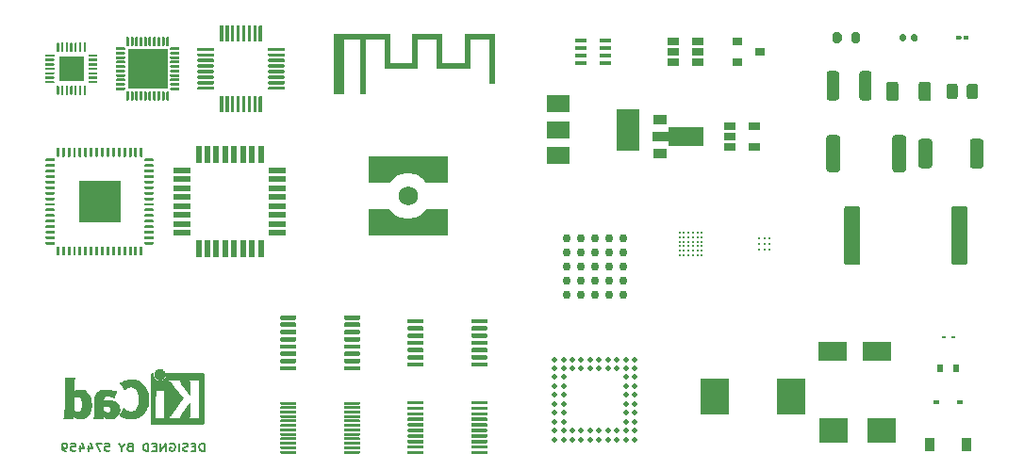
<source format=gbr>
%TF.GenerationSoftware,KiCad,Pcbnew,5.1.8-db9833491~88~ubuntu20.04.1*%
%TF.CreationDate,2020-12-22T00:38:32+08:00*%
%TF.ProjectId,Ingress_BioCard,496e6772-6573-4735-9f42-696f43617264,1.0*%
%TF.SameCoordinates,Original*%
%TF.FileFunction,Copper,L2,Bot*%
%TF.FilePolarity,Positive*%
%FSLAX46Y46*%
G04 Gerber Fmt 4.6, Leading zero omitted, Abs format (unit mm)*
G04 Created by KiCad (PCBNEW 5.1.8-db9833491~88~ubuntu20.04.1) date 2020-12-22 00:38:32*
%MOMM*%
%LPD*%
G01*
G04 APERTURE LIST*
%TA.AperFunction,NonConductor*%
%ADD10C,0.150000*%
%TD*%
%TA.AperFunction,EtchedComponent*%
%ADD11C,0.100000*%
%TD*%
%TA.AperFunction,EtchedComponent*%
%ADD12C,0.010000*%
%TD*%
%TA.AperFunction,SMDPad,CuDef*%
%ADD13C,0.500000*%
%TD*%
%TA.AperFunction,SMDPad,CuDef*%
%ADD14C,0.200000*%
%TD*%
%TA.AperFunction,SMDPad,CuDef*%
%ADD15C,0.750000*%
%TD*%
%TA.AperFunction,SMDPad,CuDef*%
%ADD16C,0.250000*%
%TD*%
%TA.AperFunction,SMDPad,CuDef*%
%ADD17C,0.100000*%
%TD*%
%TA.AperFunction,SMDPad,CuDef*%
%ADD18C,1.730000*%
%TD*%
%TA.AperFunction,ConnectorPad*%
%ADD19R,0.500000X0.500000*%
%TD*%
%TA.AperFunction,ComponentPad*%
%ADD20R,0.900000X0.500000*%
%TD*%
%TA.AperFunction,SMDPad,CuDef*%
%ADD21R,1.300000X0.900000*%
%TD*%
%TA.AperFunction,SMDPad,CuDef*%
%ADD22R,2.000000X1.500000*%
%TD*%
%TA.AperFunction,SMDPad,CuDef*%
%ADD23R,2.000000X3.800000*%
%TD*%
%TA.AperFunction,SMDPad,CuDef*%
%ADD24R,1.060000X0.400000*%
%TD*%
%TA.AperFunction,SMDPad,CuDef*%
%ADD25R,1.060000X0.650000*%
%TD*%
%TA.AperFunction,SMDPad,CuDef*%
%ADD26R,0.900000X0.800000*%
%TD*%
%TA.AperFunction,SMDPad,CuDef*%
%ADD27R,0.900000X1.200000*%
%TD*%
%TA.AperFunction,SMDPad,CuDef*%
%ADD28R,0.600000X0.450000*%
%TD*%
%TA.AperFunction,SMDPad,CuDef*%
%ADD29R,0.600000X0.700000*%
%TD*%
%TA.AperFunction,SMDPad,CuDef*%
%ADD30R,0.360000X0.250000*%
%TD*%
%TA.AperFunction,SMDPad,CuDef*%
%ADD31R,2.500000X3.300000*%
%TD*%
%TA.AperFunction,SMDPad,CuDef*%
%ADD32R,2.500000X2.300000*%
%TD*%
%TA.AperFunction,SMDPad,CuDef*%
%ADD33R,2.500000X1.800000*%
%TD*%
%TA.AperFunction,SMDPad,CuDef*%
%ADD34R,0.550000X1.600000*%
%TD*%
%TA.AperFunction,SMDPad,CuDef*%
%ADD35R,1.600000X0.550000*%
%TD*%
%TA.AperFunction,SMDPad,CuDef*%
%ADD36R,3.600000X3.600000*%
%TD*%
%TA.AperFunction,SMDPad,CuDef*%
%ADD37R,2.300000X2.300000*%
%TD*%
%TA.AperFunction,SMDPad,CuDef*%
%ADD38R,3.800000X3.800000*%
%TD*%
G04 APERTURE END LIST*
D10*
X80529904Y-125030666D02*
X80529904Y-124330666D01*
X80339428Y-124330666D01*
X80225142Y-124364000D01*
X80148952Y-124430666D01*
X80110857Y-124497333D01*
X80072761Y-124630666D01*
X80072761Y-124730666D01*
X80110857Y-124864000D01*
X80148952Y-124930666D01*
X80225142Y-124997333D01*
X80339428Y-125030666D01*
X80529904Y-125030666D01*
X79729904Y-124664000D02*
X79463238Y-124664000D01*
X79348952Y-125030666D02*
X79729904Y-125030666D01*
X79729904Y-124330666D01*
X79348952Y-124330666D01*
X79044190Y-124997333D02*
X78929904Y-125030666D01*
X78739428Y-125030666D01*
X78663238Y-124997333D01*
X78625142Y-124964000D01*
X78587047Y-124897333D01*
X78587047Y-124830666D01*
X78625142Y-124764000D01*
X78663238Y-124730666D01*
X78739428Y-124697333D01*
X78891809Y-124664000D01*
X78968000Y-124630666D01*
X79006095Y-124597333D01*
X79044190Y-124530666D01*
X79044190Y-124464000D01*
X79006095Y-124397333D01*
X78968000Y-124364000D01*
X78891809Y-124330666D01*
X78701333Y-124330666D01*
X78587047Y-124364000D01*
X78244190Y-125030666D02*
X78244190Y-124330666D01*
X77444190Y-124364000D02*
X77520380Y-124330666D01*
X77634666Y-124330666D01*
X77748952Y-124364000D01*
X77825142Y-124430666D01*
X77863238Y-124497333D01*
X77901333Y-124630666D01*
X77901333Y-124730666D01*
X77863238Y-124864000D01*
X77825142Y-124930666D01*
X77748952Y-124997333D01*
X77634666Y-125030666D01*
X77558476Y-125030666D01*
X77444190Y-124997333D01*
X77406095Y-124964000D01*
X77406095Y-124730666D01*
X77558476Y-124730666D01*
X77063238Y-125030666D02*
X77063238Y-124330666D01*
X76606095Y-125030666D01*
X76606095Y-124330666D01*
X76225142Y-124664000D02*
X75958476Y-124664000D01*
X75844190Y-125030666D02*
X76225142Y-125030666D01*
X76225142Y-124330666D01*
X75844190Y-124330666D01*
X75501333Y-125030666D02*
X75501333Y-124330666D01*
X75310857Y-124330666D01*
X75196571Y-124364000D01*
X75120380Y-124430666D01*
X75082285Y-124497333D01*
X75044190Y-124630666D01*
X75044190Y-124730666D01*
X75082285Y-124864000D01*
X75120380Y-124930666D01*
X75196571Y-124997333D01*
X75310857Y-125030666D01*
X75501333Y-125030666D01*
X73825142Y-124664000D02*
X73710857Y-124697333D01*
X73672761Y-124730666D01*
X73634666Y-124797333D01*
X73634666Y-124897333D01*
X73672761Y-124964000D01*
X73710857Y-124997333D01*
X73787047Y-125030666D01*
X74091809Y-125030666D01*
X74091809Y-124330666D01*
X73825142Y-124330666D01*
X73748952Y-124364000D01*
X73710857Y-124397333D01*
X73672761Y-124464000D01*
X73672761Y-124530666D01*
X73710857Y-124597333D01*
X73748952Y-124630666D01*
X73825142Y-124664000D01*
X74091809Y-124664000D01*
X73139428Y-124697333D02*
X73139428Y-125030666D01*
X73406095Y-124330666D02*
X73139428Y-124697333D01*
X72872761Y-124330666D01*
X71615619Y-124330666D02*
X71996571Y-124330666D01*
X72034666Y-124664000D01*
X71996571Y-124630666D01*
X71920380Y-124597333D01*
X71729904Y-124597333D01*
X71653714Y-124630666D01*
X71615619Y-124664000D01*
X71577523Y-124730666D01*
X71577523Y-124897333D01*
X71615619Y-124964000D01*
X71653714Y-124997333D01*
X71729904Y-125030666D01*
X71920380Y-125030666D01*
X71996571Y-124997333D01*
X72034666Y-124964000D01*
X71310857Y-124330666D02*
X70777523Y-124330666D01*
X71120380Y-125030666D01*
X70129904Y-124564000D02*
X70129904Y-125030666D01*
X70320380Y-124297333D02*
X70510857Y-124797333D01*
X70015619Y-124797333D01*
X69368000Y-124564000D02*
X69368000Y-125030666D01*
X69558476Y-124297333D02*
X69748952Y-124797333D01*
X69253714Y-124797333D01*
X68568000Y-124330666D02*
X68948952Y-124330666D01*
X68987047Y-124664000D01*
X68948952Y-124630666D01*
X68872761Y-124597333D01*
X68682285Y-124597333D01*
X68606095Y-124630666D01*
X68568000Y-124664000D01*
X68529904Y-124730666D01*
X68529904Y-124897333D01*
X68568000Y-124964000D01*
X68606095Y-124997333D01*
X68682285Y-125030666D01*
X68872761Y-125030666D01*
X68948952Y-124997333D01*
X68987047Y-124964000D01*
X68148952Y-125030666D02*
X67996571Y-125030666D01*
X67920380Y-124997333D01*
X67882285Y-124964000D01*
X67806095Y-124864000D01*
X67768000Y-124730666D01*
X67768000Y-124464000D01*
X67806095Y-124397333D01*
X67844190Y-124364000D01*
X67920380Y-124330666D01*
X68072761Y-124330666D01*
X68148952Y-124364000D01*
X68187047Y-124397333D01*
X68225142Y-124464000D01*
X68225142Y-124630666D01*
X68187047Y-124697333D01*
X68148952Y-124730666D01*
X68072761Y-124764000D01*
X67920380Y-124764000D01*
X67844190Y-124730666D01*
X67806095Y-124697333D01*
X67768000Y-124630666D01*
D11*
%TO.C,2.4GHz Left*%
G36*
X97192000Y-90200000D02*
G01*
X99192000Y-90200000D01*
X99192000Y-87560000D01*
X101892000Y-87560000D01*
X101892000Y-90200000D01*
X103892000Y-90200000D01*
X103892000Y-87560000D01*
X106592000Y-87560000D01*
X106592000Y-92000000D01*
X106092000Y-92000000D01*
X106092000Y-88060000D01*
X104392000Y-88060000D01*
X104392000Y-90700000D01*
X101392000Y-90700000D01*
X101392000Y-88060000D01*
X99692000Y-88060000D01*
X99692000Y-90700000D01*
X96692000Y-90700000D01*
X96692000Y-88060000D01*
X94992000Y-88060000D01*
X94992000Y-92960000D01*
X94492000Y-92960000D01*
X94492000Y-88060000D01*
X93092000Y-88060000D01*
X93092000Y-92960000D01*
X92192000Y-92960000D01*
X92192000Y-92716785D01*
X92494417Y-92716785D01*
X92504258Y-92764395D01*
X92528326Y-92806797D01*
X92566269Y-92839581D01*
X92574181Y-92843935D01*
X92616844Y-92856043D01*
X92665363Y-92855300D01*
X92710878Y-92842400D01*
X92729489Y-92831787D01*
X92763132Y-92796553D01*
X92783691Y-92751368D01*
X92790222Y-92701842D01*
X92781782Y-92653583D01*
X92764888Y-92621357D01*
X92729628Y-92588687D01*
X92684318Y-92568592D01*
X92634733Y-92562018D01*
X92586647Y-92569908D01*
X92553755Y-92586814D01*
X92518815Y-92623584D01*
X92499153Y-92668378D01*
X92494417Y-92716785D01*
X92192000Y-92716785D01*
X92192000Y-87560000D01*
X97192000Y-87560000D01*
X97192000Y-90200000D01*
G37*
D12*
%TO.C,REF\u002A\u002A*%
G36*
X77114400Y-118139054D02*
G01*
X77103535Y-118252993D01*
X77071918Y-118360616D01*
X77021015Y-118459615D01*
X76952293Y-118547684D01*
X76867219Y-118622516D01*
X76770232Y-118680384D01*
X76663964Y-118720005D01*
X76556950Y-118738573D01*
X76451300Y-118737434D01*
X76349125Y-118717930D01*
X76252534Y-118681406D01*
X76163638Y-118629205D01*
X76084546Y-118562673D01*
X76017369Y-118483152D01*
X75964217Y-118391987D01*
X75927199Y-118290523D01*
X75908427Y-118180102D01*
X75906489Y-118130206D01*
X75906489Y-118042267D01*
X75854560Y-118042267D01*
X75818253Y-118045111D01*
X75791355Y-118056911D01*
X75764249Y-118080649D01*
X75725867Y-118119031D01*
X75725867Y-120310602D01*
X75725876Y-120572739D01*
X75725908Y-120813241D01*
X75725972Y-121033048D01*
X75726076Y-121233101D01*
X75726227Y-121414344D01*
X75726434Y-121577716D01*
X75726706Y-121724160D01*
X75727050Y-121854617D01*
X75727474Y-121970029D01*
X75727987Y-122071338D01*
X75728597Y-122159484D01*
X75729312Y-122235410D01*
X75730140Y-122300057D01*
X75731089Y-122354367D01*
X75732167Y-122399280D01*
X75733383Y-122435740D01*
X75734745Y-122464687D01*
X75736261Y-122487063D01*
X75737938Y-122503809D01*
X75739786Y-122515868D01*
X75741813Y-122524180D01*
X75744025Y-122529687D01*
X75745108Y-122531537D01*
X75749271Y-122538549D01*
X75752805Y-122544996D01*
X75756635Y-122550900D01*
X75761682Y-122556286D01*
X75768871Y-122561178D01*
X75779123Y-122565598D01*
X75793364Y-122569572D01*
X75812514Y-122573121D01*
X75837499Y-122576270D01*
X75869240Y-122579042D01*
X75908662Y-122581461D01*
X75956686Y-122583551D01*
X76014237Y-122585335D01*
X76082237Y-122586837D01*
X76161610Y-122588080D01*
X76253279Y-122589089D01*
X76358166Y-122589885D01*
X76477196Y-122590494D01*
X76611290Y-122590939D01*
X76761373Y-122591243D01*
X76928367Y-122591430D01*
X77113196Y-122591524D01*
X77316783Y-122591548D01*
X77540050Y-122591525D01*
X77783922Y-122591480D01*
X78049321Y-122591437D01*
X78087704Y-122591432D01*
X78354682Y-122591389D01*
X78600002Y-122591318D01*
X78824583Y-122591213D01*
X79029345Y-122591066D01*
X79215206Y-122590869D01*
X79383088Y-122590616D01*
X79533908Y-122590300D01*
X79668587Y-122589913D01*
X79788044Y-122589447D01*
X79893199Y-122588897D01*
X79984971Y-122588253D01*
X80064279Y-122587511D01*
X80132043Y-122586661D01*
X80189182Y-122585697D01*
X80236617Y-122584611D01*
X80275266Y-122583397D01*
X80306049Y-122582047D01*
X80329885Y-122580555D01*
X80347694Y-122578911D01*
X80360395Y-122577111D01*
X80368908Y-122575145D01*
X80373266Y-122573477D01*
X80381728Y-122569906D01*
X80389497Y-122567270D01*
X80396602Y-122564634D01*
X80403073Y-122561062D01*
X80408939Y-122555621D01*
X80414229Y-122547375D01*
X80418974Y-122535390D01*
X80423202Y-122518731D01*
X80426943Y-122496463D01*
X80430227Y-122467652D01*
X80433083Y-122431363D01*
X80435540Y-122386661D01*
X80437629Y-122332611D01*
X80439378Y-122268279D01*
X80440817Y-122192730D01*
X80441976Y-122105030D01*
X80442883Y-122004243D01*
X80443569Y-121889434D01*
X80444063Y-121759670D01*
X80444395Y-121614015D01*
X80444593Y-121451535D01*
X80444687Y-121271295D01*
X80444708Y-121072360D01*
X80444685Y-120853796D01*
X80444646Y-120614668D01*
X80444622Y-120354040D01*
X80444622Y-120311889D01*
X80444636Y-120048992D01*
X80444661Y-119807732D01*
X80444671Y-119587165D01*
X80444642Y-119386352D01*
X80444548Y-119204349D01*
X80444362Y-119040216D01*
X80444059Y-118893011D01*
X80443614Y-118761792D01*
X80443034Y-118651867D01*
X80140197Y-118651867D01*
X80100407Y-118709711D01*
X80089236Y-118725479D01*
X80079166Y-118739441D01*
X80070138Y-118752784D01*
X80062097Y-118766693D01*
X80054986Y-118782356D01*
X80048747Y-118800958D01*
X80043325Y-118823686D01*
X80038662Y-118851727D01*
X80034701Y-118886267D01*
X80031385Y-118928492D01*
X80028659Y-118979589D01*
X80026464Y-119040744D01*
X80024745Y-119113144D01*
X80023444Y-119197975D01*
X80022505Y-119296422D01*
X80021870Y-119409674D01*
X80021484Y-119538916D01*
X80021288Y-119685334D01*
X80021227Y-119850116D01*
X80021243Y-120034447D01*
X80021280Y-120239513D01*
X80021289Y-120362133D01*
X80021265Y-120579082D01*
X80021231Y-120774642D01*
X80021243Y-120949999D01*
X80021358Y-121106341D01*
X80021630Y-121244857D01*
X80022118Y-121366734D01*
X80022876Y-121473160D01*
X80023962Y-121565322D01*
X80025431Y-121644409D01*
X80027340Y-121711608D01*
X80029744Y-121768107D01*
X80032701Y-121815093D01*
X80036266Y-121853755D01*
X80040495Y-121885280D01*
X80045446Y-121910855D01*
X80051173Y-121931670D01*
X80057733Y-121948911D01*
X80065183Y-121963765D01*
X80073579Y-121977422D01*
X80082976Y-121991069D01*
X80093432Y-122005893D01*
X80099523Y-122014783D01*
X80138296Y-122072400D01*
X79606732Y-122072400D01*
X79483483Y-122072365D01*
X79380987Y-122072215D01*
X79297420Y-122071878D01*
X79230956Y-122071286D01*
X79179771Y-122070367D01*
X79142041Y-122069051D01*
X79115940Y-122067269D01*
X79099644Y-122064951D01*
X79091328Y-122062026D01*
X79089168Y-122058424D01*
X79091339Y-122054075D01*
X79092535Y-122052645D01*
X79117685Y-122015573D01*
X79143583Y-121962772D01*
X79167192Y-121900770D01*
X79175461Y-121874357D01*
X79180078Y-121856416D01*
X79183979Y-121835355D01*
X79187248Y-121809089D01*
X79189966Y-121775532D01*
X79192215Y-121732599D01*
X79194077Y-121678204D01*
X79195636Y-121610262D01*
X79196972Y-121526688D01*
X79198169Y-121425395D01*
X79199308Y-121304300D01*
X79199685Y-121259600D01*
X79200702Y-121134449D01*
X79201460Y-121030082D01*
X79201903Y-120944707D01*
X79201970Y-120876533D01*
X79201605Y-120823765D01*
X79200748Y-120784614D01*
X79199341Y-120757285D01*
X79197325Y-120739986D01*
X79194643Y-120730926D01*
X79191236Y-120728312D01*
X79187044Y-120730351D01*
X79182571Y-120734667D01*
X79172216Y-120747602D01*
X79150158Y-120776676D01*
X79117957Y-120819759D01*
X79077174Y-120874718D01*
X79029370Y-120939423D01*
X78976105Y-121011742D01*
X78918940Y-121089544D01*
X78859437Y-121170698D01*
X78799155Y-121253072D01*
X78739655Y-121334536D01*
X78682498Y-121412957D01*
X78629245Y-121486204D01*
X78581457Y-121552147D01*
X78540693Y-121608654D01*
X78508516Y-121653593D01*
X78486485Y-121684834D01*
X78481917Y-121691466D01*
X78458996Y-121728369D01*
X78432188Y-121776359D01*
X78406789Y-121825897D01*
X78403568Y-121832577D01*
X78381890Y-121880772D01*
X78369304Y-121918334D01*
X78363574Y-121954160D01*
X78362456Y-121996200D01*
X78363090Y-122072400D01*
X77208651Y-122072400D01*
X77299815Y-121978669D01*
X77346612Y-121928775D01*
X77396899Y-121872295D01*
X77442944Y-121818026D01*
X77463369Y-121792673D01*
X77493807Y-121753128D01*
X77533862Y-121699916D01*
X77582361Y-121634667D01*
X77638135Y-121559011D01*
X77700011Y-121474577D01*
X77766819Y-121382994D01*
X77837387Y-121285892D01*
X77910545Y-121184901D01*
X77985121Y-121081650D01*
X78059944Y-120977768D01*
X78133843Y-120874885D01*
X78205646Y-120774631D01*
X78274184Y-120678636D01*
X78338284Y-120588527D01*
X78396775Y-120505936D01*
X78448486Y-120432492D01*
X78492247Y-120369824D01*
X78526885Y-120319561D01*
X78551230Y-120283334D01*
X78564111Y-120262771D01*
X78565869Y-120258668D01*
X78557910Y-120247342D01*
X78537115Y-120220162D01*
X78504847Y-120178829D01*
X78462470Y-120125044D01*
X78411347Y-120060506D01*
X78352841Y-119986918D01*
X78288314Y-119905978D01*
X78219131Y-119819388D01*
X78146653Y-119728848D01*
X78072246Y-119636060D01*
X78012517Y-119561702D01*
X77001511Y-119561702D01*
X76995602Y-119574659D01*
X76981272Y-119596908D01*
X76980225Y-119598391D01*
X76961438Y-119628544D01*
X76941791Y-119665375D01*
X76937892Y-119673511D01*
X76934356Y-119681940D01*
X76931230Y-119692059D01*
X76928486Y-119705260D01*
X76926092Y-119722938D01*
X76924019Y-119746484D01*
X76922235Y-119777293D01*
X76920712Y-119816757D01*
X76919419Y-119866269D01*
X76918326Y-119927223D01*
X76917403Y-120001011D01*
X76916619Y-120089028D01*
X76915945Y-120192665D01*
X76915350Y-120313316D01*
X76914805Y-120452374D01*
X76914279Y-120611232D01*
X76913745Y-120790089D01*
X76913206Y-120975207D01*
X76912772Y-121139145D01*
X76912509Y-121283303D01*
X76912484Y-121409079D01*
X76912765Y-121517871D01*
X76913419Y-121611077D01*
X76914514Y-121690097D01*
X76916118Y-121756328D01*
X76918297Y-121811170D01*
X76921119Y-121856021D01*
X76924651Y-121892278D01*
X76928961Y-121921341D01*
X76934117Y-121944609D01*
X76940185Y-121963479D01*
X76947233Y-121979351D01*
X76955329Y-121993622D01*
X76964540Y-122007691D01*
X76973040Y-122020158D01*
X76990176Y-122046452D01*
X77000322Y-122064037D01*
X77001511Y-122067257D01*
X76990604Y-122068334D01*
X76959411Y-122069335D01*
X76910223Y-122070235D01*
X76845333Y-122071010D01*
X76767030Y-122071637D01*
X76677607Y-122072091D01*
X76579356Y-122072349D01*
X76510445Y-122072400D01*
X76405452Y-122072180D01*
X76308610Y-122071548D01*
X76222107Y-122070549D01*
X76148132Y-122069227D01*
X76088874Y-122067626D01*
X76046520Y-122065791D01*
X76023260Y-122063765D01*
X76019378Y-122062493D01*
X76027076Y-122047591D01*
X76035074Y-122039560D01*
X76048246Y-122022434D01*
X76065485Y-121992183D01*
X76077407Y-121967622D01*
X76104045Y-121908711D01*
X76107120Y-120731845D01*
X76110195Y-119554978D01*
X76555853Y-119554978D01*
X76653670Y-119555142D01*
X76744064Y-119555611D01*
X76824630Y-119556347D01*
X76892962Y-119557316D01*
X76946656Y-119558480D01*
X76983305Y-119559803D01*
X77000504Y-119561249D01*
X77001511Y-119561702D01*
X78012517Y-119561702D01*
X77997270Y-119542722D01*
X77923090Y-119450537D01*
X77851069Y-119361204D01*
X77782569Y-119276424D01*
X77718955Y-119197898D01*
X77661588Y-119127326D01*
X77611833Y-119066409D01*
X77571052Y-119016847D01*
X77553888Y-118996178D01*
X77467596Y-118895516D01*
X77390997Y-118812259D01*
X77322183Y-118744438D01*
X77259248Y-118690089D01*
X77249867Y-118682722D01*
X77210356Y-118652117D01*
X78342116Y-118651867D01*
X78336827Y-118699844D01*
X78340130Y-118757188D01*
X78361661Y-118825463D01*
X78401635Y-118905212D01*
X78446943Y-118977495D01*
X78463161Y-119000140D01*
X78491214Y-119037696D01*
X78529430Y-119088021D01*
X78576137Y-119148973D01*
X78629661Y-119218411D01*
X78688331Y-119294194D01*
X78750475Y-119374180D01*
X78814421Y-119456228D01*
X78878495Y-119538196D01*
X78941027Y-119617943D01*
X79000343Y-119693327D01*
X79054771Y-119762207D01*
X79102639Y-119822442D01*
X79142275Y-119871889D01*
X79172006Y-119908408D01*
X79190161Y-119929858D01*
X79193220Y-119933156D01*
X79196079Y-119925149D01*
X79198293Y-119894855D01*
X79199857Y-119842556D01*
X79200767Y-119768531D01*
X79201020Y-119673063D01*
X79200613Y-119556434D01*
X79199704Y-119436445D01*
X79198382Y-119304333D01*
X79196857Y-119192594D01*
X79194881Y-119099025D01*
X79192206Y-119021419D01*
X79188582Y-118957574D01*
X79183761Y-118905283D01*
X79177494Y-118862344D01*
X79169532Y-118826551D01*
X79159627Y-118795700D01*
X79147531Y-118767586D01*
X79132993Y-118740005D01*
X79118311Y-118714966D01*
X79080314Y-118651867D01*
X80140197Y-118651867D01*
X80443034Y-118651867D01*
X80443001Y-118645617D01*
X80442195Y-118543544D01*
X80441170Y-118454633D01*
X80439900Y-118377941D01*
X80438360Y-118312527D01*
X80436524Y-118257449D01*
X80434367Y-118211765D01*
X80431863Y-118174534D01*
X80428987Y-118144813D01*
X80425713Y-118121662D01*
X80422015Y-118104139D01*
X80417869Y-118091301D01*
X80413247Y-118082208D01*
X80408126Y-118075918D01*
X80402478Y-118071488D01*
X80396279Y-118067978D01*
X80389504Y-118064445D01*
X80383508Y-118060876D01*
X80378275Y-118058300D01*
X80370099Y-118055972D01*
X80357886Y-118053878D01*
X80340541Y-118052007D01*
X80316969Y-118050347D01*
X80286077Y-118048884D01*
X80246768Y-118047608D01*
X80197950Y-118046504D01*
X80138527Y-118045561D01*
X80067404Y-118044767D01*
X79983488Y-118044109D01*
X79885683Y-118043575D01*
X79772894Y-118043153D01*
X79644029Y-118042829D01*
X79497991Y-118042592D01*
X79333686Y-118042430D01*
X79150020Y-118042330D01*
X78945897Y-118042280D01*
X78734753Y-118042267D01*
X77114400Y-118042267D01*
X77114400Y-118139054D01*
G37*
X77114400Y-118139054D02*
X77103535Y-118252993D01*
X77071918Y-118360616D01*
X77021015Y-118459615D01*
X76952293Y-118547684D01*
X76867219Y-118622516D01*
X76770232Y-118680384D01*
X76663964Y-118720005D01*
X76556950Y-118738573D01*
X76451300Y-118737434D01*
X76349125Y-118717930D01*
X76252534Y-118681406D01*
X76163638Y-118629205D01*
X76084546Y-118562673D01*
X76017369Y-118483152D01*
X75964217Y-118391987D01*
X75927199Y-118290523D01*
X75908427Y-118180102D01*
X75906489Y-118130206D01*
X75906489Y-118042267D01*
X75854560Y-118042267D01*
X75818253Y-118045111D01*
X75791355Y-118056911D01*
X75764249Y-118080649D01*
X75725867Y-118119031D01*
X75725867Y-120310602D01*
X75725876Y-120572739D01*
X75725908Y-120813241D01*
X75725972Y-121033048D01*
X75726076Y-121233101D01*
X75726227Y-121414344D01*
X75726434Y-121577716D01*
X75726706Y-121724160D01*
X75727050Y-121854617D01*
X75727474Y-121970029D01*
X75727987Y-122071338D01*
X75728597Y-122159484D01*
X75729312Y-122235410D01*
X75730140Y-122300057D01*
X75731089Y-122354367D01*
X75732167Y-122399280D01*
X75733383Y-122435740D01*
X75734745Y-122464687D01*
X75736261Y-122487063D01*
X75737938Y-122503809D01*
X75739786Y-122515868D01*
X75741813Y-122524180D01*
X75744025Y-122529687D01*
X75745108Y-122531537D01*
X75749271Y-122538549D01*
X75752805Y-122544996D01*
X75756635Y-122550900D01*
X75761682Y-122556286D01*
X75768871Y-122561178D01*
X75779123Y-122565598D01*
X75793364Y-122569572D01*
X75812514Y-122573121D01*
X75837499Y-122576270D01*
X75869240Y-122579042D01*
X75908662Y-122581461D01*
X75956686Y-122583551D01*
X76014237Y-122585335D01*
X76082237Y-122586837D01*
X76161610Y-122588080D01*
X76253279Y-122589089D01*
X76358166Y-122589885D01*
X76477196Y-122590494D01*
X76611290Y-122590939D01*
X76761373Y-122591243D01*
X76928367Y-122591430D01*
X77113196Y-122591524D01*
X77316783Y-122591548D01*
X77540050Y-122591525D01*
X77783922Y-122591480D01*
X78049321Y-122591437D01*
X78087704Y-122591432D01*
X78354682Y-122591389D01*
X78600002Y-122591318D01*
X78824583Y-122591213D01*
X79029345Y-122591066D01*
X79215206Y-122590869D01*
X79383088Y-122590616D01*
X79533908Y-122590300D01*
X79668587Y-122589913D01*
X79788044Y-122589447D01*
X79893199Y-122588897D01*
X79984971Y-122588253D01*
X80064279Y-122587511D01*
X80132043Y-122586661D01*
X80189182Y-122585697D01*
X80236617Y-122584611D01*
X80275266Y-122583397D01*
X80306049Y-122582047D01*
X80329885Y-122580555D01*
X80347694Y-122578911D01*
X80360395Y-122577111D01*
X80368908Y-122575145D01*
X80373266Y-122573477D01*
X80381728Y-122569906D01*
X80389497Y-122567270D01*
X80396602Y-122564634D01*
X80403073Y-122561062D01*
X80408939Y-122555621D01*
X80414229Y-122547375D01*
X80418974Y-122535390D01*
X80423202Y-122518731D01*
X80426943Y-122496463D01*
X80430227Y-122467652D01*
X80433083Y-122431363D01*
X80435540Y-122386661D01*
X80437629Y-122332611D01*
X80439378Y-122268279D01*
X80440817Y-122192730D01*
X80441976Y-122105030D01*
X80442883Y-122004243D01*
X80443569Y-121889434D01*
X80444063Y-121759670D01*
X80444395Y-121614015D01*
X80444593Y-121451535D01*
X80444687Y-121271295D01*
X80444708Y-121072360D01*
X80444685Y-120853796D01*
X80444646Y-120614668D01*
X80444622Y-120354040D01*
X80444622Y-120311889D01*
X80444636Y-120048992D01*
X80444661Y-119807732D01*
X80444671Y-119587165D01*
X80444642Y-119386352D01*
X80444548Y-119204349D01*
X80444362Y-119040216D01*
X80444059Y-118893011D01*
X80443614Y-118761792D01*
X80443034Y-118651867D01*
X80140197Y-118651867D01*
X80100407Y-118709711D01*
X80089236Y-118725479D01*
X80079166Y-118739441D01*
X80070138Y-118752784D01*
X80062097Y-118766693D01*
X80054986Y-118782356D01*
X80048747Y-118800958D01*
X80043325Y-118823686D01*
X80038662Y-118851727D01*
X80034701Y-118886267D01*
X80031385Y-118928492D01*
X80028659Y-118979589D01*
X80026464Y-119040744D01*
X80024745Y-119113144D01*
X80023444Y-119197975D01*
X80022505Y-119296422D01*
X80021870Y-119409674D01*
X80021484Y-119538916D01*
X80021288Y-119685334D01*
X80021227Y-119850116D01*
X80021243Y-120034447D01*
X80021280Y-120239513D01*
X80021289Y-120362133D01*
X80021265Y-120579082D01*
X80021231Y-120774642D01*
X80021243Y-120949999D01*
X80021358Y-121106341D01*
X80021630Y-121244857D01*
X80022118Y-121366734D01*
X80022876Y-121473160D01*
X80023962Y-121565322D01*
X80025431Y-121644409D01*
X80027340Y-121711608D01*
X80029744Y-121768107D01*
X80032701Y-121815093D01*
X80036266Y-121853755D01*
X80040495Y-121885280D01*
X80045446Y-121910855D01*
X80051173Y-121931670D01*
X80057733Y-121948911D01*
X80065183Y-121963765D01*
X80073579Y-121977422D01*
X80082976Y-121991069D01*
X80093432Y-122005893D01*
X80099523Y-122014783D01*
X80138296Y-122072400D01*
X79606732Y-122072400D01*
X79483483Y-122072365D01*
X79380987Y-122072215D01*
X79297420Y-122071878D01*
X79230956Y-122071286D01*
X79179771Y-122070367D01*
X79142041Y-122069051D01*
X79115940Y-122067269D01*
X79099644Y-122064951D01*
X79091328Y-122062026D01*
X79089168Y-122058424D01*
X79091339Y-122054075D01*
X79092535Y-122052645D01*
X79117685Y-122015573D01*
X79143583Y-121962772D01*
X79167192Y-121900770D01*
X79175461Y-121874357D01*
X79180078Y-121856416D01*
X79183979Y-121835355D01*
X79187248Y-121809089D01*
X79189966Y-121775532D01*
X79192215Y-121732599D01*
X79194077Y-121678204D01*
X79195636Y-121610262D01*
X79196972Y-121526688D01*
X79198169Y-121425395D01*
X79199308Y-121304300D01*
X79199685Y-121259600D01*
X79200702Y-121134449D01*
X79201460Y-121030082D01*
X79201903Y-120944707D01*
X79201970Y-120876533D01*
X79201605Y-120823765D01*
X79200748Y-120784614D01*
X79199341Y-120757285D01*
X79197325Y-120739986D01*
X79194643Y-120730926D01*
X79191236Y-120728312D01*
X79187044Y-120730351D01*
X79182571Y-120734667D01*
X79172216Y-120747602D01*
X79150158Y-120776676D01*
X79117957Y-120819759D01*
X79077174Y-120874718D01*
X79029370Y-120939423D01*
X78976105Y-121011742D01*
X78918940Y-121089544D01*
X78859437Y-121170698D01*
X78799155Y-121253072D01*
X78739655Y-121334536D01*
X78682498Y-121412957D01*
X78629245Y-121486204D01*
X78581457Y-121552147D01*
X78540693Y-121608654D01*
X78508516Y-121653593D01*
X78486485Y-121684834D01*
X78481917Y-121691466D01*
X78458996Y-121728369D01*
X78432188Y-121776359D01*
X78406789Y-121825897D01*
X78403568Y-121832577D01*
X78381890Y-121880772D01*
X78369304Y-121918334D01*
X78363574Y-121954160D01*
X78362456Y-121996200D01*
X78363090Y-122072400D01*
X77208651Y-122072400D01*
X77299815Y-121978669D01*
X77346612Y-121928775D01*
X77396899Y-121872295D01*
X77442944Y-121818026D01*
X77463369Y-121792673D01*
X77493807Y-121753128D01*
X77533862Y-121699916D01*
X77582361Y-121634667D01*
X77638135Y-121559011D01*
X77700011Y-121474577D01*
X77766819Y-121382994D01*
X77837387Y-121285892D01*
X77910545Y-121184901D01*
X77985121Y-121081650D01*
X78059944Y-120977768D01*
X78133843Y-120874885D01*
X78205646Y-120774631D01*
X78274184Y-120678636D01*
X78338284Y-120588527D01*
X78396775Y-120505936D01*
X78448486Y-120432492D01*
X78492247Y-120369824D01*
X78526885Y-120319561D01*
X78551230Y-120283334D01*
X78564111Y-120262771D01*
X78565869Y-120258668D01*
X78557910Y-120247342D01*
X78537115Y-120220162D01*
X78504847Y-120178829D01*
X78462470Y-120125044D01*
X78411347Y-120060506D01*
X78352841Y-119986918D01*
X78288314Y-119905978D01*
X78219131Y-119819388D01*
X78146653Y-119728848D01*
X78072246Y-119636060D01*
X78012517Y-119561702D01*
X77001511Y-119561702D01*
X76995602Y-119574659D01*
X76981272Y-119596908D01*
X76980225Y-119598391D01*
X76961438Y-119628544D01*
X76941791Y-119665375D01*
X76937892Y-119673511D01*
X76934356Y-119681940D01*
X76931230Y-119692059D01*
X76928486Y-119705260D01*
X76926092Y-119722938D01*
X76924019Y-119746484D01*
X76922235Y-119777293D01*
X76920712Y-119816757D01*
X76919419Y-119866269D01*
X76918326Y-119927223D01*
X76917403Y-120001011D01*
X76916619Y-120089028D01*
X76915945Y-120192665D01*
X76915350Y-120313316D01*
X76914805Y-120452374D01*
X76914279Y-120611232D01*
X76913745Y-120790089D01*
X76913206Y-120975207D01*
X76912772Y-121139145D01*
X76912509Y-121283303D01*
X76912484Y-121409079D01*
X76912765Y-121517871D01*
X76913419Y-121611077D01*
X76914514Y-121690097D01*
X76916118Y-121756328D01*
X76918297Y-121811170D01*
X76921119Y-121856021D01*
X76924651Y-121892278D01*
X76928961Y-121921341D01*
X76934117Y-121944609D01*
X76940185Y-121963479D01*
X76947233Y-121979351D01*
X76955329Y-121993622D01*
X76964540Y-122007691D01*
X76973040Y-122020158D01*
X76990176Y-122046452D01*
X77000322Y-122064037D01*
X77001511Y-122067257D01*
X76990604Y-122068334D01*
X76959411Y-122069335D01*
X76910223Y-122070235D01*
X76845333Y-122071010D01*
X76767030Y-122071637D01*
X76677607Y-122072091D01*
X76579356Y-122072349D01*
X76510445Y-122072400D01*
X76405452Y-122072180D01*
X76308610Y-122071548D01*
X76222107Y-122070549D01*
X76148132Y-122069227D01*
X76088874Y-122067626D01*
X76046520Y-122065791D01*
X76023260Y-122063765D01*
X76019378Y-122062493D01*
X76027076Y-122047591D01*
X76035074Y-122039560D01*
X76048246Y-122022434D01*
X76065485Y-121992183D01*
X76077407Y-121967622D01*
X76104045Y-121908711D01*
X76107120Y-120731845D01*
X76110195Y-119554978D01*
X76555853Y-119554978D01*
X76653670Y-119555142D01*
X76744064Y-119555611D01*
X76824630Y-119556347D01*
X76892962Y-119557316D01*
X76946656Y-119558480D01*
X76983305Y-119559803D01*
X77000504Y-119561249D01*
X77001511Y-119561702D01*
X78012517Y-119561702D01*
X77997270Y-119542722D01*
X77923090Y-119450537D01*
X77851069Y-119361204D01*
X77782569Y-119276424D01*
X77718955Y-119197898D01*
X77661588Y-119127326D01*
X77611833Y-119066409D01*
X77571052Y-119016847D01*
X77553888Y-118996178D01*
X77467596Y-118895516D01*
X77390997Y-118812259D01*
X77322183Y-118744438D01*
X77259248Y-118690089D01*
X77249867Y-118682722D01*
X77210356Y-118652117D01*
X78342116Y-118651867D01*
X78336827Y-118699844D01*
X78340130Y-118757188D01*
X78361661Y-118825463D01*
X78401635Y-118905212D01*
X78446943Y-118977495D01*
X78463161Y-119000140D01*
X78491214Y-119037696D01*
X78529430Y-119088021D01*
X78576137Y-119148973D01*
X78629661Y-119218411D01*
X78688331Y-119294194D01*
X78750475Y-119374180D01*
X78814421Y-119456228D01*
X78878495Y-119538196D01*
X78941027Y-119617943D01*
X79000343Y-119693327D01*
X79054771Y-119762207D01*
X79102639Y-119822442D01*
X79142275Y-119871889D01*
X79172006Y-119908408D01*
X79190161Y-119929858D01*
X79193220Y-119933156D01*
X79196079Y-119925149D01*
X79198293Y-119894855D01*
X79199857Y-119842556D01*
X79200767Y-119768531D01*
X79201020Y-119673063D01*
X79200613Y-119556434D01*
X79199704Y-119436445D01*
X79198382Y-119304333D01*
X79196857Y-119192594D01*
X79194881Y-119099025D01*
X79192206Y-119021419D01*
X79188582Y-118957574D01*
X79183761Y-118905283D01*
X79177494Y-118862344D01*
X79169532Y-118826551D01*
X79159627Y-118795700D01*
X79147531Y-118767586D01*
X79132993Y-118740005D01*
X79118311Y-118714966D01*
X79080314Y-118651867D01*
X80140197Y-118651867D01*
X80443034Y-118651867D01*
X80443001Y-118645617D01*
X80442195Y-118543544D01*
X80441170Y-118454633D01*
X80439900Y-118377941D01*
X80438360Y-118312527D01*
X80436524Y-118257449D01*
X80434367Y-118211765D01*
X80431863Y-118174534D01*
X80428987Y-118144813D01*
X80425713Y-118121662D01*
X80422015Y-118104139D01*
X80417869Y-118091301D01*
X80413247Y-118082208D01*
X80408126Y-118075918D01*
X80402478Y-118071488D01*
X80396279Y-118067978D01*
X80389504Y-118064445D01*
X80383508Y-118060876D01*
X80378275Y-118058300D01*
X80370099Y-118055972D01*
X80357886Y-118053878D01*
X80340541Y-118052007D01*
X80316969Y-118050347D01*
X80286077Y-118048884D01*
X80246768Y-118047608D01*
X80197950Y-118046504D01*
X80138527Y-118045561D01*
X80067404Y-118044767D01*
X79983488Y-118044109D01*
X79885683Y-118043575D01*
X79772894Y-118043153D01*
X79644029Y-118042829D01*
X79497991Y-118042592D01*
X79333686Y-118042430D01*
X79150020Y-118042330D01*
X78945897Y-118042280D01*
X78734753Y-118042267D01*
X77114400Y-118042267D01*
X77114400Y-118139054D01*
G36*
X73839571Y-118599071D02*
G01*
X73679430Y-118620245D01*
X73515490Y-118660385D01*
X73345687Y-118719889D01*
X73167957Y-118799154D01*
X73156690Y-118804699D01*
X73098995Y-118832725D01*
X73047448Y-118856802D01*
X73005809Y-118875249D01*
X72977838Y-118886386D01*
X72968267Y-118888933D01*
X72949050Y-118893941D01*
X72944439Y-118898147D01*
X72949542Y-118908580D01*
X72965582Y-118934868D01*
X72990712Y-118974257D01*
X73023086Y-119023991D01*
X73060857Y-119081315D01*
X73102178Y-119143476D01*
X73145202Y-119207718D01*
X73188083Y-119271285D01*
X73228974Y-119331425D01*
X73266029Y-119385380D01*
X73297400Y-119430397D01*
X73321241Y-119463721D01*
X73335706Y-119482597D01*
X73337691Y-119484787D01*
X73347809Y-119480138D01*
X73370150Y-119462962D01*
X73400720Y-119436440D01*
X73416464Y-119421964D01*
X73512953Y-119346682D01*
X73619664Y-119291241D01*
X73735168Y-119256141D01*
X73858038Y-119241880D01*
X73927439Y-119243051D01*
X74048577Y-119260212D01*
X74157795Y-119296094D01*
X74255418Y-119350959D01*
X74341772Y-119425070D01*
X74417185Y-119518688D01*
X74481982Y-119632076D01*
X74519399Y-119718667D01*
X74563252Y-119854366D01*
X74595572Y-120001850D01*
X74616443Y-120157314D01*
X74625949Y-120316956D01*
X74624173Y-120476973D01*
X74611197Y-120633561D01*
X74587106Y-120782918D01*
X74551982Y-120921240D01*
X74505908Y-121044724D01*
X74489627Y-121078978D01*
X74421380Y-121193064D01*
X74340921Y-121289557D01*
X74249430Y-121367670D01*
X74148089Y-121426617D01*
X74038080Y-121465612D01*
X73920585Y-121483868D01*
X73879117Y-121485211D01*
X73757559Y-121474290D01*
X73637122Y-121441474D01*
X73519334Y-121387439D01*
X73405723Y-121312865D01*
X73314315Y-121234539D01*
X73267785Y-121190008D01*
X73086517Y-121487271D01*
X73041420Y-121561433D01*
X73000181Y-121629646D01*
X72964265Y-121689459D01*
X72935134Y-121738420D01*
X72914250Y-121774079D01*
X72903076Y-121793984D01*
X72901625Y-121797079D01*
X72909854Y-121806718D01*
X72935433Y-121823999D01*
X72975127Y-121847283D01*
X73025703Y-121874934D01*
X73083926Y-121905315D01*
X73146563Y-121936790D01*
X73210379Y-121967722D01*
X73272140Y-121996473D01*
X73328612Y-122021408D01*
X73376562Y-122040889D01*
X73400014Y-122049318D01*
X73533779Y-122087133D01*
X73671673Y-122112136D01*
X73819378Y-122125140D01*
X73946167Y-122127468D01*
X74014122Y-122126373D01*
X74079723Y-122124275D01*
X74137153Y-122121434D01*
X74180597Y-122118106D01*
X74194702Y-122116422D01*
X74333716Y-122087587D01*
X74475243Y-122042468D01*
X74612725Y-121983750D01*
X74739606Y-121914120D01*
X74817111Y-121861441D01*
X74944519Y-121753239D01*
X75062822Y-121626671D01*
X75169828Y-121484866D01*
X75263348Y-121330951D01*
X75341190Y-121168053D01*
X75385044Y-121050756D01*
X75435292Y-120867128D01*
X75468791Y-120672581D01*
X75485551Y-120471325D01*
X75485584Y-120267568D01*
X75468899Y-120065521D01*
X75435507Y-119869392D01*
X75385420Y-119683391D01*
X75381603Y-119671803D01*
X75318719Y-119509750D01*
X75241972Y-119361832D01*
X75148758Y-119223865D01*
X75036473Y-119091661D01*
X74992608Y-119046399D01*
X74856466Y-118922457D01*
X74716509Y-118819915D01*
X74570589Y-118737656D01*
X74416558Y-118674564D01*
X74252268Y-118629523D01*
X74156711Y-118612033D01*
X73997977Y-118596466D01*
X73839571Y-118599071D01*
G37*
X73839571Y-118599071D02*
X73679430Y-118620245D01*
X73515490Y-118660385D01*
X73345687Y-118719889D01*
X73167957Y-118799154D01*
X73156690Y-118804699D01*
X73098995Y-118832725D01*
X73047448Y-118856802D01*
X73005809Y-118875249D01*
X72977838Y-118886386D01*
X72968267Y-118888933D01*
X72949050Y-118893941D01*
X72944439Y-118898147D01*
X72949542Y-118908580D01*
X72965582Y-118934868D01*
X72990712Y-118974257D01*
X73023086Y-119023991D01*
X73060857Y-119081315D01*
X73102178Y-119143476D01*
X73145202Y-119207718D01*
X73188083Y-119271285D01*
X73228974Y-119331425D01*
X73266029Y-119385380D01*
X73297400Y-119430397D01*
X73321241Y-119463721D01*
X73335706Y-119482597D01*
X73337691Y-119484787D01*
X73347809Y-119480138D01*
X73370150Y-119462962D01*
X73400720Y-119436440D01*
X73416464Y-119421964D01*
X73512953Y-119346682D01*
X73619664Y-119291241D01*
X73735168Y-119256141D01*
X73858038Y-119241880D01*
X73927439Y-119243051D01*
X74048577Y-119260212D01*
X74157795Y-119296094D01*
X74255418Y-119350959D01*
X74341772Y-119425070D01*
X74417185Y-119518688D01*
X74481982Y-119632076D01*
X74519399Y-119718667D01*
X74563252Y-119854366D01*
X74595572Y-120001850D01*
X74616443Y-120157314D01*
X74625949Y-120316956D01*
X74624173Y-120476973D01*
X74611197Y-120633561D01*
X74587106Y-120782918D01*
X74551982Y-120921240D01*
X74505908Y-121044724D01*
X74489627Y-121078978D01*
X74421380Y-121193064D01*
X74340921Y-121289557D01*
X74249430Y-121367670D01*
X74148089Y-121426617D01*
X74038080Y-121465612D01*
X73920585Y-121483868D01*
X73879117Y-121485211D01*
X73757559Y-121474290D01*
X73637122Y-121441474D01*
X73519334Y-121387439D01*
X73405723Y-121312865D01*
X73314315Y-121234539D01*
X73267785Y-121190008D01*
X73086517Y-121487271D01*
X73041420Y-121561433D01*
X73000181Y-121629646D01*
X72964265Y-121689459D01*
X72935134Y-121738420D01*
X72914250Y-121774079D01*
X72903076Y-121793984D01*
X72901625Y-121797079D01*
X72909854Y-121806718D01*
X72935433Y-121823999D01*
X72975127Y-121847283D01*
X73025703Y-121874934D01*
X73083926Y-121905315D01*
X73146563Y-121936790D01*
X73210379Y-121967722D01*
X73272140Y-121996473D01*
X73328612Y-122021408D01*
X73376562Y-122040889D01*
X73400014Y-122049318D01*
X73533779Y-122087133D01*
X73671673Y-122112136D01*
X73819378Y-122125140D01*
X73946167Y-122127468D01*
X74014122Y-122126373D01*
X74079723Y-122124275D01*
X74137153Y-122121434D01*
X74180597Y-122118106D01*
X74194702Y-122116422D01*
X74333716Y-122087587D01*
X74475243Y-122042468D01*
X74612725Y-121983750D01*
X74739606Y-121914120D01*
X74817111Y-121861441D01*
X74944519Y-121753239D01*
X75062822Y-121626671D01*
X75169828Y-121484866D01*
X75263348Y-121330951D01*
X75341190Y-121168053D01*
X75385044Y-121050756D01*
X75435292Y-120867128D01*
X75468791Y-120672581D01*
X75485551Y-120471325D01*
X75485584Y-120267568D01*
X75468899Y-120065521D01*
X75435507Y-119869392D01*
X75385420Y-119683391D01*
X75381603Y-119671803D01*
X75318719Y-119509750D01*
X75241972Y-119361832D01*
X75148758Y-119223865D01*
X75036473Y-119091661D01*
X74992608Y-119046399D01*
X74856466Y-118922457D01*
X74716509Y-118819915D01*
X74570589Y-118737656D01*
X74416558Y-118674564D01*
X74252268Y-118629523D01*
X74156711Y-118612033D01*
X73997977Y-118596466D01*
X73839571Y-118599071D01*
G36*
X71494426Y-119516552D02*
G01*
X71342508Y-119536567D01*
X71207244Y-119570202D01*
X71087761Y-119617725D01*
X70983185Y-119679405D01*
X70905576Y-119742965D01*
X70836735Y-119817099D01*
X70782994Y-119896871D01*
X70740090Y-119989091D01*
X70724616Y-120032161D01*
X70711756Y-120071142D01*
X70700554Y-120107289D01*
X70690880Y-120142434D01*
X70682604Y-120178410D01*
X70675597Y-120217050D01*
X70669728Y-120260185D01*
X70664869Y-120309649D01*
X70660890Y-120367273D01*
X70657660Y-120434891D01*
X70655051Y-120514334D01*
X70652933Y-120607436D01*
X70651176Y-120716027D01*
X70649651Y-120841942D01*
X70648228Y-120987012D01*
X70646975Y-121129778D01*
X70645649Y-121285968D01*
X70644444Y-121421239D01*
X70643234Y-121537246D01*
X70641894Y-121635645D01*
X70640300Y-121718093D01*
X70638325Y-121786246D01*
X70635844Y-121841760D01*
X70632731Y-121886292D01*
X70628862Y-121921498D01*
X70624111Y-121949034D01*
X70618352Y-121970556D01*
X70611461Y-121987722D01*
X70603311Y-122002186D01*
X70593777Y-122015606D01*
X70582734Y-122029638D01*
X70578434Y-122035071D01*
X70562614Y-122057910D01*
X70555578Y-122073463D01*
X70555556Y-122073922D01*
X70566433Y-122076121D01*
X70597418Y-122078147D01*
X70646043Y-122079942D01*
X70709837Y-122081451D01*
X70786331Y-122082616D01*
X70873056Y-122083380D01*
X70967543Y-122083686D01*
X70978450Y-122083689D01*
X71401343Y-122083689D01*
X71404605Y-121987622D01*
X71407867Y-121891556D01*
X71469956Y-121942543D01*
X71567286Y-122010057D01*
X71677187Y-122064749D01*
X71763651Y-122094978D01*
X71832722Y-122109666D01*
X71916075Y-122119659D01*
X72005841Y-122124646D01*
X72094155Y-122124313D01*
X72173149Y-122118351D01*
X72209378Y-122112638D01*
X72349397Y-122074776D01*
X72475822Y-122019932D01*
X72587740Y-121948924D01*
X72684238Y-121862568D01*
X72764400Y-121761679D01*
X72827313Y-121647076D01*
X72871688Y-121520984D01*
X72884022Y-121464401D01*
X72891632Y-121402202D01*
X72895261Y-121327363D01*
X72895755Y-121293467D01*
X72895690Y-121290282D01*
X72135752Y-121290282D01*
X72126459Y-121365333D01*
X72098272Y-121429160D01*
X72049803Y-121484798D01*
X72044746Y-121489211D01*
X71996452Y-121524037D01*
X71944743Y-121546620D01*
X71884011Y-121558540D01*
X71808648Y-121561383D01*
X71790541Y-121560978D01*
X71736722Y-121558325D01*
X71696692Y-121552909D01*
X71661676Y-121542745D01*
X71622897Y-121525850D01*
X71612255Y-121520672D01*
X71551604Y-121484844D01*
X71504785Y-121442212D01*
X71492048Y-121426973D01*
X71447378Y-121370462D01*
X71447378Y-121174586D01*
X71447914Y-121095939D01*
X71449604Y-121037988D01*
X71452572Y-120998875D01*
X71456943Y-120976741D01*
X71461028Y-120970274D01*
X71476953Y-120967111D01*
X71510736Y-120964488D01*
X71557660Y-120962655D01*
X71613007Y-120961857D01*
X71621894Y-120961842D01*
X71742670Y-120967096D01*
X71845340Y-120983263D01*
X71931894Y-121010961D01*
X72004319Y-121050808D01*
X72059249Y-121097758D01*
X72103796Y-121155645D01*
X72128520Y-121218693D01*
X72135752Y-121290282D01*
X72895690Y-121290282D01*
X72893822Y-121199712D01*
X72885478Y-121120812D01*
X72869232Y-121049590D01*
X72843595Y-120978864D01*
X72819599Y-120926493D01*
X72760980Y-120831196D01*
X72682883Y-120743170D01*
X72587685Y-120664017D01*
X72477762Y-120595340D01*
X72355490Y-120538741D01*
X72223245Y-120495821D01*
X72158578Y-120480882D01*
X72022396Y-120458777D01*
X71873951Y-120444194D01*
X71722495Y-120437813D01*
X71595936Y-120439445D01*
X71434050Y-120446224D01*
X71441470Y-120387245D01*
X71460762Y-120288092D01*
X71491896Y-120207372D01*
X71535731Y-120144466D01*
X71593129Y-120098756D01*
X71664952Y-120069622D01*
X71752059Y-120056447D01*
X71855314Y-120058611D01*
X71893289Y-120062612D01*
X72034480Y-120087780D01*
X72171293Y-120128814D01*
X72265822Y-120166815D01*
X72310982Y-120186190D01*
X72349415Y-120201760D01*
X72375766Y-120211405D01*
X72383454Y-120213452D01*
X72393198Y-120204374D01*
X72409917Y-120175405D01*
X72433768Y-120126217D01*
X72464907Y-120056484D01*
X72503493Y-119965879D01*
X72510090Y-119950089D01*
X72540147Y-119877772D01*
X72567126Y-119812425D01*
X72589864Y-119756906D01*
X72607194Y-119714072D01*
X72617952Y-119686781D01*
X72621059Y-119677942D01*
X72611060Y-119673187D01*
X72584783Y-119667910D01*
X72556511Y-119664231D01*
X72526354Y-119659474D01*
X72478567Y-119650028D01*
X72417388Y-119636820D01*
X72347054Y-119620776D01*
X72271806Y-119602820D01*
X72243245Y-119595797D01*
X72138184Y-119570209D01*
X72050520Y-119550147D01*
X71975932Y-119534969D01*
X71910097Y-119524035D01*
X71848693Y-119516704D01*
X71787398Y-119512335D01*
X71721890Y-119510287D01*
X71663872Y-119509889D01*
X71494426Y-119516552D01*
G37*
X71494426Y-119516552D02*
X71342508Y-119536567D01*
X71207244Y-119570202D01*
X71087761Y-119617725D01*
X70983185Y-119679405D01*
X70905576Y-119742965D01*
X70836735Y-119817099D01*
X70782994Y-119896871D01*
X70740090Y-119989091D01*
X70724616Y-120032161D01*
X70711756Y-120071142D01*
X70700554Y-120107289D01*
X70690880Y-120142434D01*
X70682604Y-120178410D01*
X70675597Y-120217050D01*
X70669728Y-120260185D01*
X70664869Y-120309649D01*
X70660890Y-120367273D01*
X70657660Y-120434891D01*
X70655051Y-120514334D01*
X70652933Y-120607436D01*
X70651176Y-120716027D01*
X70649651Y-120841942D01*
X70648228Y-120987012D01*
X70646975Y-121129778D01*
X70645649Y-121285968D01*
X70644444Y-121421239D01*
X70643234Y-121537246D01*
X70641894Y-121635645D01*
X70640300Y-121718093D01*
X70638325Y-121786246D01*
X70635844Y-121841760D01*
X70632731Y-121886292D01*
X70628862Y-121921498D01*
X70624111Y-121949034D01*
X70618352Y-121970556D01*
X70611461Y-121987722D01*
X70603311Y-122002186D01*
X70593777Y-122015606D01*
X70582734Y-122029638D01*
X70578434Y-122035071D01*
X70562614Y-122057910D01*
X70555578Y-122073463D01*
X70555556Y-122073922D01*
X70566433Y-122076121D01*
X70597418Y-122078147D01*
X70646043Y-122079942D01*
X70709837Y-122081451D01*
X70786331Y-122082616D01*
X70873056Y-122083380D01*
X70967543Y-122083686D01*
X70978450Y-122083689D01*
X71401343Y-122083689D01*
X71404605Y-121987622D01*
X71407867Y-121891556D01*
X71469956Y-121942543D01*
X71567286Y-122010057D01*
X71677187Y-122064749D01*
X71763651Y-122094978D01*
X71832722Y-122109666D01*
X71916075Y-122119659D01*
X72005841Y-122124646D01*
X72094155Y-122124313D01*
X72173149Y-122118351D01*
X72209378Y-122112638D01*
X72349397Y-122074776D01*
X72475822Y-122019932D01*
X72587740Y-121948924D01*
X72684238Y-121862568D01*
X72764400Y-121761679D01*
X72827313Y-121647076D01*
X72871688Y-121520984D01*
X72884022Y-121464401D01*
X72891632Y-121402202D01*
X72895261Y-121327363D01*
X72895755Y-121293467D01*
X72895690Y-121290282D01*
X72135752Y-121290282D01*
X72126459Y-121365333D01*
X72098272Y-121429160D01*
X72049803Y-121484798D01*
X72044746Y-121489211D01*
X71996452Y-121524037D01*
X71944743Y-121546620D01*
X71884011Y-121558540D01*
X71808648Y-121561383D01*
X71790541Y-121560978D01*
X71736722Y-121558325D01*
X71696692Y-121552909D01*
X71661676Y-121542745D01*
X71622897Y-121525850D01*
X71612255Y-121520672D01*
X71551604Y-121484844D01*
X71504785Y-121442212D01*
X71492048Y-121426973D01*
X71447378Y-121370462D01*
X71447378Y-121174586D01*
X71447914Y-121095939D01*
X71449604Y-121037988D01*
X71452572Y-120998875D01*
X71456943Y-120976741D01*
X71461028Y-120970274D01*
X71476953Y-120967111D01*
X71510736Y-120964488D01*
X71557660Y-120962655D01*
X71613007Y-120961857D01*
X71621894Y-120961842D01*
X71742670Y-120967096D01*
X71845340Y-120983263D01*
X71931894Y-121010961D01*
X72004319Y-121050808D01*
X72059249Y-121097758D01*
X72103796Y-121155645D01*
X72128520Y-121218693D01*
X72135752Y-121290282D01*
X72895690Y-121290282D01*
X72893822Y-121199712D01*
X72885478Y-121120812D01*
X72869232Y-121049590D01*
X72843595Y-120978864D01*
X72819599Y-120926493D01*
X72760980Y-120831196D01*
X72682883Y-120743170D01*
X72587685Y-120664017D01*
X72477762Y-120595340D01*
X72355490Y-120538741D01*
X72223245Y-120495821D01*
X72158578Y-120480882D01*
X72022396Y-120458777D01*
X71873951Y-120444194D01*
X71722495Y-120437813D01*
X71595936Y-120439445D01*
X71434050Y-120446224D01*
X71441470Y-120387245D01*
X71460762Y-120288092D01*
X71491896Y-120207372D01*
X71535731Y-120144466D01*
X71593129Y-120098756D01*
X71664952Y-120069622D01*
X71752059Y-120056447D01*
X71855314Y-120058611D01*
X71893289Y-120062612D01*
X72034480Y-120087780D01*
X72171293Y-120128814D01*
X72265822Y-120166815D01*
X72310982Y-120186190D01*
X72349415Y-120201760D01*
X72375766Y-120211405D01*
X72383454Y-120213452D01*
X72393198Y-120204374D01*
X72409917Y-120175405D01*
X72433768Y-120126217D01*
X72464907Y-120056484D01*
X72503493Y-119965879D01*
X72510090Y-119950089D01*
X72540147Y-119877772D01*
X72567126Y-119812425D01*
X72589864Y-119756906D01*
X72607194Y-119714072D01*
X72617952Y-119686781D01*
X72621059Y-119677942D01*
X72611060Y-119673187D01*
X72584783Y-119667910D01*
X72556511Y-119664231D01*
X72526354Y-119659474D01*
X72478567Y-119650028D01*
X72417388Y-119636820D01*
X72347054Y-119620776D01*
X72271806Y-119602820D01*
X72243245Y-119595797D01*
X72138184Y-119570209D01*
X72050520Y-119550147D01*
X71975932Y-119534969D01*
X71910097Y-119524035D01*
X71848693Y-119516704D01*
X71787398Y-119512335D01*
X71721890Y-119510287D01*
X71663872Y-119509889D01*
X71494426Y-119516552D01*
G36*
X67981493Y-120122245D02*
G01*
X67981474Y-120356662D01*
X67981448Y-120569603D01*
X67981375Y-120762168D01*
X67981218Y-120935459D01*
X67980936Y-121090576D01*
X67980491Y-121228620D01*
X67979844Y-121350692D01*
X67978955Y-121457894D01*
X67977787Y-121551326D01*
X67976299Y-121632090D01*
X67974454Y-121701286D01*
X67972211Y-121760015D01*
X67969531Y-121809379D01*
X67966377Y-121850478D01*
X67962708Y-121884413D01*
X67958487Y-121912286D01*
X67953673Y-121935198D01*
X67948227Y-121954249D01*
X67942112Y-121970540D01*
X67935288Y-121985173D01*
X67927715Y-121999249D01*
X67919355Y-122013868D01*
X67914161Y-122022974D01*
X67879896Y-122083689D01*
X68738045Y-122083689D01*
X68738045Y-121987733D01*
X68738776Y-121944370D01*
X68740728Y-121911205D01*
X68743537Y-121893424D01*
X68744779Y-121891778D01*
X68756201Y-121898662D01*
X68778916Y-121916505D01*
X68801615Y-121935879D01*
X68856200Y-121976614D01*
X68925679Y-122017617D01*
X69002730Y-122055123D01*
X69080035Y-122085364D01*
X69110887Y-122095012D01*
X69179384Y-122109578D01*
X69262236Y-122119539D01*
X69351629Y-122124583D01*
X69439752Y-122124396D01*
X69518793Y-122118666D01*
X69556489Y-122112858D01*
X69694586Y-122074797D01*
X69821887Y-122017073D01*
X69937708Y-121940211D01*
X70041363Y-121844739D01*
X70132167Y-121731179D01*
X70198969Y-121620381D01*
X70253836Y-121503625D01*
X70295837Y-121384276D01*
X70325833Y-121258283D01*
X70344689Y-121121594D01*
X70353268Y-120970158D01*
X70353994Y-120892711D01*
X70351900Y-120835934D01*
X69522783Y-120835934D01*
X69522576Y-120929002D01*
X69519663Y-121016692D01*
X69514000Y-121093772D01*
X69505545Y-121155009D01*
X69502962Y-121167350D01*
X69471160Y-121274633D01*
X69429502Y-121361658D01*
X69377637Y-121428642D01*
X69315219Y-121475805D01*
X69241900Y-121503365D01*
X69157331Y-121511541D01*
X69061165Y-121500551D01*
X68997689Y-121484829D01*
X68948546Y-121466639D01*
X68894417Y-121440791D01*
X68853756Y-121417089D01*
X68783200Y-121370721D01*
X68783200Y-120220530D01*
X68850608Y-120176962D01*
X68929133Y-120136040D01*
X69013319Y-120109389D01*
X69098443Y-120097465D01*
X69179784Y-120100722D01*
X69252620Y-120119615D01*
X69284574Y-120135184D01*
X69342499Y-120178181D01*
X69391456Y-120234953D01*
X69432610Y-120307575D01*
X69467126Y-120398121D01*
X69496167Y-120508666D01*
X69497448Y-120514533D01*
X69507619Y-120576788D01*
X69515261Y-120654594D01*
X69520330Y-120742720D01*
X69522783Y-120835934D01*
X70351900Y-120835934D01*
X70346143Y-120679895D01*
X70324198Y-120484059D01*
X70288214Y-120305332D01*
X70238241Y-120143845D01*
X70174332Y-119999726D01*
X70096538Y-119873106D01*
X70004911Y-119764115D01*
X69899503Y-119672883D01*
X69854338Y-119641932D01*
X69753389Y-119585785D01*
X69650099Y-119546174D01*
X69540011Y-119522014D01*
X69418670Y-119512219D01*
X69326164Y-119513265D01*
X69196510Y-119524231D01*
X69083916Y-119546046D01*
X68985125Y-119579714D01*
X68896879Y-119626236D01*
X68848014Y-119660448D01*
X68818647Y-119682362D01*
X68796957Y-119697333D01*
X68788747Y-119701733D01*
X68787132Y-119690904D01*
X68785841Y-119660251D01*
X68784862Y-119612526D01*
X68784183Y-119550479D01*
X68783790Y-119476862D01*
X68783670Y-119394427D01*
X68783812Y-119305925D01*
X68784203Y-119214107D01*
X68784829Y-119121724D01*
X68785680Y-119031528D01*
X68786740Y-118946271D01*
X68787999Y-118868703D01*
X68789444Y-118801576D01*
X68791062Y-118747641D01*
X68792839Y-118709650D01*
X68793331Y-118702667D01*
X68800908Y-118632251D01*
X68812469Y-118577102D01*
X68830208Y-118529981D01*
X68856318Y-118483647D01*
X68862585Y-118474067D01*
X68887017Y-118437378D01*
X67981689Y-118437378D01*
X67981493Y-120122245D01*
G37*
X67981493Y-120122245D02*
X67981474Y-120356662D01*
X67981448Y-120569603D01*
X67981375Y-120762168D01*
X67981218Y-120935459D01*
X67980936Y-121090576D01*
X67980491Y-121228620D01*
X67979844Y-121350692D01*
X67978955Y-121457894D01*
X67977787Y-121551326D01*
X67976299Y-121632090D01*
X67974454Y-121701286D01*
X67972211Y-121760015D01*
X67969531Y-121809379D01*
X67966377Y-121850478D01*
X67962708Y-121884413D01*
X67958487Y-121912286D01*
X67953673Y-121935198D01*
X67948227Y-121954249D01*
X67942112Y-121970540D01*
X67935288Y-121985173D01*
X67927715Y-121999249D01*
X67919355Y-122013868D01*
X67914161Y-122022974D01*
X67879896Y-122083689D01*
X68738045Y-122083689D01*
X68738045Y-121987733D01*
X68738776Y-121944370D01*
X68740728Y-121911205D01*
X68743537Y-121893424D01*
X68744779Y-121891778D01*
X68756201Y-121898662D01*
X68778916Y-121916505D01*
X68801615Y-121935879D01*
X68856200Y-121976614D01*
X68925679Y-122017617D01*
X69002730Y-122055123D01*
X69080035Y-122085364D01*
X69110887Y-122095012D01*
X69179384Y-122109578D01*
X69262236Y-122119539D01*
X69351629Y-122124583D01*
X69439752Y-122124396D01*
X69518793Y-122118666D01*
X69556489Y-122112858D01*
X69694586Y-122074797D01*
X69821887Y-122017073D01*
X69937708Y-121940211D01*
X70041363Y-121844739D01*
X70132167Y-121731179D01*
X70198969Y-121620381D01*
X70253836Y-121503625D01*
X70295837Y-121384276D01*
X70325833Y-121258283D01*
X70344689Y-121121594D01*
X70353268Y-120970158D01*
X70353994Y-120892711D01*
X70351900Y-120835934D01*
X69522783Y-120835934D01*
X69522576Y-120929002D01*
X69519663Y-121016692D01*
X69514000Y-121093772D01*
X69505545Y-121155009D01*
X69502962Y-121167350D01*
X69471160Y-121274633D01*
X69429502Y-121361658D01*
X69377637Y-121428642D01*
X69315219Y-121475805D01*
X69241900Y-121503365D01*
X69157331Y-121511541D01*
X69061165Y-121500551D01*
X68997689Y-121484829D01*
X68948546Y-121466639D01*
X68894417Y-121440791D01*
X68853756Y-121417089D01*
X68783200Y-121370721D01*
X68783200Y-120220530D01*
X68850608Y-120176962D01*
X68929133Y-120136040D01*
X69013319Y-120109389D01*
X69098443Y-120097465D01*
X69179784Y-120100722D01*
X69252620Y-120119615D01*
X69284574Y-120135184D01*
X69342499Y-120178181D01*
X69391456Y-120234953D01*
X69432610Y-120307575D01*
X69467126Y-120398121D01*
X69496167Y-120508666D01*
X69497448Y-120514533D01*
X69507619Y-120576788D01*
X69515261Y-120654594D01*
X69520330Y-120742720D01*
X69522783Y-120835934D01*
X70351900Y-120835934D01*
X70346143Y-120679895D01*
X70324198Y-120484059D01*
X70288214Y-120305332D01*
X70238241Y-120143845D01*
X70174332Y-119999726D01*
X70096538Y-119873106D01*
X70004911Y-119764115D01*
X69899503Y-119672883D01*
X69854338Y-119641932D01*
X69753389Y-119585785D01*
X69650099Y-119546174D01*
X69540011Y-119522014D01*
X69418670Y-119512219D01*
X69326164Y-119513265D01*
X69196510Y-119524231D01*
X69083916Y-119546046D01*
X68985125Y-119579714D01*
X68896879Y-119626236D01*
X68848014Y-119660448D01*
X68818647Y-119682362D01*
X68796957Y-119697333D01*
X68788747Y-119701733D01*
X68787132Y-119690904D01*
X68785841Y-119660251D01*
X68784862Y-119612526D01*
X68784183Y-119550479D01*
X68783790Y-119476862D01*
X68783670Y-119394427D01*
X68783812Y-119305925D01*
X68784203Y-119214107D01*
X68784829Y-119121724D01*
X68785680Y-119031528D01*
X68786740Y-118946271D01*
X68787999Y-118868703D01*
X68789444Y-118801576D01*
X68791062Y-118747641D01*
X68792839Y-118709650D01*
X68793331Y-118702667D01*
X68800908Y-118632251D01*
X68812469Y-118577102D01*
X68830208Y-118529981D01*
X68856318Y-118483647D01*
X68862585Y-118474067D01*
X68887017Y-118437378D01*
X67981689Y-118437378D01*
X67981493Y-120122245D01*
G36*
X76441043Y-117676571D02*
G01*
X76344768Y-117700809D01*
X76258184Y-117743641D01*
X76183373Y-117803419D01*
X76122418Y-117878494D01*
X76077399Y-117967220D01*
X76051136Y-118063530D01*
X76045286Y-118160795D01*
X76060140Y-118254654D01*
X76093840Y-118342511D01*
X76144528Y-118421770D01*
X76210345Y-118489836D01*
X76289434Y-118544112D01*
X76379934Y-118582002D01*
X76431200Y-118594426D01*
X76475698Y-118601947D01*
X76509999Y-118604919D01*
X76542960Y-118603094D01*
X76583434Y-118596225D01*
X76616531Y-118589250D01*
X76709947Y-118557741D01*
X76793619Y-118506617D01*
X76865665Y-118437429D01*
X76924200Y-118351728D01*
X76938148Y-118324489D01*
X76954586Y-118288122D01*
X76964894Y-118257582D01*
X76970460Y-118225450D01*
X76972669Y-118184307D01*
X76972948Y-118138222D01*
X76968861Y-118053865D01*
X76955446Y-117984586D01*
X76930256Y-117923961D01*
X76890846Y-117865567D01*
X76852298Y-117821302D01*
X76780406Y-117755484D01*
X76705313Y-117710053D01*
X76622562Y-117682850D01*
X76544928Y-117672576D01*
X76441043Y-117676571D01*
G37*
X76441043Y-117676571D02*
X76344768Y-117700809D01*
X76258184Y-117743641D01*
X76183373Y-117803419D01*
X76122418Y-117878494D01*
X76077399Y-117967220D01*
X76051136Y-118063530D01*
X76045286Y-118160795D01*
X76060140Y-118254654D01*
X76093840Y-118342511D01*
X76144528Y-118421770D01*
X76210345Y-118489836D01*
X76289434Y-118544112D01*
X76379934Y-118582002D01*
X76431200Y-118594426D01*
X76475698Y-118601947D01*
X76509999Y-118604919D01*
X76542960Y-118603094D01*
X76583434Y-118596225D01*
X76616531Y-118589250D01*
X76709947Y-118557741D01*
X76793619Y-118506617D01*
X76865665Y-118437429D01*
X76924200Y-118351728D01*
X76938148Y-118324489D01*
X76954586Y-118288122D01*
X76964894Y-118257582D01*
X76970460Y-118225450D01*
X76972669Y-118184307D01*
X76972948Y-118138222D01*
X76968861Y-118053865D01*
X76955446Y-117984586D01*
X76930256Y-117923961D01*
X76890846Y-117865567D01*
X76852298Y-117821302D01*
X76780406Y-117755484D01*
X76705313Y-117710053D01*
X76622562Y-117682850D01*
X76544928Y-117672576D01*
X76441043Y-117676571D01*
%TD*%
%TO.P,4020R,2*%
%TO.N,N/C*%
%TA.AperFunction,SMDPad,CuDef*%
G36*
G01*
X147585000Y-108064000D02*
X147585000Y-103264000D01*
G75*
G02*
X147835000Y-103014000I250000J0D01*
G01*
X148810000Y-103014000D01*
G75*
G02*
X149060000Y-103264000I0J-250000D01*
G01*
X149060000Y-108064000D01*
G75*
G02*
X148810000Y-108314000I-250000J0D01*
G01*
X147835000Y-108314000D01*
G75*
G02*
X147585000Y-108064000I0J250000D01*
G01*
G37*
%TD.AperFunction*%
%TO.P,4020R,1*%
%TA.AperFunction,SMDPad,CuDef*%
G36*
G01*
X137960000Y-108064000D02*
X137960000Y-103264000D01*
G75*
G02*
X138210000Y-103014000I250000J0D01*
G01*
X139185000Y-103014000D01*
G75*
G02*
X139435000Y-103264000I0J-250000D01*
G01*
X139435000Y-108064000D01*
G75*
G02*
X139185000Y-108314000I-250000J0D01*
G01*
X138210000Y-108314000D01*
G75*
G02*
X137960000Y-108064000I0J250000D01*
G01*
G37*
%TD.AperFunction*%
%TD*%
D13*
%TO.P,BGA64,B8*%
%TO.N,N/C*%
X117570000Y-123196000D03*
%TO.P,BGA64,B7*%
X116770000Y-123196000D03*
%TO.P,BGA64,J10*%
X119170000Y-117596000D03*
%TO.P,BGA64,H9*%
X118370000Y-118396000D03*
%TO.P,BGA64,J9*%
X118370000Y-117596000D03*
%TO.P,BGA64,K9*%
X118370000Y-116796000D03*
%TO.P,BGA64,K8*%
X117570000Y-116796000D03*
%TO.P,BGA64,J8*%
X117570000Y-117596000D03*
%TO.P,BGA64,K10*%
X119170000Y-116796000D03*
%TO.P,BGA64,A10*%
X119170000Y-123996000D03*
%TO.P,BGA64,A9*%
X118370000Y-123996000D03*
%TO.P,BGA64,A8*%
X117570000Y-123996000D03*
%TO.P,BGA64,A7*%
X116770000Y-123996000D03*
%TO.P,BGA64,J7*%
X116770000Y-117596000D03*
%TO.P,BGA64,J6*%
X115970000Y-117596000D03*
%TO.P,BGA64,J5*%
X115190000Y-117606000D03*
%TO.P,BGA64,B2*%
X112770000Y-123196000D03*
%TO.P,BGA64,B3*%
X113570000Y-123196000D03*
%TO.P,BGA64,B4*%
X114370000Y-123196000D03*
%TO.P,BGA64,B5*%
X115170000Y-123196000D03*
%TO.P,BGA64,B10*%
X119170000Y-123196000D03*
%TO.P,BGA64,H10*%
X119170000Y-118396000D03*
%TO.P,BGA64,G9*%
X118370000Y-119196000D03*
%TO.P,BGA64,K7*%
X116770000Y-116796000D03*
%TO.P,BGA64,K4*%
X114370000Y-116796000D03*
%TO.P,BGA64,K5*%
X115170000Y-116796000D03*
%TO.P,BGA64,K6*%
X115970000Y-116796000D03*
%TO.P,BGA64,J2*%
X112770000Y-117596000D03*
%TO.P,BGA64,J1*%
X111970000Y-117596000D03*
%TO.P,BGA64,G2*%
X112770000Y-119196000D03*
%TO.P,BGA64,F2*%
X112770000Y-119996000D03*
%TO.P,BGA64,E2*%
X112770000Y-120796000D03*
%TO.P,BGA64,D2*%
X112770000Y-121596000D03*
%TO.P,BGA64,C2*%
X112770000Y-122396000D03*
%TO.P,BGA64,C9*%
X118370000Y-122396000D03*
%TO.P,BGA64,C10*%
X119170000Y-122396000D03*
%TO.P,BGA64,D10*%
X119170000Y-121596000D03*
%TO.P,BGA64,E10*%
X119170000Y-120796000D03*
%TO.P,BGA64,E9*%
X118370000Y-120796000D03*
%TO.P,BGA64,D9*%
X118370000Y-121596000D03*
%TO.P,BGA64,B6*%
X115970000Y-123196000D03*
%TO.P,BGA64,B9*%
X118370000Y-123196000D03*
%TO.P,BGA64,G10*%
X119170000Y-119196000D03*
%TO.P,BGA64,F9*%
X118370000Y-119996000D03*
%TO.P,BGA64,F10*%
X119170000Y-119996000D03*
%TO.P,BGA64,J4*%
X114370000Y-117596000D03*
%TO.P,BGA64,J3*%
X113570000Y-117596000D03*
%TO.P,BGA64,K3*%
X113570000Y-116796000D03*
%TO.P,BGA64,K2*%
X112770000Y-116796000D03*
%TO.P,BGA64,K1*%
X111970000Y-116796000D03*
%TO.P,BGA64,H2*%
X112770000Y-118396000D03*
%TO.P,BGA64,H1*%
X111970000Y-118396000D03*
%TO.P,BGA64,G1*%
X111970000Y-119196000D03*
%TO.P,BGA64,F1*%
X111970000Y-119996000D03*
%TO.P,BGA64,E1*%
X111970000Y-120796000D03*
%TO.P,BGA64,D1*%
X111970000Y-121596000D03*
%TO.P,BGA64,C1*%
X111970000Y-122396000D03*
%TO.P,BGA64,B1*%
X111970000Y-123196000D03*
%TO.P,BGA64,A6*%
X115970000Y-123996000D03*
%TO.P,BGA64,A5*%
X115170000Y-123996000D03*
%TO.P,BGA64,A4*%
X114370000Y-123996000D03*
%TO.P,BGA64,A3*%
X113570000Y-123996000D03*
%TO.P,BGA64,A2*%
X112770000Y-123996000D03*
%TO.P,BGA64,A1*%
X111970000Y-123996000D03*
%TD*%
D14*
%TO.P,BGA36,F6*%
%TO.N,N/C*%
X125206000Y-105426000D03*
%TO.P,BGA36,E6*%
X125206000Y-105826000D03*
%TO.P,BGA36,D6*%
X125206000Y-106226000D03*
%TO.P,BGA36,C6*%
X125206000Y-106626000D03*
%TO.P,BGA36,B6*%
X125206000Y-107026000D03*
%TO.P,BGA36,A6*%
X125206000Y-107426000D03*
%TO.P,BGA36,F5*%
X124806000Y-105426000D03*
%TO.P,BGA36,E5*%
X124806000Y-105826000D03*
%TO.P,BGA36,D5*%
X124806000Y-106226000D03*
%TO.P,BGA36,C5*%
X124806000Y-106626000D03*
%TO.P,BGA36,B5*%
X124806000Y-107026000D03*
%TO.P,BGA36,A5*%
X124806000Y-107426000D03*
%TO.P,BGA36,F4*%
X124406000Y-105426000D03*
%TO.P,BGA36,E4*%
X124406000Y-105826000D03*
%TO.P,BGA36,D4*%
X124406000Y-106226000D03*
%TO.P,BGA36,C4*%
X124406000Y-106626000D03*
%TO.P,BGA36,B4*%
X124406000Y-107026000D03*
%TO.P,BGA36,A4*%
X124406000Y-107426000D03*
%TO.P,BGA36,F3*%
X124006000Y-105426000D03*
%TO.P,BGA36,E3*%
X124006000Y-105826000D03*
%TO.P,BGA36,D3*%
X124006000Y-106226000D03*
%TO.P,BGA36,C3*%
X124006000Y-106626000D03*
%TO.P,BGA36,B3*%
X124006000Y-107026000D03*
%TO.P,BGA36,A3*%
X124006000Y-107426000D03*
%TO.P,BGA36,F2*%
X123606000Y-105426000D03*
%TO.P,BGA36,E2*%
X123606000Y-105826000D03*
%TO.P,BGA36,D2*%
X123606000Y-106226000D03*
%TO.P,BGA36,C2*%
X123606000Y-106626000D03*
%TO.P,BGA36,B2*%
X123606000Y-107026000D03*
%TO.P,BGA36,A2*%
X123606000Y-107426000D03*
%TO.P,BGA36,F1*%
X123206000Y-105426000D03*
%TO.P,BGA36,E1*%
X123206000Y-105826000D03*
%TO.P,BGA36,D1*%
X123206000Y-106226000D03*
%TO.P,BGA36,C1*%
X123206000Y-106626000D03*
%TO.P,BGA36,B1*%
X123206000Y-107026000D03*
%TO.P,BGA36,A1*%
X123206000Y-107426000D03*
%TD*%
D15*
%TO.P,BGA25,A1*%
%TO.N,N/C*%
X113030000Y-110998000D03*
%TO.P,BGA25,B1*%
X113030000Y-109728000D03*
%TO.P,BGA25,C1*%
X113030000Y-108458000D03*
%TO.P,BGA25,D1*%
X113030000Y-107188000D03*
%TO.P,BGA25,E1*%
X113030000Y-105918000D03*
%TO.P,BGA25,A2*%
X114300000Y-110998000D03*
%TO.P,BGA25,B2*%
X114300000Y-109728000D03*
%TO.P,BGA25,C2*%
X114300000Y-108458000D03*
%TO.P,BGA25,D2*%
X114300000Y-107188000D03*
%TO.P,BGA25,E2*%
X114300000Y-105918000D03*
%TO.P,BGA25,A3*%
X115570000Y-110998000D03*
%TO.P,BGA25,B3*%
X115570000Y-109728000D03*
%TO.P,BGA25,C3*%
X115570000Y-108458000D03*
%TO.P,BGA25,D3*%
X115570000Y-107188000D03*
%TO.P,BGA25,E3*%
X115570000Y-105918000D03*
%TO.P,BGA25,A4*%
X116840000Y-110998000D03*
%TO.P,BGA25,B4*%
X116840000Y-109728000D03*
%TO.P,BGA25,C4*%
X116840000Y-108458000D03*
%TO.P,BGA25,D4*%
X116840000Y-107188000D03*
%TO.P,BGA25,E4*%
X116840000Y-105918000D03*
%TO.P,BGA25,A5*%
X118110000Y-110998000D03*
%TO.P,BGA25,B5*%
X118110000Y-109728000D03*
%TO.P,BGA25,C5*%
X118110000Y-108458000D03*
%TO.P,BGA25,D5*%
X118110000Y-107188000D03*
%TO.P,BGA25,E5*%
X118110000Y-105918000D03*
%TD*%
D16*
%TO.P,BGA9,A1*%
%TO.N,N/C*%
X131310000Y-106926000D03*
%TO.P,BGA9,B1*%
X130810000Y-106926000D03*
%TO.P,BGA9,C1*%
X130310000Y-106926000D03*
%TO.P,BGA9,A2*%
X131310000Y-106426000D03*
%TO.P,BGA9,B2*%
X130810000Y-106426000D03*
%TO.P,BGA9,C2*%
X130310000Y-106426000D03*
%TO.P,BGA9,A3*%
X131310000Y-105926000D03*
%TO.P,BGA9,B3*%
X130810000Y-105926000D03*
%TO.P,BGA9,C3*%
X130310000Y-105926000D03*
%TD*%
%TA.AperFunction,SMDPad,CuDef*%
D17*
%TO.P,SMA Amphenol,2*%
%TO.N,N/C*%
G36*
X102361000Y-100903000D02*
G01*
X100451000Y-100903000D01*
X100306000Y-100728000D01*
X100166000Y-100588000D01*
X100011000Y-100463000D01*
X99841000Y-100353000D01*
X99666000Y-100258000D01*
X99481000Y-100183000D01*
X99286000Y-100128000D01*
X99086000Y-100088000D01*
X98891000Y-100073000D01*
X98721000Y-100073000D01*
X98526000Y-100088000D01*
X98326000Y-100128000D01*
X98131000Y-100183000D01*
X97946000Y-100258000D01*
X97771000Y-100353000D01*
X97601000Y-100463000D01*
X97446000Y-100588000D01*
X97306000Y-100728000D01*
X97161000Y-100903000D01*
X95251000Y-100903000D01*
X95251000Y-98553000D01*
X102361000Y-98553000D01*
X102361000Y-100903000D01*
G37*
%TD.AperFunction*%
%TA.AperFunction,SMDPad,CuDef*%
G36*
X95251000Y-103313000D02*
G01*
X97161000Y-103313000D01*
X97306000Y-103488000D01*
X97446000Y-103628000D01*
X97601000Y-103753000D01*
X97771000Y-103863000D01*
X97946000Y-103958000D01*
X98131000Y-104033000D01*
X98326000Y-104088000D01*
X98526000Y-104128000D01*
X98721000Y-104143000D01*
X98891000Y-104143000D01*
X99086000Y-104128000D01*
X99286000Y-104088000D01*
X99481000Y-104033000D01*
X99666000Y-103958000D01*
X99841000Y-103863000D01*
X100011000Y-103753000D01*
X100166000Y-103628000D01*
X100306000Y-103488000D01*
X100451000Y-103313000D01*
X102361000Y-103313000D01*
X102361000Y-105663000D01*
X95251000Y-105663000D01*
X95251000Y-103313000D01*
G37*
%TD.AperFunction*%
D18*
%TO.P,SMA Amphenol,1*%
X98806000Y-102108000D03*
%TD*%
D19*
%TO.P,2.4GHz Left,1*%
%TO.N,N/C*%
X94742000Y-92710000D03*
D20*
%TO.P,2.4GHz Left,2*%
X92642000Y-92710000D03*
%TD*%
%TA.AperFunction,SMDPad,CuDef*%
D17*
%TO.P,SOT89,2*%
%TO.N,N/C*%
G36*
X125363000Y-97640500D02*
G01*
X122238000Y-97640500D01*
X122238000Y-97224000D01*
X120763000Y-97224000D01*
X120763000Y-96324000D01*
X122238000Y-96324000D01*
X122238000Y-95907500D01*
X125363000Y-95907500D01*
X125363000Y-97640500D01*
G37*
%TD.AperFunction*%
D21*
%TO.P,SOT89,3*%
X121413000Y-95274000D03*
%TO.P,SOT89,1*%
X121413000Y-98274000D03*
%TD*%
D22*
%TO.P,SOT223,1*%
%TO.N,N/C*%
X112293000Y-98439000D03*
%TO.P,SOT223,3*%
X112293000Y-93839000D03*
%TO.P,SOT223,2*%
X112293000Y-96139000D03*
D23*
%TO.P,SOT223,4*%
X118593000Y-96139000D03*
%TD*%
D24*
%TO.P,SOT238,8*%
%TO.N,N/C*%
X116543000Y-90134000D03*
%TO.P,SOT238,7*%
X116543000Y-89484000D03*
%TO.P,SOT238,6*%
X116543000Y-88824000D03*
%TO.P,SOT238,5*%
X116543000Y-88174000D03*
%TO.P,SOT238,4*%
X114343000Y-88174000D03*
%TO.P,SOT238,3*%
X114343000Y-88824000D03*
%TO.P,SOT238,2*%
X114343000Y-89484000D03*
%TO.P,SOT238,1*%
X114343000Y-90134000D03*
%TD*%
D25*
%TO.P,SOT236,5*%
%TO.N,N/C*%
X124798000Y-89154000D03*
%TO.P,SOT236,6*%
X124798000Y-90104000D03*
%TO.P,SOT236,4*%
X124798000Y-88204000D03*
%TO.P,SOT236,3*%
X122598000Y-88204000D03*
%TO.P,SOT236,2*%
X122598000Y-89154000D03*
%TO.P,SOT236,1*%
X122598000Y-90104000D03*
%TD*%
%TO.P,SOT235,5*%
%TO.N,N/C*%
X129878000Y-97724000D03*
%TO.P,SOT235,4*%
X129878000Y-95824000D03*
%TO.P,SOT235,3*%
X127678000Y-95824000D03*
%TO.P,SOT235,2*%
X127678000Y-96774000D03*
%TO.P,SOT235,1*%
X127678000Y-97724000D03*
%TD*%
D26*
%TO.P,SOT23,3*%
%TO.N,N/C*%
X130413000Y-89154000D03*
%TO.P,SOT23,2*%
X128413000Y-88204000D03*
%TO.P,SOT23,1*%
X128413000Y-90104000D03*
%TD*%
%TO.P,TSSOP24,24*%
%TO.N,N/C*%
%TA.AperFunction,SMDPad,CuDef*%
G36*
G01*
X93057000Y-125198500D02*
X93057000Y-125073500D01*
G75*
G02*
X93119500Y-125011000I62500J0D01*
G01*
X94469500Y-125011000D01*
G75*
G02*
X94532000Y-125073500I0J-62500D01*
G01*
X94532000Y-125198500D01*
G75*
G02*
X94469500Y-125261000I-62500J0D01*
G01*
X93119500Y-125261000D01*
G75*
G02*
X93057000Y-125198500I0J62500D01*
G01*
G37*
%TD.AperFunction*%
%TO.P,TSSOP24,23*%
%TA.AperFunction,SMDPad,CuDef*%
G36*
G01*
X93057000Y-124798500D02*
X93057000Y-124673500D01*
G75*
G02*
X93119500Y-124611000I62500J0D01*
G01*
X94469500Y-124611000D01*
G75*
G02*
X94532000Y-124673500I0J-62500D01*
G01*
X94532000Y-124798500D01*
G75*
G02*
X94469500Y-124861000I-62500J0D01*
G01*
X93119500Y-124861000D01*
G75*
G02*
X93057000Y-124798500I0J62500D01*
G01*
G37*
%TD.AperFunction*%
%TO.P,TSSOP24,22*%
%TA.AperFunction,SMDPad,CuDef*%
G36*
G01*
X93057000Y-124398500D02*
X93057000Y-124273500D01*
G75*
G02*
X93119500Y-124211000I62500J0D01*
G01*
X94469500Y-124211000D01*
G75*
G02*
X94532000Y-124273500I0J-62500D01*
G01*
X94532000Y-124398500D01*
G75*
G02*
X94469500Y-124461000I-62500J0D01*
G01*
X93119500Y-124461000D01*
G75*
G02*
X93057000Y-124398500I0J62500D01*
G01*
G37*
%TD.AperFunction*%
%TO.P,TSSOP24,21*%
%TA.AperFunction,SMDPad,CuDef*%
G36*
G01*
X93057000Y-123998500D02*
X93057000Y-123873500D01*
G75*
G02*
X93119500Y-123811000I62500J0D01*
G01*
X94469500Y-123811000D01*
G75*
G02*
X94532000Y-123873500I0J-62500D01*
G01*
X94532000Y-123998500D01*
G75*
G02*
X94469500Y-124061000I-62500J0D01*
G01*
X93119500Y-124061000D01*
G75*
G02*
X93057000Y-123998500I0J62500D01*
G01*
G37*
%TD.AperFunction*%
%TO.P,TSSOP24,20*%
%TA.AperFunction,SMDPad,CuDef*%
G36*
G01*
X93057000Y-123598500D02*
X93057000Y-123473500D01*
G75*
G02*
X93119500Y-123411000I62500J0D01*
G01*
X94469500Y-123411000D01*
G75*
G02*
X94532000Y-123473500I0J-62500D01*
G01*
X94532000Y-123598500D01*
G75*
G02*
X94469500Y-123661000I-62500J0D01*
G01*
X93119500Y-123661000D01*
G75*
G02*
X93057000Y-123598500I0J62500D01*
G01*
G37*
%TD.AperFunction*%
%TO.P,TSSOP24,19*%
%TA.AperFunction,SMDPad,CuDef*%
G36*
G01*
X93057000Y-123198500D02*
X93057000Y-123073500D01*
G75*
G02*
X93119500Y-123011000I62500J0D01*
G01*
X94469500Y-123011000D01*
G75*
G02*
X94532000Y-123073500I0J-62500D01*
G01*
X94532000Y-123198500D01*
G75*
G02*
X94469500Y-123261000I-62500J0D01*
G01*
X93119500Y-123261000D01*
G75*
G02*
X93057000Y-123198500I0J62500D01*
G01*
G37*
%TD.AperFunction*%
%TO.P,TSSOP24,18*%
%TA.AperFunction,SMDPad,CuDef*%
G36*
G01*
X93057000Y-122798500D02*
X93057000Y-122673500D01*
G75*
G02*
X93119500Y-122611000I62500J0D01*
G01*
X94469500Y-122611000D01*
G75*
G02*
X94532000Y-122673500I0J-62500D01*
G01*
X94532000Y-122798500D01*
G75*
G02*
X94469500Y-122861000I-62500J0D01*
G01*
X93119500Y-122861000D01*
G75*
G02*
X93057000Y-122798500I0J62500D01*
G01*
G37*
%TD.AperFunction*%
%TO.P,TSSOP24,17*%
%TA.AperFunction,SMDPad,CuDef*%
G36*
G01*
X93057000Y-122398500D02*
X93057000Y-122273500D01*
G75*
G02*
X93119500Y-122211000I62500J0D01*
G01*
X94469500Y-122211000D01*
G75*
G02*
X94532000Y-122273500I0J-62500D01*
G01*
X94532000Y-122398500D01*
G75*
G02*
X94469500Y-122461000I-62500J0D01*
G01*
X93119500Y-122461000D01*
G75*
G02*
X93057000Y-122398500I0J62500D01*
G01*
G37*
%TD.AperFunction*%
%TO.P,TSSOP24,16*%
%TA.AperFunction,SMDPad,CuDef*%
G36*
G01*
X93057000Y-121998500D02*
X93057000Y-121873500D01*
G75*
G02*
X93119500Y-121811000I62500J0D01*
G01*
X94469500Y-121811000D01*
G75*
G02*
X94532000Y-121873500I0J-62500D01*
G01*
X94532000Y-121998500D01*
G75*
G02*
X94469500Y-122061000I-62500J0D01*
G01*
X93119500Y-122061000D01*
G75*
G02*
X93057000Y-121998500I0J62500D01*
G01*
G37*
%TD.AperFunction*%
%TO.P,TSSOP24,15*%
%TA.AperFunction,SMDPad,CuDef*%
G36*
G01*
X93057000Y-121598500D02*
X93057000Y-121473500D01*
G75*
G02*
X93119500Y-121411000I62500J0D01*
G01*
X94469500Y-121411000D01*
G75*
G02*
X94532000Y-121473500I0J-62500D01*
G01*
X94532000Y-121598500D01*
G75*
G02*
X94469500Y-121661000I-62500J0D01*
G01*
X93119500Y-121661000D01*
G75*
G02*
X93057000Y-121598500I0J62500D01*
G01*
G37*
%TD.AperFunction*%
%TO.P,TSSOP24,14*%
%TA.AperFunction,SMDPad,CuDef*%
G36*
G01*
X93057000Y-121198500D02*
X93057000Y-121073500D01*
G75*
G02*
X93119500Y-121011000I62500J0D01*
G01*
X94469500Y-121011000D01*
G75*
G02*
X94532000Y-121073500I0J-62500D01*
G01*
X94532000Y-121198500D01*
G75*
G02*
X94469500Y-121261000I-62500J0D01*
G01*
X93119500Y-121261000D01*
G75*
G02*
X93057000Y-121198500I0J62500D01*
G01*
G37*
%TD.AperFunction*%
%TO.P,TSSOP24,13*%
%TA.AperFunction,SMDPad,CuDef*%
G36*
G01*
X93057000Y-120798500D02*
X93057000Y-120673500D01*
G75*
G02*
X93119500Y-120611000I62500J0D01*
G01*
X94469500Y-120611000D01*
G75*
G02*
X94532000Y-120673500I0J-62500D01*
G01*
X94532000Y-120798500D01*
G75*
G02*
X94469500Y-120861000I-62500J0D01*
G01*
X93119500Y-120861000D01*
G75*
G02*
X93057000Y-120798500I0J62500D01*
G01*
G37*
%TD.AperFunction*%
%TO.P,TSSOP24,12*%
%TA.AperFunction,SMDPad,CuDef*%
G36*
G01*
X87332000Y-120798500D02*
X87332000Y-120673500D01*
G75*
G02*
X87394500Y-120611000I62500J0D01*
G01*
X88744500Y-120611000D01*
G75*
G02*
X88807000Y-120673500I0J-62500D01*
G01*
X88807000Y-120798500D01*
G75*
G02*
X88744500Y-120861000I-62500J0D01*
G01*
X87394500Y-120861000D01*
G75*
G02*
X87332000Y-120798500I0J62500D01*
G01*
G37*
%TD.AperFunction*%
%TO.P,TSSOP24,11*%
%TA.AperFunction,SMDPad,CuDef*%
G36*
G01*
X87332000Y-121198500D02*
X87332000Y-121073500D01*
G75*
G02*
X87394500Y-121011000I62500J0D01*
G01*
X88744500Y-121011000D01*
G75*
G02*
X88807000Y-121073500I0J-62500D01*
G01*
X88807000Y-121198500D01*
G75*
G02*
X88744500Y-121261000I-62500J0D01*
G01*
X87394500Y-121261000D01*
G75*
G02*
X87332000Y-121198500I0J62500D01*
G01*
G37*
%TD.AperFunction*%
%TO.P,TSSOP24,10*%
%TA.AperFunction,SMDPad,CuDef*%
G36*
G01*
X87332000Y-121598500D02*
X87332000Y-121473500D01*
G75*
G02*
X87394500Y-121411000I62500J0D01*
G01*
X88744500Y-121411000D01*
G75*
G02*
X88807000Y-121473500I0J-62500D01*
G01*
X88807000Y-121598500D01*
G75*
G02*
X88744500Y-121661000I-62500J0D01*
G01*
X87394500Y-121661000D01*
G75*
G02*
X87332000Y-121598500I0J62500D01*
G01*
G37*
%TD.AperFunction*%
%TO.P,TSSOP24,9*%
%TA.AperFunction,SMDPad,CuDef*%
G36*
G01*
X87332000Y-121998500D02*
X87332000Y-121873500D01*
G75*
G02*
X87394500Y-121811000I62500J0D01*
G01*
X88744500Y-121811000D01*
G75*
G02*
X88807000Y-121873500I0J-62500D01*
G01*
X88807000Y-121998500D01*
G75*
G02*
X88744500Y-122061000I-62500J0D01*
G01*
X87394500Y-122061000D01*
G75*
G02*
X87332000Y-121998500I0J62500D01*
G01*
G37*
%TD.AperFunction*%
%TO.P,TSSOP24,8*%
%TA.AperFunction,SMDPad,CuDef*%
G36*
G01*
X87332000Y-122398500D02*
X87332000Y-122273500D01*
G75*
G02*
X87394500Y-122211000I62500J0D01*
G01*
X88744500Y-122211000D01*
G75*
G02*
X88807000Y-122273500I0J-62500D01*
G01*
X88807000Y-122398500D01*
G75*
G02*
X88744500Y-122461000I-62500J0D01*
G01*
X87394500Y-122461000D01*
G75*
G02*
X87332000Y-122398500I0J62500D01*
G01*
G37*
%TD.AperFunction*%
%TO.P,TSSOP24,7*%
%TA.AperFunction,SMDPad,CuDef*%
G36*
G01*
X87332000Y-122798500D02*
X87332000Y-122673500D01*
G75*
G02*
X87394500Y-122611000I62500J0D01*
G01*
X88744500Y-122611000D01*
G75*
G02*
X88807000Y-122673500I0J-62500D01*
G01*
X88807000Y-122798500D01*
G75*
G02*
X88744500Y-122861000I-62500J0D01*
G01*
X87394500Y-122861000D01*
G75*
G02*
X87332000Y-122798500I0J62500D01*
G01*
G37*
%TD.AperFunction*%
%TO.P,TSSOP24,6*%
%TA.AperFunction,SMDPad,CuDef*%
G36*
G01*
X87332000Y-123198500D02*
X87332000Y-123073500D01*
G75*
G02*
X87394500Y-123011000I62500J0D01*
G01*
X88744500Y-123011000D01*
G75*
G02*
X88807000Y-123073500I0J-62500D01*
G01*
X88807000Y-123198500D01*
G75*
G02*
X88744500Y-123261000I-62500J0D01*
G01*
X87394500Y-123261000D01*
G75*
G02*
X87332000Y-123198500I0J62500D01*
G01*
G37*
%TD.AperFunction*%
%TO.P,TSSOP24,5*%
%TA.AperFunction,SMDPad,CuDef*%
G36*
G01*
X87332000Y-123598500D02*
X87332000Y-123473500D01*
G75*
G02*
X87394500Y-123411000I62500J0D01*
G01*
X88744500Y-123411000D01*
G75*
G02*
X88807000Y-123473500I0J-62500D01*
G01*
X88807000Y-123598500D01*
G75*
G02*
X88744500Y-123661000I-62500J0D01*
G01*
X87394500Y-123661000D01*
G75*
G02*
X87332000Y-123598500I0J62500D01*
G01*
G37*
%TD.AperFunction*%
%TO.P,TSSOP24,4*%
%TA.AperFunction,SMDPad,CuDef*%
G36*
G01*
X87332000Y-123998500D02*
X87332000Y-123873500D01*
G75*
G02*
X87394500Y-123811000I62500J0D01*
G01*
X88744500Y-123811000D01*
G75*
G02*
X88807000Y-123873500I0J-62500D01*
G01*
X88807000Y-123998500D01*
G75*
G02*
X88744500Y-124061000I-62500J0D01*
G01*
X87394500Y-124061000D01*
G75*
G02*
X87332000Y-123998500I0J62500D01*
G01*
G37*
%TD.AperFunction*%
%TO.P,TSSOP24,3*%
%TA.AperFunction,SMDPad,CuDef*%
G36*
G01*
X87332000Y-124398500D02*
X87332000Y-124273500D01*
G75*
G02*
X87394500Y-124211000I62500J0D01*
G01*
X88744500Y-124211000D01*
G75*
G02*
X88807000Y-124273500I0J-62500D01*
G01*
X88807000Y-124398500D01*
G75*
G02*
X88744500Y-124461000I-62500J0D01*
G01*
X87394500Y-124461000D01*
G75*
G02*
X87332000Y-124398500I0J62500D01*
G01*
G37*
%TD.AperFunction*%
%TO.P,TSSOP24,2*%
%TA.AperFunction,SMDPad,CuDef*%
G36*
G01*
X87332000Y-124798500D02*
X87332000Y-124673500D01*
G75*
G02*
X87394500Y-124611000I62500J0D01*
G01*
X88744500Y-124611000D01*
G75*
G02*
X88807000Y-124673500I0J-62500D01*
G01*
X88807000Y-124798500D01*
G75*
G02*
X88744500Y-124861000I-62500J0D01*
G01*
X87394500Y-124861000D01*
G75*
G02*
X87332000Y-124798500I0J62500D01*
G01*
G37*
%TD.AperFunction*%
%TO.P,TSSOP24,1*%
%TA.AperFunction,SMDPad,CuDef*%
G36*
G01*
X87332000Y-125198500D02*
X87332000Y-125073500D01*
G75*
G02*
X87394500Y-125011000I62500J0D01*
G01*
X88744500Y-125011000D01*
G75*
G02*
X88807000Y-125073500I0J-62500D01*
G01*
X88807000Y-125198500D01*
G75*
G02*
X88744500Y-125261000I-62500J0D01*
G01*
X87394500Y-125261000D01*
G75*
G02*
X87332000Y-125198500I0J62500D01*
G01*
G37*
%TD.AperFunction*%
%TD*%
%TO.P,TSSOP20,20*%
%TO.N,N/C*%
%TA.AperFunction,SMDPad,CuDef*%
G36*
G01*
X104487000Y-125261000D02*
X104487000Y-125111000D01*
G75*
G02*
X104562000Y-125036000I75000J0D01*
G01*
X105887000Y-125036000D01*
G75*
G02*
X105962000Y-125111000I0J-75000D01*
G01*
X105962000Y-125261000D01*
G75*
G02*
X105887000Y-125336000I-75000J0D01*
G01*
X104562000Y-125336000D01*
G75*
G02*
X104487000Y-125261000I0J75000D01*
G01*
G37*
%TD.AperFunction*%
%TO.P,TSSOP20,19*%
%TA.AperFunction,SMDPad,CuDef*%
G36*
G01*
X104487000Y-124761000D02*
X104487000Y-124611000D01*
G75*
G02*
X104562000Y-124536000I75000J0D01*
G01*
X105887000Y-124536000D01*
G75*
G02*
X105962000Y-124611000I0J-75000D01*
G01*
X105962000Y-124761000D01*
G75*
G02*
X105887000Y-124836000I-75000J0D01*
G01*
X104562000Y-124836000D01*
G75*
G02*
X104487000Y-124761000I0J75000D01*
G01*
G37*
%TD.AperFunction*%
%TO.P,TSSOP20,18*%
%TA.AperFunction,SMDPad,CuDef*%
G36*
G01*
X104487000Y-124261000D02*
X104487000Y-124111000D01*
G75*
G02*
X104562000Y-124036000I75000J0D01*
G01*
X105887000Y-124036000D01*
G75*
G02*
X105962000Y-124111000I0J-75000D01*
G01*
X105962000Y-124261000D01*
G75*
G02*
X105887000Y-124336000I-75000J0D01*
G01*
X104562000Y-124336000D01*
G75*
G02*
X104487000Y-124261000I0J75000D01*
G01*
G37*
%TD.AperFunction*%
%TO.P,TSSOP20,17*%
%TA.AperFunction,SMDPad,CuDef*%
G36*
G01*
X104487000Y-123761000D02*
X104487000Y-123611000D01*
G75*
G02*
X104562000Y-123536000I75000J0D01*
G01*
X105887000Y-123536000D01*
G75*
G02*
X105962000Y-123611000I0J-75000D01*
G01*
X105962000Y-123761000D01*
G75*
G02*
X105887000Y-123836000I-75000J0D01*
G01*
X104562000Y-123836000D01*
G75*
G02*
X104487000Y-123761000I0J75000D01*
G01*
G37*
%TD.AperFunction*%
%TO.P,TSSOP20,16*%
%TA.AperFunction,SMDPad,CuDef*%
G36*
G01*
X104487000Y-123261000D02*
X104487000Y-123111000D01*
G75*
G02*
X104562000Y-123036000I75000J0D01*
G01*
X105887000Y-123036000D01*
G75*
G02*
X105962000Y-123111000I0J-75000D01*
G01*
X105962000Y-123261000D01*
G75*
G02*
X105887000Y-123336000I-75000J0D01*
G01*
X104562000Y-123336000D01*
G75*
G02*
X104487000Y-123261000I0J75000D01*
G01*
G37*
%TD.AperFunction*%
%TO.P,TSSOP20,15*%
%TA.AperFunction,SMDPad,CuDef*%
G36*
G01*
X104487000Y-122761000D02*
X104487000Y-122611000D01*
G75*
G02*
X104562000Y-122536000I75000J0D01*
G01*
X105887000Y-122536000D01*
G75*
G02*
X105962000Y-122611000I0J-75000D01*
G01*
X105962000Y-122761000D01*
G75*
G02*
X105887000Y-122836000I-75000J0D01*
G01*
X104562000Y-122836000D01*
G75*
G02*
X104487000Y-122761000I0J75000D01*
G01*
G37*
%TD.AperFunction*%
%TO.P,TSSOP20,14*%
%TA.AperFunction,SMDPad,CuDef*%
G36*
G01*
X104487000Y-122261000D02*
X104487000Y-122111000D01*
G75*
G02*
X104562000Y-122036000I75000J0D01*
G01*
X105887000Y-122036000D01*
G75*
G02*
X105962000Y-122111000I0J-75000D01*
G01*
X105962000Y-122261000D01*
G75*
G02*
X105887000Y-122336000I-75000J0D01*
G01*
X104562000Y-122336000D01*
G75*
G02*
X104487000Y-122261000I0J75000D01*
G01*
G37*
%TD.AperFunction*%
%TO.P,TSSOP20,13*%
%TA.AperFunction,SMDPad,CuDef*%
G36*
G01*
X104487000Y-121761000D02*
X104487000Y-121611000D01*
G75*
G02*
X104562000Y-121536000I75000J0D01*
G01*
X105887000Y-121536000D01*
G75*
G02*
X105962000Y-121611000I0J-75000D01*
G01*
X105962000Y-121761000D01*
G75*
G02*
X105887000Y-121836000I-75000J0D01*
G01*
X104562000Y-121836000D01*
G75*
G02*
X104487000Y-121761000I0J75000D01*
G01*
G37*
%TD.AperFunction*%
%TO.P,TSSOP20,12*%
%TA.AperFunction,SMDPad,CuDef*%
G36*
G01*
X104487000Y-121261000D02*
X104487000Y-121111000D01*
G75*
G02*
X104562000Y-121036000I75000J0D01*
G01*
X105887000Y-121036000D01*
G75*
G02*
X105962000Y-121111000I0J-75000D01*
G01*
X105962000Y-121261000D01*
G75*
G02*
X105887000Y-121336000I-75000J0D01*
G01*
X104562000Y-121336000D01*
G75*
G02*
X104487000Y-121261000I0J75000D01*
G01*
G37*
%TD.AperFunction*%
%TO.P,TSSOP20,11*%
%TA.AperFunction,SMDPad,CuDef*%
G36*
G01*
X104487000Y-120761000D02*
X104487000Y-120611000D01*
G75*
G02*
X104562000Y-120536000I75000J0D01*
G01*
X105887000Y-120536000D01*
G75*
G02*
X105962000Y-120611000I0J-75000D01*
G01*
X105962000Y-120761000D01*
G75*
G02*
X105887000Y-120836000I-75000J0D01*
G01*
X104562000Y-120836000D01*
G75*
G02*
X104487000Y-120761000I0J75000D01*
G01*
G37*
%TD.AperFunction*%
%TO.P,TSSOP20,10*%
%TA.AperFunction,SMDPad,CuDef*%
G36*
G01*
X98762000Y-120761000D02*
X98762000Y-120611000D01*
G75*
G02*
X98837000Y-120536000I75000J0D01*
G01*
X100162000Y-120536000D01*
G75*
G02*
X100237000Y-120611000I0J-75000D01*
G01*
X100237000Y-120761000D01*
G75*
G02*
X100162000Y-120836000I-75000J0D01*
G01*
X98837000Y-120836000D01*
G75*
G02*
X98762000Y-120761000I0J75000D01*
G01*
G37*
%TD.AperFunction*%
%TO.P,TSSOP20,9*%
%TA.AperFunction,SMDPad,CuDef*%
G36*
G01*
X98762000Y-121261000D02*
X98762000Y-121111000D01*
G75*
G02*
X98837000Y-121036000I75000J0D01*
G01*
X100162000Y-121036000D01*
G75*
G02*
X100237000Y-121111000I0J-75000D01*
G01*
X100237000Y-121261000D01*
G75*
G02*
X100162000Y-121336000I-75000J0D01*
G01*
X98837000Y-121336000D01*
G75*
G02*
X98762000Y-121261000I0J75000D01*
G01*
G37*
%TD.AperFunction*%
%TO.P,TSSOP20,8*%
%TA.AperFunction,SMDPad,CuDef*%
G36*
G01*
X98762000Y-121761000D02*
X98762000Y-121611000D01*
G75*
G02*
X98837000Y-121536000I75000J0D01*
G01*
X100162000Y-121536000D01*
G75*
G02*
X100237000Y-121611000I0J-75000D01*
G01*
X100237000Y-121761000D01*
G75*
G02*
X100162000Y-121836000I-75000J0D01*
G01*
X98837000Y-121836000D01*
G75*
G02*
X98762000Y-121761000I0J75000D01*
G01*
G37*
%TD.AperFunction*%
%TO.P,TSSOP20,7*%
%TA.AperFunction,SMDPad,CuDef*%
G36*
G01*
X98762000Y-122261000D02*
X98762000Y-122111000D01*
G75*
G02*
X98837000Y-122036000I75000J0D01*
G01*
X100162000Y-122036000D01*
G75*
G02*
X100237000Y-122111000I0J-75000D01*
G01*
X100237000Y-122261000D01*
G75*
G02*
X100162000Y-122336000I-75000J0D01*
G01*
X98837000Y-122336000D01*
G75*
G02*
X98762000Y-122261000I0J75000D01*
G01*
G37*
%TD.AperFunction*%
%TO.P,TSSOP20,6*%
%TA.AperFunction,SMDPad,CuDef*%
G36*
G01*
X98762000Y-122761000D02*
X98762000Y-122611000D01*
G75*
G02*
X98837000Y-122536000I75000J0D01*
G01*
X100162000Y-122536000D01*
G75*
G02*
X100237000Y-122611000I0J-75000D01*
G01*
X100237000Y-122761000D01*
G75*
G02*
X100162000Y-122836000I-75000J0D01*
G01*
X98837000Y-122836000D01*
G75*
G02*
X98762000Y-122761000I0J75000D01*
G01*
G37*
%TD.AperFunction*%
%TO.P,TSSOP20,5*%
%TA.AperFunction,SMDPad,CuDef*%
G36*
G01*
X98762000Y-123261000D02*
X98762000Y-123111000D01*
G75*
G02*
X98837000Y-123036000I75000J0D01*
G01*
X100162000Y-123036000D01*
G75*
G02*
X100237000Y-123111000I0J-75000D01*
G01*
X100237000Y-123261000D01*
G75*
G02*
X100162000Y-123336000I-75000J0D01*
G01*
X98837000Y-123336000D01*
G75*
G02*
X98762000Y-123261000I0J75000D01*
G01*
G37*
%TD.AperFunction*%
%TO.P,TSSOP20,4*%
%TA.AperFunction,SMDPad,CuDef*%
G36*
G01*
X98762000Y-123761000D02*
X98762000Y-123611000D01*
G75*
G02*
X98837000Y-123536000I75000J0D01*
G01*
X100162000Y-123536000D01*
G75*
G02*
X100237000Y-123611000I0J-75000D01*
G01*
X100237000Y-123761000D01*
G75*
G02*
X100162000Y-123836000I-75000J0D01*
G01*
X98837000Y-123836000D01*
G75*
G02*
X98762000Y-123761000I0J75000D01*
G01*
G37*
%TD.AperFunction*%
%TO.P,TSSOP20,3*%
%TA.AperFunction,SMDPad,CuDef*%
G36*
G01*
X98762000Y-124261000D02*
X98762000Y-124111000D01*
G75*
G02*
X98837000Y-124036000I75000J0D01*
G01*
X100162000Y-124036000D01*
G75*
G02*
X100237000Y-124111000I0J-75000D01*
G01*
X100237000Y-124261000D01*
G75*
G02*
X100162000Y-124336000I-75000J0D01*
G01*
X98837000Y-124336000D01*
G75*
G02*
X98762000Y-124261000I0J75000D01*
G01*
G37*
%TD.AperFunction*%
%TO.P,TSSOP20,2*%
%TA.AperFunction,SMDPad,CuDef*%
G36*
G01*
X98762000Y-124761000D02*
X98762000Y-124611000D01*
G75*
G02*
X98837000Y-124536000I75000J0D01*
G01*
X100162000Y-124536000D01*
G75*
G02*
X100237000Y-124611000I0J-75000D01*
G01*
X100237000Y-124761000D01*
G75*
G02*
X100162000Y-124836000I-75000J0D01*
G01*
X98837000Y-124836000D01*
G75*
G02*
X98762000Y-124761000I0J75000D01*
G01*
G37*
%TD.AperFunction*%
%TO.P,TSSOP20,1*%
%TA.AperFunction,SMDPad,CuDef*%
G36*
G01*
X98762000Y-125261000D02*
X98762000Y-125111000D01*
G75*
G02*
X98837000Y-125036000I75000J0D01*
G01*
X100162000Y-125036000D01*
G75*
G02*
X100237000Y-125111000I0J-75000D01*
G01*
X100237000Y-125261000D01*
G75*
G02*
X100162000Y-125336000I-75000J0D01*
G01*
X98837000Y-125336000D01*
G75*
G02*
X98762000Y-125261000I0J75000D01*
G01*
G37*
%TD.AperFunction*%
%TD*%
%TO.P,TSSOP16,16*%
%TO.N,N/C*%
%TA.AperFunction,SMDPad,CuDef*%
G36*
G01*
X93057000Y-117691000D02*
X93057000Y-117491000D01*
G75*
G02*
X93157000Y-117391000I100000J0D01*
G01*
X94432000Y-117391000D01*
G75*
G02*
X94532000Y-117491000I0J-100000D01*
G01*
X94532000Y-117691000D01*
G75*
G02*
X94432000Y-117791000I-100000J0D01*
G01*
X93157000Y-117791000D01*
G75*
G02*
X93057000Y-117691000I0J100000D01*
G01*
G37*
%TD.AperFunction*%
%TO.P,TSSOP16,15*%
%TA.AperFunction,SMDPad,CuDef*%
G36*
G01*
X93057000Y-117041000D02*
X93057000Y-116841000D01*
G75*
G02*
X93157000Y-116741000I100000J0D01*
G01*
X94432000Y-116741000D01*
G75*
G02*
X94532000Y-116841000I0J-100000D01*
G01*
X94532000Y-117041000D01*
G75*
G02*
X94432000Y-117141000I-100000J0D01*
G01*
X93157000Y-117141000D01*
G75*
G02*
X93057000Y-117041000I0J100000D01*
G01*
G37*
%TD.AperFunction*%
%TO.P,TSSOP16,14*%
%TA.AperFunction,SMDPad,CuDef*%
G36*
G01*
X93057000Y-116391000D02*
X93057000Y-116191000D01*
G75*
G02*
X93157000Y-116091000I100000J0D01*
G01*
X94432000Y-116091000D01*
G75*
G02*
X94532000Y-116191000I0J-100000D01*
G01*
X94532000Y-116391000D01*
G75*
G02*
X94432000Y-116491000I-100000J0D01*
G01*
X93157000Y-116491000D01*
G75*
G02*
X93057000Y-116391000I0J100000D01*
G01*
G37*
%TD.AperFunction*%
%TO.P,TSSOP16,13*%
%TA.AperFunction,SMDPad,CuDef*%
G36*
G01*
X93057000Y-115741000D02*
X93057000Y-115541000D01*
G75*
G02*
X93157000Y-115441000I100000J0D01*
G01*
X94432000Y-115441000D01*
G75*
G02*
X94532000Y-115541000I0J-100000D01*
G01*
X94532000Y-115741000D01*
G75*
G02*
X94432000Y-115841000I-100000J0D01*
G01*
X93157000Y-115841000D01*
G75*
G02*
X93057000Y-115741000I0J100000D01*
G01*
G37*
%TD.AperFunction*%
%TO.P,TSSOP16,12*%
%TA.AperFunction,SMDPad,CuDef*%
G36*
G01*
X93057000Y-115091000D02*
X93057000Y-114891000D01*
G75*
G02*
X93157000Y-114791000I100000J0D01*
G01*
X94432000Y-114791000D01*
G75*
G02*
X94532000Y-114891000I0J-100000D01*
G01*
X94532000Y-115091000D01*
G75*
G02*
X94432000Y-115191000I-100000J0D01*
G01*
X93157000Y-115191000D01*
G75*
G02*
X93057000Y-115091000I0J100000D01*
G01*
G37*
%TD.AperFunction*%
%TO.P,TSSOP16,11*%
%TA.AperFunction,SMDPad,CuDef*%
G36*
G01*
X93057000Y-114441000D02*
X93057000Y-114241000D01*
G75*
G02*
X93157000Y-114141000I100000J0D01*
G01*
X94432000Y-114141000D01*
G75*
G02*
X94532000Y-114241000I0J-100000D01*
G01*
X94532000Y-114441000D01*
G75*
G02*
X94432000Y-114541000I-100000J0D01*
G01*
X93157000Y-114541000D01*
G75*
G02*
X93057000Y-114441000I0J100000D01*
G01*
G37*
%TD.AperFunction*%
%TO.P,TSSOP16,10*%
%TA.AperFunction,SMDPad,CuDef*%
G36*
G01*
X93057000Y-113791000D02*
X93057000Y-113591000D01*
G75*
G02*
X93157000Y-113491000I100000J0D01*
G01*
X94432000Y-113491000D01*
G75*
G02*
X94532000Y-113591000I0J-100000D01*
G01*
X94532000Y-113791000D01*
G75*
G02*
X94432000Y-113891000I-100000J0D01*
G01*
X93157000Y-113891000D01*
G75*
G02*
X93057000Y-113791000I0J100000D01*
G01*
G37*
%TD.AperFunction*%
%TO.P,TSSOP16,9*%
%TA.AperFunction,SMDPad,CuDef*%
G36*
G01*
X93057000Y-113141000D02*
X93057000Y-112941000D01*
G75*
G02*
X93157000Y-112841000I100000J0D01*
G01*
X94432000Y-112841000D01*
G75*
G02*
X94532000Y-112941000I0J-100000D01*
G01*
X94532000Y-113141000D01*
G75*
G02*
X94432000Y-113241000I-100000J0D01*
G01*
X93157000Y-113241000D01*
G75*
G02*
X93057000Y-113141000I0J100000D01*
G01*
G37*
%TD.AperFunction*%
%TO.P,TSSOP16,8*%
%TA.AperFunction,SMDPad,CuDef*%
G36*
G01*
X87332000Y-113141000D02*
X87332000Y-112941000D01*
G75*
G02*
X87432000Y-112841000I100000J0D01*
G01*
X88707000Y-112841000D01*
G75*
G02*
X88807000Y-112941000I0J-100000D01*
G01*
X88807000Y-113141000D01*
G75*
G02*
X88707000Y-113241000I-100000J0D01*
G01*
X87432000Y-113241000D01*
G75*
G02*
X87332000Y-113141000I0J100000D01*
G01*
G37*
%TD.AperFunction*%
%TO.P,TSSOP16,7*%
%TA.AperFunction,SMDPad,CuDef*%
G36*
G01*
X87332000Y-113791000D02*
X87332000Y-113591000D01*
G75*
G02*
X87432000Y-113491000I100000J0D01*
G01*
X88707000Y-113491000D01*
G75*
G02*
X88807000Y-113591000I0J-100000D01*
G01*
X88807000Y-113791000D01*
G75*
G02*
X88707000Y-113891000I-100000J0D01*
G01*
X87432000Y-113891000D01*
G75*
G02*
X87332000Y-113791000I0J100000D01*
G01*
G37*
%TD.AperFunction*%
%TO.P,TSSOP16,6*%
%TA.AperFunction,SMDPad,CuDef*%
G36*
G01*
X87332000Y-114441000D02*
X87332000Y-114241000D01*
G75*
G02*
X87432000Y-114141000I100000J0D01*
G01*
X88707000Y-114141000D01*
G75*
G02*
X88807000Y-114241000I0J-100000D01*
G01*
X88807000Y-114441000D01*
G75*
G02*
X88707000Y-114541000I-100000J0D01*
G01*
X87432000Y-114541000D01*
G75*
G02*
X87332000Y-114441000I0J100000D01*
G01*
G37*
%TD.AperFunction*%
%TO.P,TSSOP16,5*%
%TA.AperFunction,SMDPad,CuDef*%
G36*
G01*
X87332000Y-115091000D02*
X87332000Y-114891000D01*
G75*
G02*
X87432000Y-114791000I100000J0D01*
G01*
X88707000Y-114791000D01*
G75*
G02*
X88807000Y-114891000I0J-100000D01*
G01*
X88807000Y-115091000D01*
G75*
G02*
X88707000Y-115191000I-100000J0D01*
G01*
X87432000Y-115191000D01*
G75*
G02*
X87332000Y-115091000I0J100000D01*
G01*
G37*
%TD.AperFunction*%
%TO.P,TSSOP16,4*%
%TA.AperFunction,SMDPad,CuDef*%
G36*
G01*
X87332000Y-115741000D02*
X87332000Y-115541000D01*
G75*
G02*
X87432000Y-115441000I100000J0D01*
G01*
X88707000Y-115441000D01*
G75*
G02*
X88807000Y-115541000I0J-100000D01*
G01*
X88807000Y-115741000D01*
G75*
G02*
X88707000Y-115841000I-100000J0D01*
G01*
X87432000Y-115841000D01*
G75*
G02*
X87332000Y-115741000I0J100000D01*
G01*
G37*
%TD.AperFunction*%
%TO.P,TSSOP16,3*%
%TA.AperFunction,SMDPad,CuDef*%
G36*
G01*
X87332000Y-116391000D02*
X87332000Y-116191000D01*
G75*
G02*
X87432000Y-116091000I100000J0D01*
G01*
X88707000Y-116091000D01*
G75*
G02*
X88807000Y-116191000I0J-100000D01*
G01*
X88807000Y-116391000D01*
G75*
G02*
X88707000Y-116491000I-100000J0D01*
G01*
X87432000Y-116491000D01*
G75*
G02*
X87332000Y-116391000I0J100000D01*
G01*
G37*
%TD.AperFunction*%
%TO.P,TSSOP16,2*%
%TA.AperFunction,SMDPad,CuDef*%
G36*
G01*
X87332000Y-117041000D02*
X87332000Y-116841000D01*
G75*
G02*
X87432000Y-116741000I100000J0D01*
G01*
X88707000Y-116741000D01*
G75*
G02*
X88807000Y-116841000I0J-100000D01*
G01*
X88807000Y-117041000D01*
G75*
G02*
X88707000Y-117141000I-100000J0D01*
G01*
X87432000Y-117141000D01*
G75*
G02*
X87332000Y-117041000I0J100000D01*
G01*
G37*
%TD.AperFunction*%
%TO.P,TSSOP16,1*%
%TA.AperFunction,SMDPad,CuDef*%
G36*
G01*
X87332000Y-117691000D02*
X87332000Y-117491000D01*
G75*
G02*
X87432000Y-117391000I100000J0D01*
G01*
X88707000Y-117391000D01*
G75*
G02*
X88807000Y-117491000I0J-100000D01*
G01*
X88807000Y-117691000D01*
G75*
G02*
X88707000Y-117791000I-100000J0D01*
G01*
X87432000Y-117791000D01*
G75*
G02*
X87332000Y-117691000I0J100000D01*
G01*
G37*
%TD.AperFunction*%
%TD*%
%TO.P,TSSOP14,14*%
%TO.N,N/C*%
%TA.AperFunction,SMDPad,CuDef*%
G36*
G01*
X104487000Y-117366000D02*
X104487000Y-117166000D01*
G75*
G02*
X104587000Y-117066000I100000J0D01*
G01*
X105862000Y-117066000D01*
G75*
G02*
X105962000Y-117166000I0J-100000D01*
G01*
X105962000Y-117366000D01*
G75*
G02*
X105862000Y-117466000I-100000J0D01*
G01*
X104587000Y-117466000D01*
G75*
G02*
X104487000Y-117366000I0J100000D01*
G01*
G37*
%TD.AperFunction*%
%TO.P,TSSOP14,13*%
%TA.AperFunction,SMDPad,CuDef*%
G36*
G01*
X104487000Y-116716000D02*
X104487000Y-116516000D01*
G75*
G02*
X104587000Y-116416000I100000J0D01*
G01*
X105862000Y-116416000D01*
G75*
G02*
X105962000Y-116516000I0J-100000D01*
G01*
X105962000Y-116716000D01*
G75*
G02*
X105862000Y-116816000I-100000J0D01*
G01*
X104587000Y-116816000D01*
G75*
G02*
X104487000Y-116716000I0J100000D01*
G01*
G37*
%TD.AperFunction*%
%TO.P,TSSOP14,12*%
%TA.AperFunction,SMDPad,CuDef*%
G36*
G01*
X104487000Y-116066000D02*
X104487000Y-115866000D01*
G75*
G02*
X104587000Y-115766000I100000J0D01*
G01*
X105862000Y-115766000D01*
G75*
G02*
X105962000Y-115866000I0J-100000D01*
G01*
X105962000Y-116066000D01*
G75*
G02*
X105862000Y-116166000I-100000J0D01*
G01*
X104587000Y-116166000D01*
G75*
G02*
X104487000Y-116066000I0J100000D01*
G01*
G37*
%TD.AperFunction*%
%TO.P,TSSOP14,11*%
%TA.AperFunction,SMDPad,CuDef*%
G36*
G01*
X104487000Y-115416000D02*
X104487000Y-115216000D01*
G75*
G02*
X104587000Y-115116000I100000J0D01*
G01*
X105862000Y-115116000D01*
G75*
G02*
X105962000Y-115216000I0J-100000D01*
G01*
X105962000Y-115416000D01*
G75*
G02*
X105862000Y-115516000I-100000J0D01*
G01*
X104587000Y-115516000D01*
G75*
G02*
X104487000Y-115416000I0J100000D01*
G01*
G37*
%TD.AperFunction*%
%TO.P,TSSOP14,10*%
%TA.AperFunction,SMDPad,CuDef*%
G36*
G01*
X104487000Y-114766000D02*
X104487000Y-114566000D01*
G75*
G02*
X104587000Y-114466000I100000J0D01*
G01*
X105862000Y-114466000D01*
G75*
G02*
X105962000Y-114566000I0J-100000D01*
G01*
X105962000Y-114766000D01*
G75*
G02*
X105862000Y-114866000I-100000J0D01*
G01*
X104587000Y-114866000D01*
G75*
G02*
X104487000Y-114766000I0J100000D01*
G01*
G37*
%TD.AperFunction*%
%TO.P,TSSOP14,9*%
%TA.AperFunction,SMDPad,CuDef*%
G36*
G01*
X104487000Y-114116000D02*
X104487000Y-113916000D01*
G75*
G02*
X104587000Y-113816000I100000J0D01*
G01*
X105862000Y-113816000D01*
G75*
G02*
X105962000Y-113916000I0J-100000D01*
G01*
X105962000Y-114116000D01*
G75*
G02*
X105862000Y-114216000I-100000J0D01*
G01*
X104587000Y-114216000D01*
G75*
G02*
X104487000Y-114116000I0J100000D01*
G01*
G37*
%TD.AperFunction*%
%TO.P,TSSOP14,8*%
%TA.AperFunction,SMDPad,CuDef*%
G36*
G01*
X104487000Y-113466000D02*
X104487000Y-113266000D01*
G75*
G02*
X104587000Y-113166000I100000J0D01*
G01*
X105862000Y-113166000D01*
G75*
G02*
X105962000Y-113266000I0J-100000D01*
G01*
X105962000Y-113466000D01*
G75*
G02*
X105862000Y-113566000I-100000J0D01*
G01*
X104587000Y-113566000D01*
G75*
G02*
X104487000Y-113466000I0J100000D01*
G01*
G37*
%TD.AperFunction*%
%TO.P,TSSOP14,7*%
%TA.AperFunction,SMDPad,CuDef*%
G36*
G01*
X98762000Y-113466000D02*
X98762000Y-113266000D01*
G75*
G02*
X98862000Y-113166000I100000J0D01*
G01*
X100137000Y-113166000D01*
G75*
G02*
X100237000Y-113266000I0J-100000D01*
G01*
X100237000Y-113466000D01*
G75*
G02*
X100137000Y-113566000I-100000J0D01*
G01*
X98862000Y-113566000D01*
G75*
G02*
X98762000Y-113466000I0J100000D01*
G01*
G37*
%TD.AperFunction*%
%TO.P,TSSOP14,6*%
%TA.AperFunction,SMDPad,CuDef*%
G36*
G01*
X98762000Y-114116000D02*
X98762000Y-113916000D01*
G75*
G02*
X98862000Y-113816000I100000J0D01*
G01*
X100137000Y-113816000D01*
G75*
G02*
X100237000Y-113916000I0J-100000D01*
G01*
X100237000Y-114116000D01*
G75*
G02*
X100137000Y-114216000I-100000J0D01*
G01*
X98862000Y-114216000D01*
G75*
G02*
X98762000Y-114116000I0J100000D01*
G01*
G37*
%TD.AperFunction*%
%TO.P,TSSOP14,5*%
%TA.AperFunction,SMDPad,CuDef*%
G36*
G01*
X98762000Y-114766000D02*
X98762000Y-114566000D01*
G75*
G02*
X98862000Y-114466000I100000J0D01*
G01*
X100137000Y-114466000D01*
G75*
G02*
X100237000Y-114566000I0J-100000D01*
G01*
X100237000Y-114766000D01*
G75*
G02*
X100137000Y-114866000I-100000J0D01*
G01*
X98862000Y-114866000D01*
G75*
G02*
X98762000Y-114766000I0J100000D01*
G01*
G37*
%TD.AperFunction*%
%TO.P,TSSOP14,4*%
%TA.AperFunction,SMDPad,CuDef*%
G36*
G01*
X98762000Y-115416000D02*
X98762000Y-115216000D01*
G75*
G02*
X98862000Y-115116000I100000J0D01*
G01*
X100137000Y-115116000D01*
G75*
G02*
X100237000Y-115216000I0J-100000D01*
G01*
X100237000Y-115416000D01*
G75*
G02*
X100137000Y-115516000I-100000J0D01*
G01*
X98862000Y-115516000D01*
G75*
G02*
X98762000Y-115416000I0J100000D01*
G01*
G37*
%TD.AperFunction*%
%TO.P,TSSOP14,3*%
%TA.AperFunction,SMDPad,CuDef*%
G36*
G01*
X98762000Y-116066000D02*
X98762000Y-115866000D01*
G75*
G02*
X98862000Y-115766000I100000J0D01*
G01*
X100137000Y-115766000D01*
G75*
G02*
X100237000Y-115866000I0J-100000D01*
G01*
X100237000Y-116066000D01*
G75*
G02*
X100137000Y-116166000I-100000J0D01*
G01*
X98862000Y-116166000D01*
G75*
G02*
X98762000Y-116066000I0J100000D01*
G01*
G37*
%TD.AperFunction*%
%TO.P,TSSOP14,2*%
%TA.AperFunction,SMDPad,CuDef*%
G36*
G01*
X98762000Y-116716000D02*
X98762000Y-116516000D01*
G75*
G02*
X98862000Y-116416000I100000J0D01*
G01*
X100137000Y-116416000D01*
G75*
G02*
X100237000Y-116516000I0J-100000D01*
G01*
X100237000Y-116716000D01*
G75*
G02*
X100137000Y-116816000I-100000J0D01*
G01*
X98862000Y-116816000D01*
G75*
G02*
X98762000Y-116716000I0J100000D01*
G01*
G37*
%TD.AperFunction*%
%TO.P,TSSOP14,1*%
%TA.AperFunction,SMDPad,CuDef*%
G36*
G01*
X98762000Y-117366000D02*
X98762000Y-117166000D01*
G75*
G02*
X98862000Y-117066000I100000J0D01*
G01*
X100137000Y-117066000D01*
G75*
G02*
X100237000Y-117166000I0J-100000D01*
G01*
X100237000Y-117366000D01*
G75*
G02*
X100137000Y-117466000I-100000J0D01*
G01*
X98862000Y-117466000D01*
G75*
G02*
X98762000Y-117366000I0J100000D01*
G01*
G37*
%TD.AperFunction*%
%TD*%
D27*
%TO.P,SOD123,2*%
%TO.N,N/C*%
X148970000Y-124460000D03*
%TO.P,SOD123,1*%
X145670000Y-124460000D03*
%TD*%
D28*
%TO.P,SOD323,2*%
%TO.N,N/C*%
X148370000Y-120650000D03*
%TO.P,SOD323,1*%
X146270000Y-120650000D03*
%TD*%
D29*
%TO.P,SOD523,1*%
%TO.N,N/C*%
X146620000Y-117602000D03*
%TO.P,SOD523,2*%
X148020000Y-117602000D03*
%TD*%
D30*
%TO.P,SOD923,2*%
%TO.N,N/C*%
X147740000Y-114808000D03*
%TO.P,SOD923,1*%
X146900000Y-114808000D03*
%TD*%
D31*
%TO.P,SMC,2*%
%TO.N,N/C*%
X133194000Y-120142000D03*
%TO.P,SMC,1*%
X126394000Y-120142000D03*
%TD*%
D32*
%TO.P,SMB,2*%
%TO.N,N/C*%
X141342000Y-123190000D03*
%TO.P,SMB,1*%
X137042000Y-123190000D03*
%TD*%
D33*
%TO.P,SMA,2*%
%TO.N,N/C*%
X140938000Y-116078000D03*
%TO.P,SMA,1*%
X136938000Y-116078000D03*
%TD*%
%TO.P,2010R,2*%
%TO.N,N/C*%
%TA.AperFunction,SMDPad,CuDef*%
G36*
G01*
X149274000Y-99373000D02*
X149274000Y-97223000D01*
G75*
G02*
X149524000Y-96973000I250000J0D01*
G01*
X150249000Y-96973000D01*
G75*
G02*
X150499000Y-97223000I0J-250000D01*
G01*
X150499000Y-99373000D01*
G75*
G02*
X150249000Y-99623000I-250000J0D01*
G01*
X149524000Y-99623000D01*
G75*
G02*
X149274000Y-99373000I0J250000D01*
G01*
G37*
%TD.AperFunction*%
%TO.P,2010R,1*%
%TA.AperFunction,SMDPad,CuDef*%
G36*
G01*
X144649000Y-99373000D02*
X144649000Y-97223000D01*
G75*
G02*
X144899000Y-96973000I250000J0D01*
G01*
X145624000Y-96973000D01*
G75*
G02*
X145874000Y-97223000I0J-250000D01*
G01*
X145874000Y-99373000D01*
G75*
G02*
X145624000Y-99623000I-250000J0D01*
G01*
X144899000Y-99623000D01*
G75*
G02*
X144649000Y-99373000I0J250000D01*
G01*
G37*
%TD.AperFunction*%
%TD*%
%TO.P,1210R,2*%
%TO.N,N/C*%
%TA.AperFunction,SMDPad,CuDef*%
G36*
G01*
X139330000Y-93277001D02*
X139330000Y-91126999D01*
G75*
G02*
X139579999Y-90877000I249999J0D01*
G01*
X140205001Y-90877000D01*
G75*
G02*
X140455000Y-91126999I0J-249999D01*
G01*
X140455000Y-93277001D01*
G75*
G02*
X140205001Y-93527000I-249999J0D01*
G01*
X139579999Y-93527000D01*
G75*
G02*
X139330000Y-93277001I0J249999D01*
G01*
G37*
%TD.AperFunction*%
%TO.P,1210R,1*%
%TA.AperFunction,SMDPad,CuDef*%
G36*
G01*
X136405000Y-93277001D02*
X136405000Y-91126999D01*
G75*
G02*
X136654999Y-90877000I249999J0D01*
G01*
X137280001Y-90877000D01*
G75*
G02*
X137530000Y-91126999I0J-249999D01*
G01*
X137530000Y-93277001D01*
G75*
G02*
X137280001Y-93527000I-249999J0D01*
G01*
X136654999Y-93527000D01*
G75*
G02*
X136405000Y-93277001I0J249999D01*
G01*
G37*
%TD.AperFunction*%
%TD*%
%TO.P,LQFP32,32*%
%TO.N,N/C*%
%TA.AperFunction,SMDPad,CuDef*%
G36*
G01*
X81920000Y-94528000D02*
X81920000Y-93178000D01*
G75*
G02*
X81995000Y-93103000I75000J0D01*
G01*
X82145000Y-93103000D01*
G75*
G02*
X82220000Y-93178000I0J-75000D01*
G01*
X82220000Y-94528000D01*
G75*
G02*
X82145000Y-94603000I-75000J0D01*
G01*
X81995000Y-94603000D01*
G75*
G02*
X81920000Y-94528000I0J75000D01*
G01*
G37*
%TD.AperFunction*%
%TO.P,LQFP32,31*%
%TA.AperFunction,SMDPad,CuDef*%
G36*
G01*
X82420000Y-94528000D02*
X82420000Y-93178000D01*
G75*
G02*
X82495000Y-93103000I75000J0D01*
G01*
X82645000Y-93103000D01*
G75*
G02*
X82720000Y-93178000I0J-75000D01*
G01*
X82720000Y-94528000D01*
G75*
G02*
X82645000Y-94603000I-75000J0D01*
G01*
X82495000Y-94603000D01*
G75*
G02*
X82420000Y-94528000I0J75000D01*
G01*
G37*
%TD.AperFunction*%
%TO.P,LQFP32,30*%
%TA.AperFunction,SMDPad,CuDef*%
G36*
G01*
X82920000Y-94528000D02*
X82920000Y-93178000D01*
G75*
G02*
X82995000Y-93103000I75000J0D01*
G01*
X83145000Y-93103000D01*
G75*
G02*
X83220000Y-93178000I0J-75000D01*
G01*
X83220000Y-94528000D01*
G75*
G02*
X83145000Y-94603000I-75000J0D01*
G01*
X82995000Y-94603000D01*
G75*
G02*
X82920000Y-94528000I0J75000D01*
G01*
G37*
%TD.AperFunction*%
%TO.P,LQFP32,29*%
%TA.AperFunction,SMDPad,CuDef*%
G36*
G01*
X83420000Y-94528000D02*
X83420000Y-93178000D01*
G75*
G02*
X83495000Y-93103000I75000J0D01*
G01*
X83645000Y-93103000D01*
G75*
G02*
X83720000Y-93178000I0J-75000D01*
G01*
X83720000Y-94528000D01*
G75*
G02*
X83645000Y-94603000I-75000J0D01*
G01*
X83495000Y-94603000D01*
G75*
G02*
X83420000Y-94528000I0J75000D01*
G01*
G37*
%TD.AperFunction*%
%TO.P,LQFP32,28*%
%TA.AperFunction,SMDPad,CuDef*%
G36*
G01*
X83920000Y-94528000D02*
X83920000Y-93178000D01*
G75*
G02*
X83995000Y-93103000I75000J0D01*
G01*
X84145000Y-93103000D01*
G75*
G02*
X84220000Y-93178000I0J-75000D01*
G01*
X84220000Y-94528000D01*
G75*
G02*
X84145000Y-94603000I-75000J0D01*
G01*
X83995000Y-94603000D01*
G75*
G02*
X83920000Y-94528000I0J75000D01*
G01*
G37*
%TD.AperFunction*%
%TO.P,LQFP32,27*%
%TA.AperFunction,SMDPad,CuDef*%
G36*
G01*
X84420000Y-94528000D02*
X84420000Y-93178000D01*
G75*
G02*
X84495000Y-93103000I75000J0D01*
G01*
X84645000Y-93103000D01*
G75*
G02*
X84720000Y-93178000I0J-75000D01*
G01*
X84720000Y-94528000D01*
G75*
G02*
X84645000Y-94603000I-75000J0D01*
G01*
X84495000Y-94603000D01*
G75*
G02*
X84420000Y-94528000I0J75000D01*
G01*
G37*
%TD.AperFunction*%
%TO.P,LQFP32,26*%
%TA.AperFunction,SMDPad,CuDef*%
G36*
G01*
X84920000Y-94528000D02*
X84920000Y-93178000D01*
G75*
G02*
X84995000Y-93103000I75000J0D01*
G01*
X85145000Y-93103000D01*
G75*
G02*
X85220000Y-93178000I0J-75000D01*
G01*
X85220000Y-94528000D01*
G75*
G02*
X85145000Y-94603000I-75000J0D01*
G01*
X84995000Y-94603000D01*
G75*
G02*
X84920000Y-94528000I0J75000D01*
G01*
G37*
%TD.AperFunction*%
%TO.P,LQFP32,25*%
%TA.AperFunction,SMDPad,CuDef*%
G36*
G01*
X85420000Y-94528000D02*
X85420000Y-93178000D01*
G75*
G02*
X85495000Y-93103000I75000J0D01*
G01*
X85645000Y-93103000D01*
G75*
G02*
X85720000Y-93178000I0J-75000D01*
G01*
X85720000Y-94528000D01*
G75*
G02*
X85645000Y-94603000I-75000J0D01*
G01*
X85495000Y-94603000D01*
G75*
G02*
X85420000Y-94528000I0J75000D01*
G01*
G37*
%TD.AperFunction*%
%TO.P,LQFP32,24*%
%TA.AperFunction,SMDPad,CuDef*%
G36*
G01*
X86245000Y-92503000D02*
X86245000Y-92353000D01*
G75*
G02*
X86320000Y-92278000I75000J0D01*
G01*
X87670000Y-92278000D01*
G75*
G02*
X87745000Y-92353000I0J-75000D01*
G01*
X87745000Y-92503000D01*
G75*
G02*
X87670000Y-92578000I-75000J0D01*
G01*
X86320000Y-92578000D01*
G75*
G02*
X86245000Y-92503000I0J75000D01*
G01*
G37*
%TD.AperFunction*%
%TO.P,LQFP32,23*%
%TA.AperFunction,SMDPad,CuDef*%
G36*
G01*
X86245000Y-92003000D02*
X86245000Y-91853000D01*
G75*
G02*
X86320000Y-91778000I75000J0D01*
G01*
X87670000Y-91778000D01*
G75*
G02*
X87745000Y-91853000I0J-75000D01*
G01*
X87745000Y-92003000D01*
G75*
G02*
X87670000Y-92078000I-75000J0D01*
G01*
X86320000Y-92078000D01*
G75*
G02*
X86245000Y-92003000I0J75000D01*
G01*
G37*
%TD.AperFunction*%
%TO.P,LQFP32,22*%
%TA.AperFunction,SMDPad,CuDef*%
G36*
G01*
X86245000Y-91503000D02*
X86245000Y-91353000D01*
G75*
G02*
X86320000Y-91278000I75000J0D01*
G01*
X87670000Y-91278000D01*
G75*
G02*
X87745000Y-91353000I0J-75000D01*
G01*
X87745000Y-91503000D01*
G75*
G02*
X87670000Y-91578000I-75000J0D01*
G01*
X86320000Y-91578000D01*
G75*
G02*
X86245000Y-91503000I0J75000D01*
G01*
G37*
%TD.AperFunction*%
%TO.P,LQFP32,21*%
%TA.AperFunction,SMDPad,CuDef*%
G36*
G01*
X86245000Y-91003000D02*
X86245000Y-90853000D01*
G75*
G02*
X86320000Y-90778000I75000J0D01*
G01*
X87670000Y-90778000D01*
G75*
G02*
X87745000Y-90853000I0J-75000D01*
G01*
X87745000Y-91003000D01*
G75*
G02*
X87670000Y-91078000I-75000J0D01*
G01*
X86320000Y-91078000D01*
G75*
G02*
X86245000Y-91003000I0J75000D01*
G01*
G37*
%TD.AperFunction*%
%TO.P,LQFP32,20*%
%TA.AperFunction,SMDPad,CuDef*%
G36*
G01*
X86245000Y-90503000D02*
X86245000Y-90353000D01*
G75*
G02*
X86320000Y-90278000I75000J0D01*
G01*
X87670000Y-90278000D01*
G75*
G02*
X87745000Y-90353000I0J-75000D01*
G01*
X87745000Y-90503000D01*
G75*
G02*
X87670000Y-90578000I-75000J0D01*
G01*
X86320000Y-90578000D01*
G75*
G02*
X86245000Y-90503000I0J75000D01*
G01*
G37*
%TD.AperFunction*%
%TO.P,LQFP32,19*%
%TA.AperFunction,SMDPad,CuDef*%
G36*
G01*
X86245000Y-90003000D02*
X86245000Y-89853000D01*
G75*
G02*
X86320000Y-89778000I75000J0D01*
G01*
X87670000Y-89778000D01*
G75*
G02*
X87745000Y-89853000I0J-75000D01*
G01*
X87745000Y-90003000D01*
G75*
G02*
X87670000Y-90078000I-75000J0D01*
G01*
X86320000Y-90078000D01*
G75*
G02*
X86245000Y-90003000I0J75000D01*
G01*
G37*
%TD.AperFunction*%
%TO.P,LQFP32,18*%
%TA.AperFunction,SMDPad,CuDef*%
G36*
G01*
X86245000Y-89503000D02*
X86245000Y-89353000D01*
G75*
G02*
X86320000Y-89278000I75000J0D01*
G01*
X87670000Y-89278000D01*
G75*
G02*
X87745000Y-89353000I0J-75000D01*
G01*
X87745000Y-89503000D01*
G75*
G02*
X87670000Y-89578000I-75000J0D01*
G01*
X86320000Y-89578000D01*
G75*
G02*
X86245000Y-89503000I0J75000D01*
G01*
G37*
%TD.AperFunction*%
%TO.P,LQFP32,17*%
%TA.AperFunction,SMDPad,CuDef*%
G36*
G01*
X86245000Y-89003000D02*
X86245000Y-88853000D01*
G75*
G02*
X86320000Y-88778000I75000J0D01*
G01*
X87670000Y-88778000D01*
G75*
G02*
X87745000Y-88853000I0J-75000D01*
G01*
X87745000Y-89003000D01*
G75*
G02*
X87670000Y-89078000I-75000J0D01*
G01*
X86320000Y-89078000D01*
G75*
G02*
X86245000Y-89003000I0J75000D01*
G01*
G37*
%TD.AperFunction*%
%TO.P,LQFP32,16*%
%TA.AperFunction,SMDPad,CuDef*%
G36*
G01*
X85420000Y-88178000D02*
X85420000Y-86828000D01*
G75*
G02*
X85495000Y-86753000I75000J0D01*
G01*
X85645000Y-86753000D01*
G75*
G02*
X85720000Y-86828000I0J-75000D01*
G01*
X85720000Y-88178000D01*
G75*
G02*
X85645000Y-88253000I-75000J0D01*
G01*
X85495000Y-88253000D01*
G75*
G02*
X85420000Y-88178000I0J75000D01*
G01*
G37*
%TD.AperFunction*%
%TO.P,LQFP32,15*%
%TA.AperFunction,SMDPad,CuDef*%
G36*
G01*
X84920000Y-88178000D02*
X84920000Y-86828000D01*
G75*
G02*
X84995000Y-86753000I75000J0D01*
G01*
X85145000Y-86753000D01*
G75*
G02*
X85220000Y-86828000I0J-75000D01*
G01*
X85220000Y-88178000D01*
G75*
G02*
X85145000Y-88253000I-75000J0D01*
G01*
X84995000Y-88253000D01*
G75*
G02*
X84920000Y-88178000I0J75000D01*
G01*
G37*
%TD.AperFunction*%
%TO.P,LQFP32,14*%
%TA.AperFunction,SMDPad,CuDef*%
G36*
G01*
X84420000Y-88178000D02*
X84420000Y-86828000D01*
G75*
G02*
X84495000Y-86753000I75000J0D01*
G01*
X84645000Y-86753000D01*
G75*
G02*
X84720000Y-86828000I0J-75000D01*
G01*
X84720000Y-88178000D01*
G75*
G02*
X84645000Y-88253000I-75000J0D01*
G01*
X84495000Y-88253000D01*
G75*
G02*
X84420000Y-88178000I0J75000D01*
G01*
G37*
%TD.AperFunction*%
%TO.P,LQFP32,13*%
%TA.AperFunction,SMDPad,CuDef*%
G36*
G01*
X83920000Y-88178000D02*
X83920000Y-86828000D01*
G75*
G02*
X83995000Y-86753000I75000J0D01*
G01*
X84145000Y-86753000D01*
G75*
G02*
X84220000Y-86828000I0J-75000D01*
G01*
X84220000Y-88178000D01*
G75*
G02*
X84145000Y-88253000I-75000J0D01*
G01*
X83995000Y-88253000D01*
G75*
G02*
X83920000Y-88178000I0J75000D01*
G01*
G37*
%TD.AperFunction*%
%TO.P,LQFP32,12*%
%TA.AperFunction,SMDPad,CuDef*%
G36*
G01*
X83420000Y-88178000D02*
X83420000Y-86828000D01*
G75*
G02*
X83495000Y-86753000I75000J0D01*
G01*
X83645000Y-86753000D01*
G75*
G02*
X83720000Y-86828000I0J-75000D01*
G01*
X83720000Y-88178000D01*
G75*
G02*
X83645000Y-88253000I-75000J0D01*
G01*
X83495000Y-88253000D01*
G75*
G02*
X83420000Y-88178000I0J75000D01*
G01*
G37*
%TD.AperFunction*%
%TO.P,LQFP32,11*%
%TA.AperFunction,SMDPad,CuDef*%
G36*
G01*
X82920000Y-88178000D02*
X82920000Y-86828000D01*
G75*
G02*
X82995000Y-86753000I75000J0D01*
G01*
X83145000Y-86753000D01*
G75*
G02*
X83220000Y-86828000I0J-75000D01*
G01*
X83220000Y-88178000D01*
G75*
G02*
X83145000Y-88253000I-75000J0D01*
G01*
X82995000Y-88253000D01*
G75*
G02*
X82920000Y-88178000I0J75000D01*
G01*
G37*
%TD.AperFunction*%
%TO.P,LQFP32,10*%
%TA.AperFunction,SMDPad,CuDef*%
G36*
G01*
X82420000Y-88178000D02*
X82420000Y-86828000D01*
G75*
G02*
X82495000Y-86753000I75000J0D01*
G01*
X82645000Y-86753000D01*
G75*
G02*
X82720000Y-86828000I0J-75000D01*
G01*
X82720000Y-88178000D01*
G75*
G02*
X82645000Y-88253000I-75000J0D01*
G01*
X82495000Y-88253000D01*
G75*
G02*
X82420000Y-88178000I0J75000D01*
G01*
G37*
%TD.AperFunction*%
%TO.P,LQFP32,9*%
%TA.AperFunction,SMDPad,CuDef*%
G36*
G01*
X81920000Y-88178000D02*
X81920000Y-86828000D01*
G75*
G02*
X81995000Y-86753000I75000J0D01*
G01*
X82145000Y-86753000D01*
G75*
G02*
X82220000Y-86828000I0J-75000D01*
G01*
X82220000Y-88178000D01*
G75*
G02*
X82145000Y-88253000I-75000J0D01*
G01*
X81995000Y-88253000D01*
G75*
G02*
X81920000Y-88178000I0J75000D01*
G01*
G37*
%TD.AperFunction*%
%TO.P,LQFP32,8*%
%TA.AperFunction,SMDPad,CuDef*%
G36*
G01*
X79895000Y-89003000D02*
X79895000Y-88853000D01*
G75*
G02*
X79970000Y-88778000I75000J0D01*
G01*
X81320000Y-88778000D01*
G75*
G02*
X81395000Y-88853000I0J-75000D01*
G01*
X81395000Y-89003000D01*
G75*
G02*
X81320000Y-89078000I-75000J0D01*
G01*
X79970000Y-89078000D01*
G75*
G02*
X79895000Y-89003000I0J75000D01*
G01*
G37*
%TD.AperFunction*%
%TO.P,LQFP32,7*%
%TA.AperFunction,SMDPad,CuDef*%
G36*
G01*
X79895000Y-89503000D02*
X79895000Y-89353000D01*
G75*
G02*
X79970000Y-89278000I75000J0D01*
G01*
X81320000Y-89278000D01*
G75*
G02*
X81395000Y-89353000I0J-75000D01*
G01*
X81395000Y-89503000D01*
G75*
G02*
X81320000Y-89578000I-75000J0D01*
G01*
X79970000Y-89578000D01*
G75*
G02*
X79895000Y-89503000I0J75000D01*
G01*
G37*
%TD.AperFunction*%
%TO.P,LQFP32,6*%
%TA.AperFunction,SMDPad,CuDef*%
G36*
G01*
X79895000Y-90003000D02*
X79895000Y-89853000D01*
G75*
G02*
X79970000Y-89778000I75000J0D01*
G01*
X81320000Y-89778000D01*
G75*
G02*
X81395000Y-89853000I0J-75000D01*
G01*
X81395000Y-90003000D01*
G75*
G02*
X81320000Y-90078000I-75000J0D01*
G01*
X79970000Y-90078000D01*
G75*
G02*
X79895000Y-90003000I0J75000D01*
G01*
G37*
%TD.AperFunction*%
%TO.P,LQFP32,5*%
%TA.AperFunction,SMDPad,CuDef*%
G36*
G01*
X79895000Y-90503000D02*
X79895000Y-90353000D01*
G75*
G02*
X79970000Y-90278000I75000J0D01*
G01*
X81320000Y-90278000D01*
G75*
G02*
X81395000Y-90353000I0J-75000D01*
G01*
X81395000Y-90503000D01*
G75*
G02*
X81320000Y-90578000I-75000J0D01*
G01*
X79970000Y-90578000D01*
G75*
G02*
X79895000Y-90503000I0J75000D01*
G01*
G37*
%TD.AperFunction*%
%TO.P,LQFP32,4*%
%TA.AperFunction,SMDPad,CuDef*%
G36*
G01*
X79895000Y-91003000D02*
X79895000Y-90853000D01*
G75*
G02*
X79970000Y-90778000I75000J0D01*
G01*
X81320000Y-90778000D01*
G75*
G02*
X81395000Y-90853000I0J-75000D01*
G01*
X81395000Y-91003000D01*
G75*
G02*
X81320000Y-91078000I-75000J0D01*
G01*
X79970000Y-91078000D01*
G75*
G02*
X79895000Y-91003000I0J75000D01*
G01*
G37*
%TD.AperFunction*%
%TO.P,LQFP32,3*%
%TA.AperFunction,SMDPad,CuDef*%
G36*
G01*
X79895000Y-91503000D02*
X79895000Y-91353000D01*
G75*
G02*
X79970000Y-91278000I75000J0D01*
G01*
X81320000Y-91278000D01*
G75*
G02*
X81395000Y-91353000I0J-75000D01*
G01*
X81395000Y-91503000D01*
G75*
G02*
X81320000Y-91578000I-75000J0D01*
G01*
X79970000Y-91578000D01*
G75*
G02*
X79895000Y-91503000I0J75000D01*
G01*
G37*
%TD.AperFunction*%
%TO.P,LQFP32,2*%
%TA.AperFunction,SMDPad,CuDef*%
G36*
G01*
X79895000Y-92003000D02*
X79895000Y-91853000D01*
G75*
G02*
X79970000Y-91778000I75000J0D01*
G01*
X81320000Y-91778000D01*
G75*
G02*
X81395000Y-91853000I0J-75000D01*
G01*
X81395000Y-92003000D01*
G75*
G02*
X81320000Y-92078000I-75000J0D01*
G01*
X79970000Y-92078000D01*
G75*
G02*
X79895000Y-92003000I0J75000D01*
G01*
G37*
%TD.AperFunction*%
%TO.P,LQFP32,1*%
%TA.AperFunction,SMDPad,CuDef*%
G36*
G01*
X79895000Y-92503000D02*
X79895000Y-92353000D01*
G75*
G02*
X79970000Y-92278000I75000J0D01*
G01*
X81320000Y-92278000D01*
G75*
G02*
X81395000Y-92353000I0J-75000D01*
G01*
X81395000Y-92503000D01*
G75*
G02*
X81320000Y-92578000I-75000J0D01*
G01*
X79970000Y-92578000D01*
G75*
G02*
X79895000Y-92503000I0J75000D01*
G01*
G37*
%TD.AperFunction*%
%TD*%
D34*
%TO.P,TQFP32,32*%
%TO.N,N/C*%
X80004000Y-106866000D03*
%TO.P,TQFP32,31*%
X80804000Y-106866000D03*
%TO.P,TQFP32,30*%
X81604000Y-106866000D03*
%TO.P,TQFP32,29*%
X82404000Y-106866000D03*
%TO.P,TQFP32,28*%
X83204000Y-106866000D03*
%TO.P,TQFP32,27*%
X84004000Y-106866000D03*
%TO.P,TQFP32,26*%
X84804000Y-106866000D03*
%TO.P,TQFP32,25*%
X85604000Y-106866000D03*
D35*
%TO.P,TQFP32,24*%
X87054000Y-105416000D03*
%TO.P,TQFP32,23*%
X87054000Y-104616000D03*
%TO.P,TQFP32,22*%
X87054000Y-103816000D03*
%TO.P,TQFP32,21*%
X87054000Y-103016000D03*
%TO.P,TQFP32,20*%
X87054000Y-102216000D03*
%TO.P,TQFP32,19*%
X87054000Y-101416000D03*
%TO.P,TQFP32,18*%
X87054000Y-100616000D03*
%TO.P,TQFP32,17*%
X87054000Y-99816000D03*
D34*
%TO.P,TQFP32,16*%
X85604000Y-98366000D03*
%TO.P,TQFP32,15*%
X84804000Y-98366000D03*
%TO.P,TQFP32,14*%
X84004000Y-98366000D03*
%TO.P,TQFP32,13*%
X83204000Y-98366000D03*
%TO.P,TQFP32,12*%
X82404000Y-98366000D03*
%TO.P,TQFP32,11*%
X81604000Y-98366000D03*
%TO.P,TQFP32,10*%
X80804000Y-98366000D03*
%TO.P,TQFP32,9*%
X80004000Y-98366000D03*
D35*
%TO.P,TQFP32,8*%
X78554000Y-99816000D03*
%TO.P,TQFP32,7*%
X78554000Y-100616000D03*
%TO.P,TQFP32,6*%
X78554000Y-101416000D03*
%TO.P,TQFP32,5*%
X78554000Y-102216000D03*
%TO.P,TQFP32,4*%
X78554000Y-103016000D03*
%TO.P,TQFP32,3*%
X78554000Y-103816000D03*
%TO.P,TQFP32,2*%
X78554000Y-104616000D03*
%TO.P,TQFP32,1*%
X78554000Y-105416000D03*
%TD*%
D36*
%TO.P,QFN40,41*%
%TO.N,N/C*%
X75438000Y-90678000D03*
%TO.P,QFN40,40*%
%TA.AperFunction,SMDPad,CuDef*%
G36*
G01*
X73513000Y-93465500D02*
X73513000Y-92765500D01*
G75*
G02*
X73575500Y-92703000I62500J0D01*
G01*
X73700500Y-92703000D01*
G75*
G02*
X73763000Y-92765500I0J-62500D01*
G01*
X73763000Y-93465500D01*
G75*
G02*
X73700500Y-93528000I-62500J0D01*
G01*
X73575500Y-93528000D01*
G75*
G02*
X73513000Y-93465500I0J62500D01*
G01*
G37*
%TD.AperFunction*%
%TO.P,QFN40,39*%
%TA.AperFunction,SMDPad,CuDef*%
G36*
G01*
X73913000Y-93465500D02*
X73913000Y-92765500D01*
G75*
G02*
X73975500Y-92703000I62500J0D01*
G01*
X74100500Y-92703000D01*
G75*
G02*
X74163000Y-92765500I0J-62500D01*
G01*
X74163000Y-93465500D01*
G75*
G02*
X74100500Y-93528000I-62500J0D01*
G01*
X73975500Y-93528000D01*
G75*
G02*
X73913000Y-93465500I0J62500D01*
G01*
G37*
%TD.AperFunction*%
%TO.P,QFN40,38*%
%TA.AperFunction,SMDPad,CuDef*%
G36*
G01*
X74313000Y-93465500D02*
X74313000Y-92765500D01*
G75*
G02*
X74375500Y-92703000I62500J0D01*
G01*
X74500500Y-92703000D01*
G75*
G02*
X74563000Y-92765500I0J-62500D01*
G01*
X74563000Y-93465500D01*
G75*
G02*
X74500500Y-93528000I-62500J0D01*
G01*
X74375500Y-93528000D01*
G75*
G02*
X74313000Y-93465500I0J62500D01*
G01*
G37*
%TD.AperFunction*%
%TO.P,QFN40,37*%
%TA.AperFunction,SMDPad,CuDef*%
G36*
G01*
X74713000Y-93465500D02*
X74713000Y-92765500D01*
G75*
G02*
X74775500Y-92703000I62500J0D01*
G01*
X74900500Y-92703000D01*
G75*
G02*
X74963000Y-92765500I0J-62500D01*
G01*
X74963000Y-93465500D01*
G75*
G02*
X74900500Y-93528000I-62500J0D01*
G01*
X74775500Y-93528000D01*
G75*
G02*
X74713000Y-93465500I0J62500D01*
G01*
G37*
%TD.AperFunction*%
%TO.P,QFN40,36*%
%TA.AperFunction,SMDPad,CuDef*%
G36*
G01*
X75113000Y-93465500D02*
X75113000Y-92765500D01*
G75*
G02*
X75175500Y-92703000I62500J0D01*
G01*
X75300500Y-92703000D01*
G75*
G02*
X75363000Y-92765500I0J-62500D01*
G01*
X75363000Y-93465500D01*
G75*
G02*
X75300500Y-93528000I-62500J0D01*
G01*
X75175500Y-93528000D01*
G75*
G02*
X75113000Y-93465500I0J62500D01*
G01*
G37*
%TD.AperFunction*%
%TO.P,QFN40,35*%
%TA.AperFunction,SMDPad,CuDef*%
G36*
G01*
X75513000Y-93465500D02*
X75513000Y-92765500D01*
G75*
G02*
X75575500Y-92703000I62500J0D01*
G01*
X75700500Y-92703000D01*
G75*
G02*
X75763000Y-92765500I0J-62500D01*
G01*
X75763000Y-93465500D01*
G75*
G02*
X75700500Y-93528000I-62500J0D01*
G01*
X75575500Y-93528000D01*
G75*
G02*
X75513000Y-93465500I0J62500D01*
G01*
G37*
%TD.AperFunction*%
%TO.P,QFN40,34*%
%TA.AperFunction,SMDPad,CuDef*%
G36*
G01*
X75913000Y-93465500D02*
X75913000Y-92765500D01*
G75*
G02*
X75975500Y-92703000I62500J0D01*
G01*
X76100500Y-92703000D01*
G75*
G02*
X76163000Y-92765500I0J-62500D01*
G01*
X76163000Y-93465500D01*
G75*
G02*
X76100500Y-93528000I-62500J0D01*
G01*
X75975500Y-93528000D01*
G75*
G02*
X75913000Y-93465500I0J62500D01*
G01*
G37*
%TD.AperFunction*%
%TO.P,QFN40,33*%
%TA.AperFunction,SMDPad,CuDef*%
G36*
G01*
X76313000Y-93465500D02*
X76313000Y-92765500D01*
G75*
G02*
X76375500Y-92703000I62500J0D01*
G01*
X76500500Y-92703000D01*
G75*
G02*
X76563000Y-92765500I0J-62500D01*
G01*
X76563000Y-93465500D01*
G75*
G02*
X76500500Y-93528000I-62500J0D01*
G01*
X76375500Y-93528000D01*
G75*
G02*
X76313000Y-93465500I0J62500D01*
G01*
G37*
%TD.AperFunction*%
%TO.P,QFN40,32*%
%TA.AperFunction,SMDPad,CuDef*%
G36*
G01*
X76713000Y-93465500D02*
X76713000Y-92765500D01*
G75*
G02*
X76775500Y-92703000I62500J0D01*
G01*
X76900500Y-92703000D01*
G75*
G02*
X76963000Y-92765500I0J-62500D01*
G01*
X76963000Y-93465500D01*
G75*
G02*
X76900500Y-93528000I-62500J0D01*
G01*
X76775500Y-93528000D01*
G75*
G02*
X76713000Y-93465500I0J62500D01*
G01*
G37*
%TD.AperFunction*%
%TO.P,QFN40,31*%
%TA.AperFunction,SMDPad,CuDef*%
G36*
G01*
X77113000Y-93465500D02*
X77113000Y-92765500D01*
G75*
G02*
X77175500Y-92703000I62500J0D01*
G01*
X77300500Y-92703000D01*
G75*
G02*
X77363000Y-92765500I0J-62500D01*
G01*
X77363000Y-93465500D01*
G75*
G02*
X77300500Y-93528000I-62500J0D01*
G01*
X77175500Y-93528000D01*
G75*
G02*
X77113000Y-93465500I0J62500D01*
G01*
G37*
%TD.AperFunction*%
%TO.P,QFN40,30*%
%TA.AperFunction,SMDPad,CuDef*%
G36*
G01*
X77463000Y-92540500D02*
X77463000Y-92415500D01*
G75*
G02*
X77525500Y-92353000I62500J0D01*
G01*
X78225500Y-92353000D01*
G75*
G02*
X78288000Y-92415500I0J-62500D01*
G01*
X78288000Y-92540500D01*
G75*
G02*
X78225500Y-92603000I-62500J0D01*
G01*
X77525500Y-92603000D01*
G75*
G02*
X77463000Y-92540500I0J62500D01*
G01*
G37*
%TD.AperFunction*%
%TO.P,QFN40,29*%
%TA.AperFunction,SMDPad,CuDef*%
G36*
G01*
X77463000Y-92140500D02*
X77463000Y-92015500D01*
G75*
G02*
X77525500Y-91953000I62500J0D01*
G01*
X78225500Y-91953000D01*
G75*
G02*
X78288000Y-92015500I0J-62500D01*
G01*
X78288000Y-92140500D01*
G75*
G02*
X78225500Y-92203000I-62500J0D01*
G01*
X77525500Y-92203000D01*
G75*
G02*
X77463000Y-92140500I0J62500D01*
G01*
G37*
%TD.AperFunction*%
%TO.P,QFN40,28*%
%TA.AperFunction,SMDPad,CuDef*%
G36*
G01*
X77463000Y-91740500D02*
X77463000Y-91615500D01*
G75*
G02*
X77525500Y-91553000I62500J0D01*
G01*
X78225500Y-91553000D01*
G75*
G02*
X78288000Y-91615500I0J-62500D01*
G01*
X78288000Y-91740500D01*
G75*
G02*
X78225500Y-91803000I-62500J0D01*
G01*
X77525500Y-91803000D01*
G75*
G02*
X77463000Y-91740500I0J62500D01*
G01*
G37*
%TD.AperFunction*%
%TO.P,QFN40,27*%
%TA.AperFunction,SMDPad,CuDef*%
G36*
G01*
X77463000Y-91340500D02*
X77463000Y-91215500D01*
G75*
G02*
X77525500Y-91153000I62500J0D01*
G01*
X78225500Y-91153000D01*
G75*
G02*
X78288000Y-91215500I0J-62500D01*
G01*
X78288000Y-91340500D01*
G75*
G02*
X78225500Y-91403000I-62500J0D01*
G01*
X77525500Y-91403000D01*
G75*
G02*
X77463000Y-91340500I0J62500D01*
G01*
G37*
%TD.AperFunction*%
%TO.P,QFN40,26*%
%TA.AperFunction,SMDPad,CuDef*%
G36*
G01*
X77463000Y-90940500D02*
X77463000Y-90815500D01*
G75*
G02*
X77525500Y-90753000I62500J0D01*
G01*
X78225500Y-90753000D01*
G75*
G02*
X78288000Y-90815500I0J-62500D01*
G01*
X78288000Y-90940500D01*
G75*
G02*
X78225500Y-91003000I-62500J0D01*
G01*
X77525500Y-91003000D01*
G75*
G02*
X77463000Y-90940500I0J62500D01*
G01*
G37*
%TD.AperFunction*%
%TO.P,QFN40,25*%
%TA.AperFunction,SMDPad,CuDef*%
G36*
G01*
X77463000Y-90540500D02*
X77463000Y-90415500D01*
G75*
G02*
X77525500Y-90353000I62500J0D01*
G01*
X78225500Y-90353000D01*
G75*
G02*
X78288000Y-90415500I0J-62500D01*
G01*
X78288000Y-90540500D01*
G75*
G02*
X78225500Y-90603000I-62500J0D01*
G01*
X77525500Y-90603000D01*
G75*
G02*
X77463000Y-90540500I0J62500D01*
G01*
G37*
%TD.AperFunction*%
%TO.P,QFN40,24*%
%TA.AperFunction,SMDPad,CuDef*%
G36*
G01*
X77463000Y-90140500D02*
X77463000Y-90015500D01*
G75*
G02*
X77525500Y-89953000I62500J0D01*
G01*
X78225500Y-89953000D01*
G75*
G02*
X78288000Y-90015500I0J-62500D01*
G01*
X78288000Y-90140500D01*
G75*
G02*
X78225500Y-90203000I-62500J0D01*
G01*
X77525500Y-90203000D01*
G75*
G02*
X77463000Y-90140500I0J62500D01*
G01*
G37*
%TD.AperFunction*%
%TO.P,QFN40,23*%
%TA.AperFunction,SMDPad,CuDef*%
G36*
G01*
X77463000Y-89740500D02*
X77463000Y-89615500D01*
G75*
G02*
X77525500Y-89553000I62500J0D01*
G01*
X78225500Y-89553000D01*
G75*
G02*
X78288000Y-89615500I0J-62500D01*
G01*
X78288000Y-89740500D01*
G75*
G02*
X78225500Y-89803000I-62500J0D01*
G01*
X77525500Y-89803000D01*
G75*
G02*
X77463000Y-89740500I0J62500D01*
G01*
G37*
%TD.AperFunction*%
%TO.P,QFN40,22*%
%TA.AperFunction,SMDPad,CuDef*%
G36*
G01*
X77463000Y-89340500D02*
X77463000Y-89215500D01*
G75*
G02*
X77525500Y-89153000I62500J0D01*
G01*
X78225500Y-89153000D01*
G75*
G02*
X78288000Y-89215500I0J-62500D01*
G01*
X78288000Y-89340500D01*
G75*
G02*
X78225500Y-89403000I-62500J0D01*
G01*
X77525500Y-89403000D01*
G75*
G02*
X77463000Y-89340500I0J62500D01*
G01*
G37*
%TD.AperFunction*%
%TO.P,QFN40,21*%
%TA.AperFunction,SMDPad,CuDef*%
G36*
G01*
X77463000Y-88940500D02*
X77463000Y-88815500D01*
G75*
G02*
X77525500Y-88753000I62500J0D01*
G01*
X78225500Y-88753000D01*
G75*
G02*
X78288000Y-88815500I0J-62500D01*
G01*
X78288000Y-88940500D01*
G75*
G02*
X78225500Y-89003000I-62500J0D01*
G01*
X77525500Y-89003000D01*
G75*
G02*
X77463000Y-88940500I0J62500D01*
G01*
G37*
%TD.AperFunction*%
%TO.P,QFN40,20*%
%TA.AperFunction,SMDPad,CuDef*%
G36*
G01*
X77113000Y-88590500D02*
X77113000Y-87890500D01*
G75*
G02*
X77175500Y-87828000I62500J0D01*
G01*
X77300500Y-87828000D01*
G75*
G02*
X77363000Y-87890500I0J-62500D01*
G01*
X77363000Y-88590500D01*
G75*
G02*
X77300500Y-88653000I-62500J0D01*
G01*
X77175500Y-88653000D01*
G75*
G02*
X77113000Y-88590500I0J62500D01*
G01*
G37*
%TD.AperFunction*%
%TO.P,QFN40,19*%
%TA.AperFunction,SMDPad,CuDef*%
G36*
G01*
X76713000Y-88590500D02*
X76713000Y-87890500D01*
G75*
G02*
X76775500Y-87828000I62500J0D01*
G01*
X76900500Y-87828000D01*
G75*
G02*
X76963000Y-87890500I0J-62500D01*
G01*
X76963000Y-88590500D01*
G75*
G02*
X76900500Y-88653000I-62500J0D01*
G01*
X76775500Y-88653000D01*
G75*
G02*
X76713000Y-88590500I0J62500D01*
G01*
G37*
%TD.AperFunction*%
%TO.P,QFN40,18*%
%TA.AperFunction,SMDPad,CuDef*%
G36*
G01*
X76313000Y-88590500D02*
X76313000Y-87890500D01*
G75*
G02*
X76375500Y-87828000I62500J0D01*
G01*
X76500500Y-87828000D01*
G75*
G02*
X76563000Y-87890500I0J-62500D01*
G01*
X76563000Y-88590500D01*
G75*
G02*
X76500500Y-88653000I-62500J0D01*
G01*
X76375500Y-88653000D01*
G75*
G02*
X76313000Y-88590500I0J62500D01*
G01*
G37*
%TD.AperFunction*%
%TO.P,QFN40,17*%
%TA.AperFunction,SMDPad,CuDef*%
G36*
G01*
X75913000Y-88590500D02*
X75913000Y-87890500D01*
G75*
G02*
X75975500Y-87828000I62500J0D01*
G01*
X76100500Y-87828000D01*
G75*
G02*
X76163000Y-87890500I0J-62500D01*
G01*
X76163000Y-88590500D01*
G75*
G02*
X76100500Y-88653000I-62500J0D01*
G01*
X75975500Y-88653000D01*
G75*
G02*
X75913000Y-88590500I0J62500D01*
G01*
G37*
%TD.AperFunction*%
%TO.P,QFN40,16*%
%TA.AperFunction,SMDPad,CuDef*%
G36*
G01*
X75513000Y-88590500D02*
X75513000Y-87890500D01*
G75*
G02*
X75575500Y-87828000I62500J0D01*
G01*
X75700500Y-87828000D01*
G75*
G02*
X75763000Y-87890500I0J-62500D01*
G01*
X75763000Y-88590500D01*
G75*
G02*
X75700500Y-88653000I-62500J0D01*
G01*
X75575500Y-88653000D01*
G75*
G02*
X75513000Y-88590500I0J62500D01*
G01*
G37*
%TD.AperFunction*%
%TO.P,QFN40,15*%
%TA.AperFunction,SMDPad,CuDef*%
G36*
G01*
X75113000Y-88590500D02*
X75113000Y-87890500D01*
G75*
G02*
X75175500Y-87828000I62500J0D01*
G01*
X75300500Y-87828000D01*
G75*
G02*
X75363000Y-87890500I0J-62500D01*
G01*
X75363000Y-88590500D01*
G75*
G02*
X75300500Y-88653000I-62500J0D01*
G01*
X75175500Y-88653000D01*
G75*
G02*
X75113000Y-88590500I0J62500D01*
G01*
G37*
%TD.AperFunction*%
%TO.P,QFN40,14*%
%TA.AperFunction,SMDPad,CuDef*%
G36*
G01*
X74713000Y-88590500D02*
X74713000Y-87890500D01*
G75*
G02*
X74775500Y-87828000I62500J0D01*
G01*
X74900500Y-87828000D01*
G75*
G02*
X74963000Y-87890500I0J-62500D01*
G01*
X74963000Y-88590500D01*
G75*
G02*
X74900500Y-88653000I-62500J0D01*
G01*
X74775500Y-88653000D01*
G75*
G02*
X74713000Y-88590500I0J62500D01*
G01*
G37*
%TD.AperFunction*%
%TO.P,QFN40,13*%
%TA.AperFunction,SMDPad,CuDef*%
G36*
G01*
X74313000Y-88590500D02*
X74313000Y-87890500D01*
G75*
G02*
X74375500Y-87828000I62500J0D01*
G01*
X74500500Y-87828000D01*
G75*
G02*
X74563000Y-87890500I0J-62500D01*
G01*
X74563000Y-88590500D01*
G75*
G02*
X74500500Y-88653000I-62500J0D01*
G01*
X74375500Y-88653000D01*
G75*
G02*
X74313000Y-88590500I0J62500D01*
G01*
G37*
%TD.AperFunction*%
%TO.P,QFN40,12*%
%TA.AperFunction,SMDPad,CuDef*%
G36*
G01*
X73913000Y-88590500D02*
X73913000Y-87890500D01*
G75*
G02*
X73975500Y-87828000I62500J0D01*
G01*
X74100500Y-87828000D01*
G75*
G02*
X74163000Y-87890500I0J-62500D01*
G01*
X74163000Y-88590500D01*
G75*
G02*
X74100500Y-88653000I-62500J0D01*
G01*
X73975500Y-88653000D01*
G75*
G02*
X73913000Y-88590500I0J62500D01*
G01*
G37*
%TD.AperFunction*%
%TO.P,QFN40,11*%
%TA.AperFunction,SMDPad,CuDef*%
G36*
G01*
X73513000Y-88590500D02*
X73513000Y-87890500D01*
G75*
G02*
X73575500Y-87828000I62500J0D01*
G01*
X73700500Y-87828000D01*
G75*
G02*
X73763000Y-87890500I0J-62500D01*
G01*
X73763000Y-88590500D01*
G75*
G02*
X73700500Y-88653000I-62500J0D01*
G01*
X73575500Y-88653000D01*
G75*
G02*
X73513000Y-88590500I0J62500D01*
G01*
G37*
%TD.AperFunction*%
%TO.P,QFN40,10*%
%TA.AperFunction,SMDPad,CuDef*%
G36*
G01*
X72588000Y-88940500D02*
X72588000Y-88815500D01*
G75*
G02*
X72650500Y-88753000I62500J0D01*
G01*
X73350500Y-88753000D01*
G75*
G02*
X73413000Y-88815500I0J-62500D01*
G01*
X73413000Y-88940500D01*
G75*
G02*
X73350500Y-89003000I-62500J0D01*
G01*
X72650500Y-89003000D01*
G75*
G02*
X72588000Y-88940500I0J62500D01*
G01*
G37*
%TD.AperFunction*%
%TO.P,QFN40,9*%
%TA.AperFunction,SMDPad,CuDef*%
G36*
G01*
X72588000Y-89340500D02*
X72588000Y-89215500D01*
G75*
G02*
X72650500Y-89153000I62500J0D01*
G01*
X73350500Y-89153000D01*
G75*
G02*
X73413000Y-89215500I0J-62500D01*
G01*
X73413000Y-89340500D01*
G75*
G02*
X73350500Y-89403000I-62500J0D01*
G01*
X72650500Y-89403000D01*
G75*
G02*
X72588000Y-89340500I0J62500D01*
G01*
G37*
%TD.AperFunction*%
%TO.P,QFN40,8*%
%TA.AperFunction,SMDPad,CuDef*%
G36*
G01*
X72588000Y-89740500D02*
X72588000Y-89615500D01*
G75*
G02*
X72650500Y-89553000I62500J0D01*
G01*
X73350500Y-89553000D01*
G75*
G02*
X73413000Y-89615500I0J-62500D01*
G01*
X73413000Y-89740500D01*
G75*
G02*
X73350500Y-89803000I-62500J0D01*
G01*
X72650500Y-89803000D01*
G75*
G02*
X72588000Y-89740500I0J62500D01*
G01*
G37*
%TD.AperFunction*%
%TO.P,QFN40,7*%
%TA.AperFunction,SMDPad,CuDef*%
G36*
G01*
X72588000Y-90140500D02*
X72588000Y-90015500D01*
G75*
G02*
X72650500Y-89953000I62500J0D01*
G01*
X73350500Y-89953000D01*
G75*
G02*
X73413000Y-90015500I0J-62500D01*
G01*
X73413000Y-90140500D01*
G75*
G02*
X73350500Y-90203000I-62500J0D01*
G01*
X72650500Y-90203000D01*
G75*
G02*
X72588000Y-90140500I0J62500D01*
G01*
G37*
%TD.AperFunction*%
%TO.P,QFN40,6*%
%TA.AperFunction,SMDPad,CuDef*%
G36*
G01*
X72588000Y-90540500D02*
X72588000Y-90415500D01*
G75*
G02*
X72650500Y-90353000I62500J0D01*
G01*
X73350500Y-90353000D01*
G75*
G02*
X73413000Y-90415500I0J-62500D01*
G01*
X73413000Y-90540500D01*
G75*
G02*
X73350500Y-90603000I-62500J0D01*
G01*
X72650500Y-90603000D01*
G75*
G02*
X72588000Y-90540500I0J62500D01*
G01*
G37*
%TD.AperFunction*%
%TO.P,QFN40,5*%
%TA.AperFunction,SMDPad,CuDef*%
G36*
G01*
X72588000Y-90940500D02*
X72588000Y-90815500D01*
G75*
G02*
X72650500Y-90753000I62500J0D01*
G01*
X73350500Y-90753000D01*
G75*
G02*
X73413000Y-90815500I0J-62500D01*
G01*
X73413000Y-90940500D01*
G75*
G02*
X73350500Y-91003000I-62500J0D01*
G01*
X72650500Y-91003000D01*
G75*
G02*
X72588000Y-90940500I0J62500D01*
G01*
G37*
%TD.AperFunction*%
%TO.P,QFN40,4*%
%TA.AperFunction,SMDPad,CuDef*%
G36*
G01*
X72588000Y-91340500D02*
X72588000Y-91215500D01*
G75*
G02*
X72650500Y-91153000I62500J0D01*
G01*
X73350500Y-91153000D01*
G75*
G02*
X73413000Y-91215500I0J-62500D01*
G01*
X73413000Y-91340500D01*
G75*
G02*
X73350500Y-91403000I-62500J0D01*
G01*
X72650500Y-91403000D01*
G75*
G02*
X72588000Y-91340500I0J62500D01*
G01*
G37*
%TD.AperFunction*%
%TO.P,QFN40,3*%
%TA.AperFunction,SMDPad,CuDef*%
G36*
G01*
X72588000Y-91740500D02*
X72588000Y-91615500D01*
G75*
G02*
X72650500Y-91553000I62500J0D01*
G01*
X73350500Y-91553000D01*
G75*
G02*
X73413000Y-91615500I0J-62500D01*
G01*
X73413000Y-91740500D01*
G75*
G02*
X73350500Y-91803000I-62500J0D01*
G01*
X72650500Y-91803000D01*
G75*
G02*
X72588000Y-91740500I0J62500D01*
G01*
G37*
%TD.AperFunction*%
%TO.P,QFN40,2*%
%TA.AperFunction,SMDPad,CuDef*%
G36*
G01*
X72588000Y-92140500D02*
X72588000Y-92015500D01*
G75*
G02*
X72650500Y-91953000I62500J0D01*
G01*
X73350500Y-91953000D01*
G75*
G02*
X73413000Y-92015500I0J-62500D01*
G01*
X73413000Y-92140500D01*
G75*
G02*
X73350500Y-92203000I-62500J0D01*
G01*
X72650500Y-92203000D01*
G75*
G02*
X72588000Y-92140500I0J62500D01*
G01*
G37*
%TD.AperFunction*%
%TO.P,QFN40,1*%
%TA.AperFunction,SMDPad,CuDef*%
G36*
G01*
X72588000Y-92540500D02*
X72588000Y-92415500D01*
G75*
G02*
X72650500Y-92353000I62500J0D01*
G01*
X73350500Y-92353000D01*
G75*
G02*
X73413000Y-92415500I0J-62500D01*
G01*
X73413000Y-92540500D01*
G75*
G02*
X73350500Y-92603000I-62500J0D01*
G01*
X72650500Y-92603000D01*
G75*
G02*
X72588000Y-92540500I0J62500D01*
G01*
G37*
%TD.AperFunction*%
%TD*%
D37*
%TO.P,QFN28,29*%
%TO.N,N/C*%
X68580000Y-90678000D03*
%TO.P,QFN28,28*%
%TA.AperFunction,SMDPad,CuDef*%
G36*
G01*
X67280000Y-92978000D02*
X67280000Y-92253000D01*
G75*
G02*
X67330000Y-92203000I50000J0D01*
G01*
X67430000Y-92203000D01*
G75*
G02*
X67480000Y-92253000I0J-50000D01*
G01*
X67480000Y-92978000D01*
G75*
G02*
X67430000Y-93028000I-50000J0D01*
G01*
X67330000Y-93028000D01*
G75*
G02*
X67280000Y-92978000I0J50000D01*
G01*
G37*
%TD.AperFunction*%
%TO.P,QFN28,27*%
%TA.AperFunction,SMDPad,CuDef*%
G36*
G01*
X67680000Y-92978000D02*
X67680000Y-92253000D01*
G75*
G02*
X67730000Y-92203000I50000J0D01*
G01*
X67830000Y-92203000D01*
G75*
G02*
X67880000Y-92253000I0J-50000D01*
G01*
X67880000Y-92978000D01*
G75*
G02*
X67830000Y-93028000I-50000J0D01*
G01*
X67730000Y-93028000D01*
G75*
G02*
X67680000Y-92978000I0J50000D01*
G01*
G37*
%TD.AperFunction*%
%TO.P,QFN28,26*%
%TA.AperFunction,SMDPad,CuDef*%
G36*
G01*
X68080000Y-92978000D02*
X68080000Y-92253000D01*
G75*
G02*
X68130000Y-92203000I50000J0D01*
G01*
X68230000Y-92203000D01*
G75*
G02*
X68280000Y-92253000I0J-50000D01*
G01*
X68280000Y-92978000D01*
G75*
G02*
X68230000Y-93028000I-50000J0D01*
G01*
X68130000Y-93028000D01*
G75*
G02*
X68080000Y-92978000I0J50000D01*
G01*
G37*
%TD.AperFunction*%
%TO.P,QFN28,25*%
%TA.AperFunction,SMDPad,CuDef*%
G36*
G01*
X68480000Y-92978000D02*
X68480000Y-92253000D01*
G75*
G02*
X68530000Y-92203000I50000J0D01*
G01*
X68630000Y-92203000D01*
G75*
G02*
X68680000Y-92253000I0J-50000D01*
G01*
X68680000Y-92978000D01*
G75*
G02*
X68630000Y-93028000I-50000J0D01*
G01*
X68530000Y-93028000D01*
G75*
G02*
X68480000Y-92978000I0J50000D01*
G01*
G37*
%TD.AperFunction*%
%TO.P,QFN28,24*%
%TA.AperFunction,SMDPad,CuDef*%
G36*
G01*
X68880000Y-92978000D02*
X68880000Y-92253000D01*
G75*
G02*
X68930000Y-92203000I50000J0D01*
G01*
X69030000Y-92203000D01*
G75*
G02*
X69080000Y-92253000I0J-50000D01*
G01*
X69080000Y-92978000D01*
G75*
G02*
X69030000Y-93028000I-50000J0D01*
G01*
X68930000Y-93028000D01*
G75*
G02*
X68880000Y-92978000I0J50000D01*
G01*
G37*
%TD.AperFunction*%
%TO.P,QFN28,23*%
%TA.AperFunction,SMDPad,CuDef*%
G36*
G01*
X69280000Y-92978000D02*
X69280000Y-92253000D01*
G75*
G02*
X69330000Y-92203000I50000J0D01*
G01*
X69430000Y-92203000D01*
G75*
G02*
X69480000Y-92253000I0J-50000D01*
G01*
X69480000Y-92978000D01*
G75*
G02*
X69430000Y-93028000I-50000J0D01*
G01*
X69330000Y-93028000D01*
G75*
G02*
X69280000Y-92978000I0J50000D01*
G01*
G37*
%TD.AperFunction*%
%TO.P,QFN28,22*%
%TA.AperFunction,SMDPad,CuDef*%
G36*
G01*
X69680000Y-92978000D02*
X69680000Y-92253000D01*
G75*
G02*
X69730000Y-92203000I50000J0D01*
G01*
X69830000Y-92203000D01*
G75*
G02*
X69880000Y-92253000I0J-50000D01*
G01*
X69880000Y-92978000D01*
G75*
G02*
X69830000Y-93028000I-50000J0D01*
G01*
X69730000Y-93028000D01*
G75*
G02*
X69680000Y-92978000I0J50000D01*
G01*
G37*
%TD.AperFunction*%
%TO.P,QFN28,21*%
%TA.AperFunction,SMDPad,CuDef*%
G36*
G01*
X70105000Y-91928000D02*
X70105000Y-91828000D01*
G75*
G02*
X70155000Y-91778000I50000J0D01*
G01*
X70880000Y-91778000D01*
G75*
G02*
X70930000Y-91828000I0J-50000D01*
G01*
X70930000Y-91928000D01*
G75*
G02*
X70880000Y-91978000I-50000J0D01*
G01*
X70155000Y-91978000D01*
G75*
G02*
X70105000Y-91928000I0J50000D01*
G01*
G37*
%TD.AperFunction*%
%TO.P,QFN28,20*%
%TA.AperFunction,SMDPad,CuDef*%
G36*
G01*
X70105000Y-91528000D02*
X70105000Y-91428000D01*
G75*
G02*
X70155000Y-91378000I50000J0D01*
G01*
X70880000Y-91378000D01*
G75*
G02*
X70930000Y-91428000I0J-50000D01*
G01*
X70930000Y-91528000D01*
G75*
G02*
X70880000Y-91578000I-50000J0D01*
G01*
X70155000Y-91578000D01*
G75*
G02*
X70105000Y-91528000I0J50000D01*
G01*
G37*
%TD.AperFunction*%
%TO.P,QFN28,19*%
%TA.AperFunction,SMDPad,CuDef*%
G36*
G01*
X70105000Y-91128000D02*
X70105000Y-91028000D01*
G75*
G02*
X70155000Y-90978000I50000J0D01*
G01*
X70880000Y-90978000D01*
G75*
G02*
X70930000Y-91028000I0J-50000D01*
G01*
X70930000Y-91128000D01*
G75*
G02*
X70880000Y-91178000I-50000J0D01*
G01*
X70155000Y-91178000D01*
G75*
G02*
X70105000Y-91128000I0J50000D01*
G01*
G37*
%TD.AperFunction*%
%TO.P,QFN28,18*%
%TA.AperFunction,SMDPad,CuDef*%
G36*
G01*
X70105000Y-90728000D02*
X70105000Y-90628000D01*
G75*
G02*
X70155000Y-90578000I50000J0D01*
G01*
X70880000Y-90578000D01*
G75*
G02*
X70930000Y-90628000I0J-50000D01*
G01*
X70930000Y-90728000D01*
G75*
G02*
X70880000Y-90778000I-50000J0D01*
G01*
X70155000Y-90778000D01*
G75*
G02*
X70105000Y-90728000I0J50000D01*
G01*
G37*
%TD.AperFunction*%
%TO.P,QFN28,17*%
%TA.AperFunction,SMDPad,CuDef*%
G36*
G01*
X70105000Y-90328000D02*
X70105000Y-90228000D01*
G75*
G02*
X70155000Y-90178000I50000J0D01*
G01*
X70880000Y-90178000D01*
G75*
G02*
X70930000Y-90228000I0J-50000D01*
G01*
X70930000Y-90328000D01*
G75*
G02*
X70880000Y-90378000I-50000J0D01*
G01*
X70155000Y-90378000D01*
G75*
G02*
X70105000Y-90328000I0J50000D01*
G01*
G37*
%TD.AperFunction*%
%TO.P,QFN28,16*%
%TA.AperFunction,SMDPad,CuDef*%
G36*
G01*
X70105000Y-89928000D02*
X70105000Y-89828000D01*
G75*
G02*
X70155000Y-89778000I50000J0D01*
G01*
X70880000Y-89778000D01*
G75*
G02*
X70930000Y-89828000I0J-50000D01*
G01*
X70930000Y-89928000D01*
G75*
G02*
X70880000Y-89978000I-50000J0D01*
G01*
X70155000Y-89978000D01*
G75*
G02*
X70105000Y-89928000I0J50000D01*
G01*
G37*
%TD.AperFunction*%
%TO.P,QFN28,15*%
%TA.AperFunction,SMDPad,CuDef*%
G36*
G01*
X70105000Y-89528000D02*
X70105000Y-89428000D01*
G75*
G02*
X70155000Y-89378000I50000J0D01*
G01*
X70880000Y-89378000D01*
G75*
G02*
X70930000Y-89428000I0J-50000D01*
G01*
X70930000Y-89528000D01*
G75*
G02*
X70880000Y-89578000I-50000J0D01*
G01*
X70155000Y-89578000D01*
G75*
G02*
X70105000Y-89528000I0J50000D01*
G01*
G37*
%TD.AperFunction*%
%TO.P,QFN28,14*%
%TA.AperFunction,SMDPad,CuDef*%
G36*
G01*
X69680000Y-89103000D02*
X69680000Y-88378000D01*
G75*
G02*
X69730000Y-88328000I50000J0D01*
G01*
X69830000Y-88328000D01*
G75*
G02*
X69880000Y-88378000I0J-50000D01*
G01*
X69880000Y-89103000D01*
G75*
G02*
X69830000Y-89153000I-50000J0D01*
G01*
X69730000Y-89153000D01*
G75*
G02*
X69680000Y-89103000I0J50000D01*
G01*
G37*
%TD.AperFunction*%
%TO.P,QFN28,13*%
%TA.AperFunction,SMDPad,CuDef*%
G36*
G01*
X69280000Y-89103000D02*
X69280000Y-88378000D01*
G75*
G02*
X69330000Y-88328000I50000J0D01*
G01*
X69430000Y-88328000D01*
G75*
G02*
X69480000Y-88378000I0J-50000D01*
G01*
X69480000Y-89103000D01*
G75*
G02*
X69430000Y-89153000I-50000J0D01*
G01*
X69330000Y-89153000D01*
G75*
G02*
X69280000Y-89103000I0J50000D01*
G01*
G37*
%TD.AperFunction*%
%TO.P,QFN28,12*%
%TA.AperFunction,SMDPad,CuDef*%
G36*
G01*
X68880000Y-89103000D02*
X68880000Y-88378000D01*
G75*
G02*
X68930000Y-88328000I50000J0D01*
G01*
X69030000Y-88328000D01*
G75*
G02*
X69080000Y-88378000I0J-50000D01*
G01*
X69080000Y-89103000D01*
G75*
G02*
X69030000Y-89153000I-50000J0D01*
G01*
X68930000Y-89153000D01*
G75*
G02*
X68880000Y-89103000I0J50000D01*
G01*
G37*
%TD.AperFunction*%
%TO.P,QFN28,11*%
%TA.AperFunction,SMDPad,CuDef*%
G36*
G01*
X68480000Y-89103000D02*
X68480000Y-88378000D01*
G75*
G02*
X68530000Y-88328000I50000J0D01*
G01*
X68630000Y-88328000D01*
G75*
G02*
X68680000Y-88378000I0J-50000D01*
G01*
X68680000Y-89103000D01*
G75*
G02*
X68630000Y-89153000I-50000J0D01*
G01*
X68530000Y-89153000D01*
G75*
G02*
X68480000Y-89103000I0J50000D01*
G01*
G37*
%TD.AperFunction*%
%TO.P,QFN28,10*%
%TA.AperFunction,SMDPad,CuDef*%
G36*
G01*
X68080000Y-89103000D02*
X68080000Y-88378000D01*
G75*
G02*
X68130000Y-88328000I50000J0D01*
G01*
X68230000Y-88328000D01*
G75*
G02*
X68280000Y-88378000I0J-50000D01*
G01*
X68280000Y-89103000D01*
G75*
G02*
X68230000Y-89153000I-50000J0D01*
G01*
X68130000Y-89153000D01*
G75*
G02*
X68080000Y-89103000I0J50000D01*
G01*
G37*
%TD.AperFunction*%
%TO.P,QFN28,9*%
%TA.AperFunction,SMDPad,CuDef*%
G36*
G01*
X67680000Y-89103000D02*
X67680000Y-88378000D01*
G75*
G02*
X67730000Y-88328000I50000J0D01*
G01*
X67830000Y-88328000D01*
G75*
G02*
X67880000Y-88378000I0J-50000D01*
G01*
X67880000Y-89103000D01*
G75*
G02*
X67830000Y-89153000I-50000J0D01*
G01*
X67730000Y-89153000D01*
G75*
G02*
X67680000Y-89103000I0J50000D01*
G01*
G37*
%TD.AperFunction*%
%TO.P,QFN28,8*%
%TA.AperFunction,SMDPad,CuDef*%
G36*
G01*
X67280000Y-89103000D02*
X67280000Y-88378000D01*
G75*
G02*
X67330000Y-88328000I50000J0D01*
G01*
X67430000Y-88328000D01*
G75*
G02*
X67480000Y-88378000I0J-50000D01*
G01*
X67480000Y-89103000D01*
G75*
G02*
X67430000Y-89153000I-50000J0D01*
G01*
X67330000Y-89153000D01*
G75*
G02*
X67280000Y-89103000I0J50000D01*
G01*
G37*
%TD.AperFunction*%
%TO.P,QFN28,7*%
%TA.AperFunction,SMDPad,CuDef*%
G36*
G01*
X66230000Y-89528000D02*
X66230000Y-89428000D01*
G75*
G02*
X66280000Y-89378000I50000J0D01*
G01*
X67005000Y-89378000D01*
G75*
G02*
X67055000Y-89428000I0J-50000D01*
G01*
X67055000Y-89528000D01*
G75*
G02*
X67005000Y-89578000I-50000J0D01*
G01*
X66280000Y-89578000D01*
G75*
G02*
X66230000Y-89528000I0J50000D01*
G01*
G37*
%TD.AperFunction*%
%TO.P,QFN28,6*%
%TA.AperFunction,SMDPad,CuDef*%
G36*
G01*
X66230000Y-89928000D02*
X66230000Y-89828000D01*
G75*
G02*
X66280000Y-89778000I50000J0D01*
G01*
X67005000Y-89778000D01*
G75*
G02*
X67055000Y-89828000I0J-50000D01*
G01*
X67055000Y-89928000D01*
G75*
G02*
X67005000Y-89978000I-50000J0D01*
G01*
X66280000Y-89978000D01*
G75*
G02*
X66230000Y-89928000I0J50000D01*
G01*
G37*
%TD.AperFunction*%
%TO.P,QFN28,5*%
%TA.AperFunction,SMDPad,CuDef*%
G36*
G01*
X66230000Y-90328000D02*
X66230000Y-90228000D01*
G75*
G02*
X66280000Y-90178000I50000J0D01*
G01*
X67005000Y-90178000D01*
G75*
G02*
X67055000Y-90228000I0J-50000D01*
G01*
X67055000Y-90328000D01*
G75*
G02*
X67005000Y-90378000I-50000J0D01*
G01*
X66280000Y-90378000D01*
G75*
G02*
X66230000Y-90328000I0J50000D01*
G01*
G37*
%TD.AperFunction*%
%TO.P,QFN28,4*%
%TA.AperFunction,SMDPad,CuDef*%
G36*
G01*
X66230000Y-90728000D02*
X66230000Y-90628000D01*
G75*
G02*
X66280000Y-90578000I50000J0D01*
G01*
X67005000Y-90578000D01*
G75*
G02*
X67055000Y-90628000I0J-50000D01*
G01*
X67055000Y-90728000D01*
G75*
G02*
X67005000Y-90778000I-50000J0D01*
G01*
X66280000Y-90778000D01*
G75*
G02*
X66230000Y-90728000I0J50000D01*
G01*
G37*
%TD.AperFunction*%
%TO.P,QFN28,3*%
%TA.AperFunction,SMDPad,CuDef*%
G36*
G01*
X66230000Y-91128000D02*
X66230000Y-91028000D01*
G75*
G02*
X66280000Y-90978000I50000J0D01*
G01*
X67005000Y-90978000D01*
G75*
G02*
X67055000Y-91028000I0J-50000D01*
G01*
X67055000Y-91128000D01*
G75*
G02*
X67005000Y-91178000I-50000J0D01*
G01*
X66280000Y-91178000D01*
G75*
G02*
X66230000Y-91128000I0J50000D01*
G01*
G37*
%TD.AperFunction*%
%TO.P,QFN28,2*%
%TA.AperFunction,SMDPad,CuDef*%
G36*
G01*
X66230000Y-91528000D02*
X66230000Y-91428000D01*
G75*
G02*
X66280000Y-91378000I50000J0D01*
G01*
X67005000Y-91378000D01*
G75*
G02*
X67055000Y-91428000I0J-50000D01*
G01*
X67055000Y-91528000D01*
G75*
G02*
X67005000Y-91578000I-50000J0D01*
G01*
X66280000Y-91578000D01*
G75*
G02*
X66230000Y-91528000I0J50000D01*
G01*
G37*
%TD.AperFunction*%
%TO.P,QFN28,1*%
%TA.AperFunction,SMDPad,CuDef*%
G36*
G01*
X66230000Y-91928000D02*
X66230000Y-91828000D01*
G75*
G02*
X66280000Y-91778000I50000J0D01*
G01*
X67005000Y-91778000D01*
G75*
G02*
X67055000Y-91828000I0J-50000D01*
G01*
X67055000Y-91928000D01*
G75*
G02*
X67005000Y-91978000I-50000J0D01*
G01*
X66280000Y-91978000D01*
G75*
G02*
X66230000Y-91928000I0J50000D01*
G01*
G37*
%TD.AperFunction*%
%TD*%
D38*
%TO.P,QFN64,65*%
%TO.N,N/C*%
X71120000Y-102616000D03*
%TO.P,QFN64,64*%
%TA.AperFunction,SMDPad,CuDef*%
G36*
G01*
X67245000Y-107403500D02*
X67245000Y-106703500D01*
G75*
G02*
X67307500Y-106641000I62500J0D01*
G01*
X67432500Y-106641000D01*
G75*
G02*
X67495000Y-106703500I0J-62500D01*
G01*
X67495000Y-107403500D01*
G75*
G02*
X67432500Y-107466000I-62500J0D01*
G01*
X67307500Y-107466000D01*
G75*
G02*
X67245000Y-107403500I0J62500D01*
G01*
G37*
%TD.AperFunction*%
%TO.P,QFN64,63*%
%TA.AperFunction,SMDPad,CuDef*%
G36*
G01*
X67745000Y-107403500D02*
X67745000Y-106703500D01*
G75*
G02*
X67807500Y-106641000I62500J0D01*
G01*
X67932500Y-106641000D01*
G75*
G02*
X67995000Y-106703500I0J-62500D01*
G01*
X67995000Y-107403500D01*
G75*
G02*
X67932500Y-107466000I-62500J0D01*
G01*
X67807500Y-107466000D01*
G75*
G02*
X67745000Y-107403500I0J62500D01*
G01*
G37*
%TD.AperFunction*%
%TO.P,QFN64,62*%
%TA.AperFunction,SMDPad,CuDef*%
G36*
G01*
X68245000Y-107403500D02*
X68245000Y-106703500D01*
G75*
G02*
X68307500Y-106641000I62500J0D01*
G01*
X68432500Y-106641000D01*
G75*
G02*
X68495000Y-106703500I0J-62500D01*
G01*
X68495000Y-107403500D01*
G75*
G02*
X68432500Y-107466000I-62500J0D01*
G01*
X68307500Y-107466000D01*
G75*
G02*
X68245000Y-107403500I0J62500D01*
G01*
G37*
%TD.AperFunction*%
%TO.P,QFN64,61*%
%TA.AperFunction,SMDPad,CuDef*%
G36*
G01*
X68745000Y-107403500D02*
X68745000Y-106703500D01*
G75*
G02*
X68807500Y-106641000I62500J0D01*
G01*
X68932500Y-106641000D01*
G75*
G02*
X68995000Y-106703500I0J-62500D01*
G01*
X68995000Y-107403500D01*
G75*
G02*
X68932500Y-107466000I-62500J0D01*
G01*
X68807500Y-107466000D01*
G75*
G02*
X68745000Y-107403500I0J62500D01*
G01*
G37*
%TD.AperFunction*%
%TO.P,QFN64,60*%
%TA.AperFunction,SMDPad,CuDef*%
G36*
G01*
X69245000Y-107403500D02*
X69245000Y-106703500D01*
G75*
G02*
X69307500Y-106641000I62500J0D01*
G01*
X69432500Y-106641000D01*
G75*
G02*
X69495000Y-106703500I0J-62500D01*
G01*
X69495000Y-107403500D01*
G75*
G02*
X69432500Y-107466000I-62500J0D01*
G01*
X69307500Y-107466000D01*
G75*
G02*
X69245000Y-107403500I0J62500D01*
G01*
G37*
%TD.AperFunction*%
%TO.P,QFN64,59*%
%TA.AperFunction,SMDPad,CuDef*%
G36*
G01*
X69745000Y-107403500D02*
X69745000Y-106703500D01*
G75*
G02*
X69807500Y-106641000I62500J0D01*
G01*
X69932500Y-106641000D01*
G75*
G02*
X69995000Y-106703500I0J-62500D01*
G01*
X69995000Y-107403500D01*
G75*
G02*
X69932500Y-107466000I-62500J0D01*
G01*
X69807500Y-107466000D01*
G75*
G02*
X69745000Y-107403500I0J62500D01*
G01*
G37*
%TD.AperFunction*%
%TO.P,QFN64,58*%
%TA.AperFunction,SMDPad,CuDef*%
G36*
G01*
X70245000Y-107403500D02*
X70245000Y-106703500D01*
G75*
G02*
X70307500Y-106641000I62500J0D01*
G01*
X70432500Y-106641000D01*
G75*
G02*
X70495000Y-106703500I0J-62500D01*
G01*
X70495000Y-107403500D01*
G75*
G02*
X70432500Y-107466000I-62500J0D01*
G01*
X70307500Y-107466000D01*
G75*
G02*
X70245000Y-107403500I0J62500D01*
G01*
G37*
%TD.AperFunction*%
%TO.P,QFN64,57*%
%TA.AperFunction,SMDPad,CuDef*%
G36*
G01*
X70745000Y-107403500D02*
X70745000Y-106703500D01*
G75*
G02*
X70807500Y-106641000I62500J0D01*
G01*
X70932500Y-106641000D01*
G75*
G02*
X70995000Y-106703500I0J-62500D01*
G01*
X70995000Y-107403500D01*
G75*
G02*
X70932500Y-107466000I-62500J0D01*
G01*
X70807500Y-107466000D01*
G75*
G02*
X70745000Y-107403500I0J62500D01*
G01*
G37*
%TD.AperFunction*%
%TO.P,QFN64,56*%
%TA.AperFunction,SMDPad,CuDef*%
G36*
G01*
X71245000Y-107403500D02*
X71245000Y-106703500D01*
G75*
G02*
X71307500Y-106641000I62500J0D01*
G01*
X71432500Y-106641000D01*
G75*
G02*
X71495000Y-106703500I0J-62500D01*
G01*
X71495000Y-107403500D01*
G75*
G02*
X71432500Y-107466000I-62500J0D01*
G01*
X71307500Y-107466000D01*
G75*
G02*
X71245000Y-107403500I0J62500D01*
G01*
G37*
%TD.AperFunction*%
%TO.P,QFN64,55*%
%TA.AperFunction,SMDPad,CuDef*%
G36*
G01*
X71745000Y-107403500D02*
X71745000Y-106703500D01*
G75*
G02*
X71807500Y-106641000I62500J0D01*
G01*
X71932500Y-106641000D01*
G75*
G02*
X71995000Y-106703500I0J-62500D01*
G01*
X71995000Y-107403500D01*
G75*
G02*
X71932500Y-107466000I-62500J0D01*
G01*
X71807500Y-107466000D01*
G75*
G02*
X71745000Y-107403500I0J62500D01*
G01*
G37*
%TD.AperFunction*%
%TO.P,QFN64,54*%
%TA.AperFunction,SMDPad,CuDef*%
G36*
G01*
X72245000Y-107403500D02*
X72245000Y-106703500D01*
G75*
G02*
X72307500Y-106641000I62500J0D01*
G01*
X72432500Y-106641000D01*
G75*
G02*
X72495000Y-106703500I0J-62500D01*
G01*
X72495000Y-107403500D01*
G75*
G02*
X72432500Y-107466000I-62500J0D01*
G01*
X72307500Y-107466000D01*
G75*
G02*
X72245000Y-107403500I0J62500D01*
G01*
G37*
%TD.AperFunction*%
%TO.P,QFN64,53*%
%TA.AperFunction,SMDPad,CuDef*%
G36*
G01*
X72745000Y-107403500D02*
X72745000Y-106703500D01*
G75*
G02*
X72807500Y-106641000I62500J0D01*
G01*
X72932500Y-106641000D01*
G75*
G02*
X72995000Y-106703500I0J-62500D01*
G01*
X72995000Y-107403500D01*
G75*
G02*
X72932500Y-107466000I-62500J0D01*
G01*
X72807500Y-107466000D01*
G75*
G02*
X72745000Y-107403500I0J62500D01*
G01*
G37*
%TD.AperFunction*%
%TO.P,QFN64,52*%
%TA.AperFunction,SMDPad,CuDef*%
G36*
G01*
X73245000Y-107403500D02*
X73245000Y-106703500D01*
G75*
G02*
X73307500Y-106641000I62500J0D01*
G01*
X73432500Y-106641000D01*
G75*
G02*
X73495000Y-106703500I0J-62500D01*
G01*
X73495000Y-107403500D01*
G75*
G02*
X73432500Y-107466000I-62500J0D01*
G01*
X73307500Y-107466000D01*
G75*
G02*
X73245000Y-107403500I0J62500D01*
G01*
G37*
%TD.AperFunction*%
%TO.P,QFN64,51*%
%TA.AperFunction,SMDPad,CuDef*%
G36*
G01*
X73745000Y-107403500D02*
X73745000Y-106703500D01*
G75*
G02*
X73807500Y-106641000I62500J0D01*
G01*
X73932500Y-106641000D01*
G75*
G02*
X73995000Y-106703500I0J-62500D01*
G01*
X73995000Y-107403500D01*
G75*
G02*
X73932500Y-107466000I-62500J0D01*
G01*
X73807500Y-107466000D01*
G75*
G02*
X73745000Y-107403500I0J62500D01*
G01*
G37*
%TD.AperFunction*%
%TO.P,QFN64,50*%
%TA.AperFunction,SMDPad,CuDef*%
G36*
G01*
X74245000Y-107403500D02*
X74245000Y-106703500D01*
G75*
G02*
X74307500Y-106641000I62500J0D01*
G01*
X74432500Y-106641000D01*
G75*
G02*
X74495000Y-106703500I0J-62500D01*
G01*
X74495000Y-107403500D01*
G75*
G02*
X74432500Y-107466000I-62500J0D01*
G01*
X74307500Y-107466000D01*
G75*
G02*
X74245000Y-107403500I0J62500D01*
G01*
G37*
%TD.AperFunction*%
%TO.P,QFN64,49*%
%TA.AperFunction,SMDPad,CuDef*%
G36*
G01*
X74745000Y-107403500D02*
X74745000Y-106703500D01*
G75*
G02*
X74807500Y-106641000I62500J0D01*
G01*
X74932500Y-106641000D01*
G75*
G02*
X74995000Y-106703500I0J-62500D01*
G01*
X74995000Y-107403500D01*
G75*
G02*
X74932500Y-107466000I-62500J0D01*
G01*
X74807500Y-107466000D01*
G75*
G02*
X74745000Y-107403500I0J62500D01*
G01*
G37*
%TD.AperFunction*%
%TO.P,QFN64,48*%
%TA.AperFunction,SMDPad,CuDef*%
G36*
G01*
X75145000Y-106428500D02*
X75145000Y-106303500D01*
G75*
G02*
X75207500Y-106241000I62500J0D01*
G01*
X75907500Y-106241000D01*
G75*
G02*
X75970000Y-106303500I0J-62500D01*
G01*
X75970000Y-106428500D01*
G75*
G02*
X75907500Y-106491000I-62500J0D01*
G01*
X75207500Y-106491000D01*
G75*
G02*
X75145000Y-106428500I0J62500D01*
G01*
G37*
%TD.AperFunction*%
%TO.P,QFN64,47*%
%TA.AperFunction,SMDPad,CuDef*%
G36*
G01*
X75145000Y-105928500D02*
X75145000Y-105803500D01*
G75*
G02*
X75207500Y-105741000I62500J0D01*
G01*
X75907500Y-105741000D01*
G75*
G02*
X75970000Y-105803500I0J-62500D01*
G01*
X75970000Y-105928500D01*
G75*
G02*
X75907500Y-105991000I-62500J0D01*
G01*
X75207500Y-105991000D01*
G75*
G02*
X75145000Y-105928500I0J62500D01*
G01*
G37*
%TD.AperFunction*%
%TO.P,QFN64,46*%
%TA.AperFunction,SMDPad,CuDef*%
G36*
G01*
X75145000Y-105428500D02*
X75145000Y-105303500D01*
G75*
G02*
X75207500Y-105241000I62500J0D01*
G01*
X75907500Y-105241000D01*
G75*
G02*
X75970000Y-105303500I0J-62500D01*
G01*
X75970000Y-105428500D01*
G75*
G02*
X75907500Y-105491000I-62500J0D01*
G01*
X75207500Y-105491000D01*
G75*
G02*
X75145000Y-105428500I0J62500D01*
G01*
G37*
%TD.AperFunction*%
%TO.P,QFN64,45*%
%TA.AperFunction,SMDPad,CuDef*%
G36*
G01*
X75145000Y-104928500D02*
X75145000Y-104803500D01*
G75*
G02*
X75207500Y-104741000I62500J0D01*
G01*
X75907500Y-104741000D01*
G75*
G02*
X75970000Y-104803500I0J-62500D01*
G01*
X75970000Y-104928500D01*
G75*
G02*
X75907500Y-104991000I-62500J0D01*
G01*
X75207500Y-104991000D01*
G75*
G02*
X75145000Y-104928500I0J62500D01*
G01*
G37*
%TD.AperFunction*%
%TO.P,QFN64,44*%
%TA.AperFunction,SMDPad,CuDef*%
G36*
G01*
X75145000Y-104428500D02*
X75145000Y-104303500D01*
G75*
G02*
X75207500Y-104241000I62500J0D01*
G01*
X75907500Y-104241000D01*
G75*
G02*
X75970000Y-104303500I0J-62500D01*
G01*
X75970000Y-104428500D01*
G75*
G02*
X75907500Y-104491000I-62500J0D01*
G01*
X75207500Y-104491000D01*
G75*
G02*
X75145000Y-104428500I0J62500D01*
G01*
G37*
%TD.AperFunction*%
%TO.P,QFN64,43*%
%TA.AperFunction,SMDPad,CuDef*%
G36*
G01*
X75145000Y-103928500D02*
X75145000Y-103803500D01*
G75*
G02*
X75207500Y-103741000I62500J0D01*
G01*
X75907500Y-103741000D01*
G75*
G02*
X75970000Y-103803500I0J-62500D01*
G01*
X75970000Y-103928500D01*
G75*
G02*
X75907500Y-103991000I-62500J0D01*
G01*
X75207500Y-103991000D01*
G75*
G02*
X75145000Y-103928500I0J62500D01*
G01*
G37*
%TD.AperFunction*%
%TO.P,QFN64,42*%
%TA.AperFunction,SMDPad,CuDef*%
G36*
G01*
X75145000Y-103428500D02*
X75145000Y-103303500D01*
G75*
G02*
X75207500Y-103241000I62500J0D01*
G01*
X75907500Y-103241000D01*
G75*
G02*
X75970000Y-103303500I0J-62500D01*
G01*
X75970000Y-103428500D01*
G75*
G02*
X75907500Y-103491000I-62500J0D01*
G01*
X75207500Y-103491000D01*
G75*
G02*
X75145000Y-103428500I0J62500D01*
G01*
G37*
%TD.AperFunction*%
%TO.P,QFN64,41*%
%TA.AperFunction,SMDPad,CuDef*%
G36*
G01*
X75145000Y-102928500D02*
X75145000Y-102803500D01*
G75*
G02*
X75207500Y-102741000I62500J0D01*
G01*
X75907500Y-102741000D01*
G75*
G02*
X75970000Y-102803500I0J-62500D01*
G01*
X75970000Y-102928500D01*
G75*
G02*
X75907500Y-102991000I-62500J0D01*
G01*
X75207500Y-102991000D01*
G75*
G02*
X75145000Y-102928500I0J62500D01*
G01*
G37*
%TD.AperFunction*%
%TO.P,QFN64,40*%
%TA.AperFunction,SMDPad,CuDef*%
G36*
G01*
X75145000Y-102428500D02*
X75145000Y-102303500D01*
G75*
G02*
X75207500Y-102241000I62500J0D01*
G01*
X75907500Y-102241000D01*
G75*
G02*
X75970000Y-102303500I0J-62500D01*
G01*
X75970000Y-102428500D01*
G75*
G02*
X75907500Y-102491000I-62500J0D01*
G01*
X75207500Y-102491000D01*
G75*
G02*
X75145000Y-102428500I0J62500D01*
G01*
G37*
%TD.AperFunction*%
%TO.P,QFN64,39*%
%TA.AperFunction,SMDPad,CuDef*%
G36*
G01*
X75145000Y-101928500D02*
X75145000Y-101803500D01*
G75*
G02*
X75207500Y-101741000I62500J0D01*
G01*
X75907500Y-101741000D01*
G75*
G02*
X75970000Y-101803500I0J-62500D01*
G01*
X75970000Y-101928500D01*
G75*
G02*
X75907500Y-101991000I-62500J0D01*
G01*
X75207500Y-101991000D01*
G75*
G02*
X75145000Y-101928500I0J62500D01*
G01*
G37*
%TD.AperFunction*%
%TO.P,QFN64,38*%
%TA.AperFunction,SMDPad,CuDef*%
G36*
G01*
X75145000Y-101428500D02*
X75145000Y-101303500D01*
G75*
G02*
X75207500Y-101241000I62500J0D01*
G01*
X75907500Y-101241000D01*
G75*
G02*
X75970000Y-101303500I0J-62500D01*
G01*
X75970000Y-101428500D01*
G75*
G02*
X75907500Y-101491000I-62500J0D01*
G01*
X75207500Y-101491000D01*
G75*
G02*
X75145000Y-101428500I0J62500D01*
G01*
G37*
%TD.AperFunction*%
%TO.P,QFN64,37*%
%TA.AperFunction,SMDPad,CuDef*%
G36*
G01*
X75145000Y-100928500D02*
X75145000Y-100803500D01*
G75*
G02*
X75207500Y-100741000I62500J0D01*
G01*
X75907500Y-100741000D01*
G75*
G02*
X75970000Y-100803500I0J-62500D01*
G01*
X75970000Y-100928500D01*
G75*
G02*
X75907500Y-100991000I-62500J0D01*
G01*
X75207500Y-100991000D01*
G75*
G02*
X75145000Y-100928500I0J62500D01*
G01*
G37*
%TD.AperFunction*%
%TO.P,QFN64,36*%
%TA.AperFunction,SMDPad,CuDef*%
G36*
G01*
X75145000Y-100428500D02*
X75145000Y-100303500D01*
G75*
G02*
X75207500Y-100241000I62500J0D01*
G01*
X75907500Y-100241000D01*
G75*
G02*
X75970000Y-100303500I0J-62500D01*
G01*
X75970000Y-100428500D01*
G75*
G02*
X75907500Y-100491000I-62500J0D01*
G01*
X75207500Y-100491000D01*
G75*
G02*
X75145000Y-100428500I0J62500D01*
G01*
G37*
%TD.AperFunction*%
%TO.P,QFN64,35*%
%TA.AperFunction,SMDPad,CuDef*%
G36*
G01*
X75145000Y-99928500D02*
X75145000Y-99803500D01*
G75*
G02*
X75207500Y-99741000I62500J0D01*
G01*
X75907500Y-99741000D01*
G75*
G02*
X75970000Y-99803500I0J-62500D01*
G01*
X75970000Y-99928500D01*
G75*
G02*
X75907500Y-99991000I-62500J0D01*
G01*
X75207500Y-99991000D01*
G75*
G02*
X75145000Y-99928500I0J62500D01*
G01*
G37*
%TD.AperFunction*%
%TO.P,QFN64,34*%
%TA.AperFunction,SMDPad,CuDef*%
G36*
G01*
X75145000Y-99428500D02*
X75145000Y-99303500D01*
G75*
G02*
X75207500Y-99241000I62500J0D01*
G01*
X75907500Y-99241000D01*
G75*
G02*
X75970000Y-99303500I0J-62500D01*
G01*
X75970000Y-99428500D01*
G75*
G02*
X75907500Y-99491000I-62500J0D01*
G01*
X75207500Y-99491000D01*
G75*
G02*
X75145000Y-99428500I0J62500D01*
G01*
G37*
%TD.AperFunction*%
%TO.P,QFN64,33*%
%TA.AperFunction,SMDPad,CuDef*%
G36*
G01*
X75145000Y-98928500D02*
X75145000Y-98803500D01*
G75*
G02*
X75207500Y-98741000I62500J0D01*
G01*
X75907500Y-98741000D01*
G75*
G02*
X75970000Y-98803500I0J-62500D01*
G01*
X75970000Y-98928500D01*
G75*
G02*
X75907500Y-98991000I-62500J0D01*
G01*
X75207500Y-98991000D01*
G75*
G02*
X75145000Y-98928500I0J62500D01*
G01*
G37*
%TD.AperFunction*%
%TO.P,QFN64,32*%
%TA.AperFunction,SMDPad,CuDef*%
G36*
G01*
X74745000Y-98528500D02*
X74745000Y-97828500D01*
G75*
G02*
X74807500Y-97766000I62500J0D01*
G01*
X74932500Y-97766000D01*
G75*
G02*
X74995000Y-97828500I0J-62500D01*
G01*
X74995000Y-98528500D01*
G75*
G02*
X74932500Y-98591000I-62500J0D01*
G01*
X74807500Y-98591000D01*
G75*
G02*
X74745000Y-98528500I0J62500D01*
G01*
G37*
%TD.AperFunction*%
%TO.P,QFN64,31*%
%TA.AperFunction,SMDPad,CuDef*%
G36*
G01*
X74245000Y-98528500D02*
X74245000Y-97828500D01*
G75*
G02*
X74307500Y-97766000I62500J0D01*
G01*
X74432500Y-97766000D01*
G75*
G02*
X74495000Y-97828500I0J-62500D01*
G01*
X74495000Y-98528500D01*
G75*
G02*
X74432500Y-98591000I-62500J0D01*
G01*
X74307500Y-98591000D01*
G75*
G02*
X74245000Y-98528500I0J62500D01*
G01*
G37*
%TD.AperFunction*%
%TO.P,QFN64,30*%
%TA.AperFunction,SMDPad,CuDef*%
G36*
G01*
X73745000Y-98528500D02*
X73745000Y-97828500D01*
G75*
G02*
X73807500Y-97766000I62500J0D01*
G01*
X73932500Y-97766000D01*
G75*
G02*
X73995000Y-97828500I0J-62500D01*
G01*
X73995000Y-98528500D01*
G75*
G02*
X73932500Y-98591000I-62500J0D01*
G01*
X73807500Y-98591000D01*
G75*
G02*
X73745000Y-98528500I0J62500D01*
G01*
G37*
%TD.AperFunction*%
%TO.P,QFN64,29*%
%TA.AperFunction,SMDPad,CuDef*%
G36*
G01*
X73245000Y-98528500D02*
X73245000Y-97828500D01*
G75*
G02*
X73307500Y-97766000I62500J0D01*
G01*
X73432500Y-97766000D01*
G75*
G02*
X73495000Y-97828500I0J-62500D01*
G01*
X73495000Y-98528500D01*
G75*
G02*
X73432500Y-98591000I-62500J0D01*
G01*
X73307500Y-98591000D01*
G75*
G02*
X73245000Y-98528500I0J62500D01*
G01*
G37*
%TD.AperFunction*%
%TO.P,QFN64,28*%
%TA.AperFunction,SMDPad,CuDef*%
G36*
G01*
X72745000Y-98528500D02*
X72745000Y-97828500D01*
G75*
G02*
X72807500Y-97766000I62500J0D01*
G01*
X72932500Y-97766000D01*
G75*
G02*
X72995000Y-97828500I0J-62500D01*
G01*
X72995000Y-98528500D01*
G75*
G02*
X72932500Y-98591000I-62500J0D01*
G01*
X72807500Y-98591000D01*
G75*
G02*
X72745000Y-98528500I0J62500D01*
G01*
G37*
%TD.AperFunction*%
%TO.P,QFN64,27*%
%TA.AperFunction,SMDPad,CuDef*%
G36*
G01*
X72245000Y-98528500D02*
X72245000Y-97828500D01*
G75*
G02*
X72307500Y-97766000I62500J0D01*
G01*
X72432500Y-97766000D01*
G75*
G02*
X72495000Y-97828500I0J-62500D01*
G01*
X72495000Y-98528500D01*
G75*
G02*
X72432500Y-98591000I-62500J0D01*
G01*
X72307500Y-98591000D01*
G75*
G02*
X72245000Y-98528500I0J62500D01*
G01*
G37*
%TD.AperFunction*%
%TO.P,QFN64,26*%
%TA.AperFunction,SMDPad,CuDef*%
G36*
G01*
X71745000Y-98528500D02*
X71745000Y-97828500D01*
G75*
G02*
X71807500Y-97766000I62500J0D01*
G01*
X71932500Y-97766000D01*
G75*
G02*
X71995000Y-97828500I0J-62500D01*
G01*
X71995000Y-98528500D01*
G75*
G02*
X71932500Y-98591000I-62500J0D01*
G01*
X71807500Y-98591000D01*
G75*
G02*
X71745000Y-98528500I0J62500D01*
G01*
G37*
%TD.AperFunction*%
%TO.P,QFN64,25*%
%TA.AperFunction,SMDPad,CuDef*%
G36*
G01*
X71245000Y-98528500D02*
X71245000Y-97828500D01*
G75*
G02*
X71307500Y-97766000I62500J0D01*
G01*
X71432500Y-97766000D01*
G75*
G02*
X71495000Y-97828500I0J-62500D01*
G01*
X71495000Y-98528500D01*
G75*
G02*
X71432500Y-98591000I-62500J0D01*
G01*
X71307500Y-98591000D01*
G75*
G02*
X71245000Y-98528500I0J62500D01*
G01*
G37*
%TD.AperFunction*%
%TO.P,QFN64,24*%
%TA.AperFunction,SMDPad,CuDef*%
G36*
G01*
X70745000Y-98528500D02*
X70745000Y-97828500D01*
G75*
G02*
X70807500Y-97766000I62500J0D01*
G01*
X70932500Y-97766000D01*
G75*
G02*
X70995000Y-97828500I0J-62500D01*
G01*
X70995000Y-98528500D01*
G75*
G02*
X70932500Y-98591000I-62500J0D01*
G01*
X70807500Y-98591000D01*
G75*
G02*
X70745000Y-98528500I0J62500D01*
G01*
G37*
%TD.AperFunction*%
%TO.P,QFN64,23*%
%TA.AperFunction,SMDPad,CuDef*%
G36*
G01*
X70245000Y-98528500D02*
X70245000Y-97828500D01*
G75*
G02*
X70307500Y-97766000I62500J0D01*
G01*
X70432500Y-97766000D01*
G75*
G02*
X70495000Y-97828500I0J-62500D01*
G01*
X70495000Y-98528500D01*
G75*
G02*
X70432500Y-98591000I-62500J0D01*
G01*
X70307500Y-98591000D01*
G75*
G02*
X70245000Y-98528500I0J62500D01*
G01*
G37*
%TD.AperFunction*%
%TO.P,QFN64,22*%
%TA.AperFunction,SMDPad,CuDef*%
G36*
G01*
X69745000Y-98528500D02*
X69745000Y-97828500D01*
G75*
G02*
X69807500Y-97766000I62500J0D01*
G01*
X69932500Y-97766000D01*
G75*
G02*
X69995000Y-97828500I0J-62500D01*
G01*
X69995000Y-98528500D01*
G75*
G02*
X69932500Y-98591000I-62500J0D01*
G01*
X69807500Y-98591000D01*
G75*
G02*
X69745000Y-98528500I0J62500D01*
G01*
G37*
%TD.AperFunction*%
%TO.P,QFN64,21*%
%TA.AperFunction,SMDPad,CuDef*%
G36*
G01*
X69245000Y-98528500D02*
X69245000Y-97828500D01*
G75*
G02*
X69307500Y-97766000I62500J0D01*
G01*
X69432500Y-97766000D01*
G75*
G02*
X69495000Y-97828500I0J-62500D01*
G01*
X69495000Y-98528500D01*
G75*
G02*
X69432500Y-98591000I-62500J0D01*
G01*
X69307500Y-98591000D01*
G75*
G02*
X69245000Y-98528500I0J62500D01*
G01*
G37*
%TD.AperFunction*%
%TO.P,QFN64,20*%
%TA.AperFunction,SMDPad,CuDef*%
G36*
G01*
X68745000Y-98528500D02*
X68745000Y-97828500D01*
G75*
G02*
X68807500Y-97766000I62500J0D01*
G01*
X68932500Y-97766000D01*
G75*
G02*
X68995000Y-97828500I0J-62500D01*
G01*
X68995000Y-98528500D01*
G75*
G02*
X68932500Y-98591000I-62500J0D01*
G01*
X68807500Y-98591000D01*
G75*
G02*
X68745000Y-98528500I0J62500D01*
G01*
G37*
%TD.AperFunction*%
%TO.P,QFN64,19*%
%TA.AperFunction,SMDPad,CuDef*%
G36*
G01*
X68245000Y-98528500D02*
X68245000Y-97828500D01*
G75*
G02*
X68307500Y-97766000I62500J0D01*
G01*
X68432500Y-97766000D01*
G75*
G02*
X68495000Y-97828500I0J-62500D01*
G01*
X68495000Y-98528500D01*
G75*
G02*
X68432500Y-98591000I-62500J0D01*
G01*
X68307500Y-98591000D01*
G75*
G02*
X68245000Y-98528500I0J62500D01*
G01*
G37*
%TD.AperFunction*%
%TO.P,QFN64,18*%
%TA.AperFunction,SMDPad,CuDef*%
G36*
G01*
X67745000Y-98528500D02*
X67745000Y-97828500D01*
G75*
G02*
X67807500Y-97766000I62500J0D01*
G01*
X67932500Y-97766000D01*
G75*
G02*
X67995000Y-97828500I0J-62500D01*
G01*
X67995000Y-98528500D01*
G75*
G02*
X67932500Y-98591000I-62500J0D01*
G01*
X67807500Y-98591000D01*
G75*
G02*
X67745000Y-98528500I0J62500D01*
G01*
G37*
%TD.AperFunction*%
%TO.P,QFN64,17*%
%TA.AperFunction,SMDPad,CuDef*%
G36*
G01*
X67245000Y-98528500D02*
X67245000Y-97828500D01*
G75*
G02*
X67307500Y-97766000I62500J0D01*
G01*
X67432500Y-97766000D01*
G75*
G02*
X67495000Y-97828500I0J-62500D01*
G01*
X67495000Y-98528500D01*
G75*
G02*
X67432500Y-98591000I-62500J0D01*
G01*
X67307500Y-98591000D01*
G75*
G02*
X67245000Y-98528500I0J62500D01*
G01*
G37*
%TD.AperFunction*%
%TO.P,QFN64,16*%
%TA.AperFunction,SMDPad,CuDef*%
G36*
G01*
X66270000Y-98928500D02*
X66270000Y-98803500D01*
G75*
G02*
X66332500Y-98741000I62500J0D01*
G01*
X67032500Y-98741000D01*
G75*
G02*
X67095000Y-98803500I0J-62500D01*
G01*
X67095000Y-98928500D01*
G75*
G02*
X67032500Y-98991000I-62500J0D01*
G01*
X66332500Y-98991000D01*
G75*
G02*
X66270000Y-98928500I0J62500D01*
G01*
G37*
%TD.AperFunction*%
%TO.P,QFN64,15*%
%TA.AperFunction,SMDPad,CuDef*%
G36*
G01*
X66270000Y-99428500D02*
X66270000Y-99303500D01*
G75*
G02*
X66332500Y-99241000I62500J0D01*
G01*
X67032500Y-99241000D01*
G75*
G02*
X67095000Y-99303500I0J-62500D01*
G01*
X67095000Y-99428500D01*
G75*
G02*
X67032500Y-99491000I-62500J0D01*
G01*
X66332500Y-99491000D01*
G75*
G02*
X66270000Y-99428500I0J62500D01*
G01*
G37*
%TD.AperFunction*%
%TO.P,QFN64,14*%
%TA.AperFunction,SMDPad,CuDef*%
G36*
G01*
X66270000Y-99928500D02*
X66270000Y-99803500D01*
G75*
G02*
X66332500Y-99741000I62500J0D01*
G01*
X67032500Y-99741000D01*
G75*
G02*
X67095000Y-99803500I0J-62500D01*
G01*
X67095000Y-99928500D01*
G75*
G02*
X67032500Y-99991000I-62500J0D01*
G01*
X66332500Y-99991000D01*
G75*
G02*
X66270000Y-99928500I0J62500D01*
G01*
G37*
%TD.AperFunction*%
%TO.P,QFN64,13*%
%TA.AperFunction,SMDPad,CuDef*%
G36*
G01*
X66270000Y-100428500D02*
X66270000Y-100303500D01*
G75*
G02*
X66332500Y-100241000I62500J0D01*
G01*
X67032500Y-100241000D01*
G75*
G02*
X67095000Y-100303500I0J-62500D01*
G01*
X67095000Y-100428500D01*
G75*
G02*
X67032500Y-100491000I-62500J0D01*
G01*
X66332500Y-100491000D01*
G75*
G02*
X66270000Y-100428500I0J62500D01*
G01*
G37*
%TD.AperFunction*%
%TO.P,QFN64,12*%
%TA.AperFunction,SMDPad,CuDef*%
G36*
G01*
X66270000Y-100928500D02*
X66270000Y-100803500D01*
G75*
G02*
X66332500Y-100741000I62500J0D01*
G01*
X67032500Y-100741000D01*
G75*
G02*
X67095000Y-100803500I0J-62500D01*
G01*
X67095000Y-100928500D01*
G75*
G02*
X67032500Y-100991000I-62500J0D01*
G01*
X66332500Y-100991000D01*
G75*
G02*
X66270000Y-100928500I0J62500D01*
G01*
G37*
%TD.AperFunction*%
%TO.P,QFN64,11*%
%TA.AperFunction,SMDPad,CuDef*%
G36*
G01*
X66270000Y-101428500D02*
X66270000Y-101303500D01*
G75*
G02*
X66332500Y-101241000I62500J0D01*
G01*
X67032500Y-101241000D01*
G75*
G02*
X67095000Y-101303500I0J-62500D01*
G01*
X67095000Y-101428500D01*
G75*
G02*
X67032500Y-101491000I-62500J0D01*
G01*
X66332500Y-101491000D01*
G75*
G02*
X66270000Y-101428500I0J62500D01*
G01*
G37*
%TD.AperFunction*%
%TO.P,QFN64,10*%
%TA.AperFunction,SMDPad,CuDef*%
G36*
G01*
X66270000Y-101928500D02*
X66270000Y-101803500D01*
G75*
G02*
X66332500Y-101741000I62500J0D01*
G01*
X67032500Y-101741000D01*
G75*
G02*
X67095000Y-101803500I0J-62500D01*
G01*
X67095000Y-101928500D01*
G75*
G02*
X67032500Y-101991000I-62500J0D01*
G01*
X66332500Y-101991000D01*
G75*
G02*
X66270000Y-101928500I0J62500D01*
G01*
G37*
%TD.AperFunction*%
%TO.P,QFN64,9*%
%TA.AperFunction,SMDPad,CuDef*%
G36*
G01*
X66270000Y-102428500D02*
X66270000Y-102303500D01*
G75*
G02*
X66332500Y-102241000I62500J0D01*
G01*
X67032500Y-102241000D01*
G75*
G02*
X67095000Y-102303500I0J-62500D01*
G01*
X67095000Y-102428500D01*
G75*
G02*
X67032500Y-102491000I-62500J0D01*
G01*
X66332500Y-102491000D01*
G75*
G02*
X66270000Y-102428500I0J62500D01*
G01*
G37*
%TD.AperFunction*%
%TO.P,QFN64,8*%
%TA.AperFunction,SMDPad,CuDef*%
G36*
G01*
X66270000Y-102928500D02*
X66270000Y-102803500D01*
G75*
G02*
X66332500Y-102741000I62500J0D01*
G01*
X67032500Y-102741000D01*
G75*
G02*
X67095000Y-102803500I0J-62500D01*
G01*
X67095000Y-102928500D01*
G75*
G02*
X67032500Y-102991000I-62500J0D01*
G01*
X66332500Y-102991000D01*
G75*
G02*
X66270000Y-102928500I0J62500D01*
G01*
G37*
%TD.AperFunction*%
%TO.P,QFN64,7*%
%TA.AperFunction,SMDPad,CuDef*%
G36*
G01*
X66270000Y-103428500D02*
X66270000Y-103303500D01*
G75*
G02*
X66332500Y-103241000I62500J0D01*
G01*
X67032500Y-103241000D01*
G75*
G02*
X67095000Y-103303500I0J-62500D01*
G01*
X67095000Y-103428500D01*
G75*
G02*
X67032500Y-103491000I-62500J0D01*
G01*
X66332500Y-103491000D01*
G75*
G02*
X66270000Y-103428500I0J62500D01*
G01*
G37*
%TD.AperFunction*%
%TO.P,QFN64,6*%
%TA.AperFunction,SMDPad,CuDef*%
G36*
G01*
X66270000Y-103928500D02*
X66270000Y-103803500D01*
G75*
G02*
X66332500Y-103741000I62500J0D01*
G01*
X67032500Y-103741000D01*
G75*
G02*
X67095000Y-103803500I0J-62500D01*
G01*
X67095000Y-103928500D01*
G75*
G02*
X67032500Y-103991000I-62500J0D01*
G01*
X66332500Y-103991000D01*
G75*
G02*
X66270000Y-103928500I0J62500D01*
G01*
G37*
%TD.AperFunction*%
%TO.P,QFN64,5*%
%TA.AperFunction,SMDPad,CuDef*%
G36*
G01*
X66270000Y-104428500D02*
X66270000Y-104303500D01*
G75*
G02*
X66332500Y-104241000I62500J0D01*
G01*
X67032500Y-104241000D01*
G75*
G02*
X67095000Y-104303500I0J-62500D01*
G01*
X67095000Y-104428500D01*
G75*
G02*
X67032500Y-104491000I-62500J0D01*
G01*
X66332500Y-104491000D01*
G75*
G02*
X66270000Y-104428500I0J62500D01*
G01*
G37*
%TD.AperFunction*%
%TO.P,QFN64,4*%
%TA.AperFunction,SMDPad,CuDef*%
G36*
G01*
X66270000Y-104928500D02*
X66270000Y-104803500D01*
G75*
G02*
X66332500Y-104741000I62500J0D01*
G01*
X67032500Y-104741000D01*
G75*
G02*
X67095000Y-104803500I0J-62500D01*
G01*
X67095000Y-104928500D01*
G75*
G02*
X67032500Y-104991000I-62500J0D01*
G01*
X66332500Y-104991000D01*
G75*
G02*
X66270000Y-104928500I0J62500D01*
G01*
G37*
%TD.AperFunction*%
%TO.P,QFN64,3*%
%TA.AperFunction,SMDPad,CuDef*%
G36*
G01*
X66270000Y-105428500D02*
X66270000Y-105303500D01*
G75*
G02*
X66332500Y-105241000I62500J0D01*
G01*
X67032500Y-105241000D01*
G75*
G02*
X67095000Y-105303500I0J-62500D01*
G01*
X67095000Y-105428500D01*
G75*
G02*
X67032500Y-105491000I-62500J0D01*
G01*
X66332500Y-105491000D01*
G75*
G02*
X66270000Y-105428500I0J62500D01*
G01*
G37*
%TD.AperFunction*%
%TO.P,QFN64,2*%
%TA.AperFunction,SMDPad,CuDef*%
G36*
G01*
X66270000Y-105928500D02*
X66270000Y-105803500D01*
G75*
G02*
X66332500Y-105741000I62500J0D01*
G01*
X67032500Y-105741000D01*
G75*
G02*
X67095000Y-105803500I0J-62500D01*
G01*
X67095000Y-105928500D01*
G75*
G02*
X67032500Y-105991000I-62500J0D01*
G01*
X66332500Y-105991000D01*
G75*
G02*
X66270000Y-105928500I0J62500D01*
G01*
G37*
%TD.AperFunction*%
%TO.P,QFN64,1*%
%TA.AperFunction,SMDPad,CuDef*%
G36*
G01*
X66270000Y-106428500D02*
X66270000Y-106303500D01*
G75*
G02*
X66332500Y-106241000I62500J0D01*
G01*
X67032500Y-106241000D01*
G75*
G02*
X67095000Y-106303500I0J-62500D01*
G01*
X67095000Y-106428500D01*
G75*
G02*
X67032500Y-106491000I-62500J0D01*
G01*
X66332500Y-106491000D01*
G75*
G02*
X66270000Y-106428500I0J62500D01*
G01*
G37*
%TD.AperFunction*%
%TD*%
%TO.P,2512,2*%
%TO.N,N/C*%
%TA.AperFunction,SMDPad,CuDef*%
G36*
G01*
X142304000Y-99723000D02*
X142304000Y-96873000D01*
G75*
G02*
X142554000Y-96623000I250000J0D01*
G01*
X143279000Y-96623000D01*
G75*
G02*
X143529000Y-96873000I0J-250000D01*
G01*
X143529000Y-99723000D01*
G75*
G02*
X143279000Y-99973000I-250000J0D01*
G01*
X142554000Y-99973000D01*
G75*
G02*
X142304000Y-99723000I0J250000D01*
G01*
G37*
%TD.AperFunction*%
%TO.P,2512,1*%
%TA.AperFunction,SMDPad,CuDef*%
G36*
G01*
X136379000Y-99723000D02*
X136379000Y-96873000D01*
G75*
G02*
X136629000Y-96623000I250000J0D01*
G01*
X137354000Y-96623000D01*
G75*
G02*
X137604000Y-96873000I0J-250000D01*
G01*
X137604000Y-99723000D01*
G75*
G02*
X137354000Y-99973000I-250000J0D01*
G01*
X136629000Y-99973000D01*
G75*
G02*
X136379000Y-99723000I0J250000D01*
G01*
G37*
%TD.AperFunction*%
%TD*%
%TO.P,1206R,2*%
%TO.N,N/C*%
%TA.AperFunction,SMDPad,CuDef*%
G36*
G01*
X144664000Y-93335001D02*
X144664000Y-92084999D01*
G75*
G02*
X144913999Y-91835000I249999J0D01*
G01*
X145539001Y-91835000D01*
G75*
G02*
X145789000Y-92084999I0J-249999D01*
G01*
X145789000Y-93335001D01*
G75*
G02*
X145539001Y-93585000I-249999J0D01*
G01*
X144913999Y-93585000D01*
G75*
G02*
X144664000Y-93335001I0J249999D01*
G01*
G37*
%TD.AperFunction*%
%TO.P,1206R,1*%
%TA.AperFunction,SMDPad,CuDef*%
G36*
G01*
X141739000Y-93335001D02*
X141739000Y-92084999D01*
G75*
G02*
X141988999Y-91835000I249999J0D01*
G01*
X142614001Y-91835000D01*
G75*
G02*
X142864000Y-92084999I0J-249999D01*
G01*
X142864000Y-93335001D01*
G75*
G02*
X142614001Y-93585000I-249999J0D01*
G01*
X141988999Y-93585000D01*
G75*
G02*
X141739000Y-93335001I0J249999D01*
G01*
G37*
%TD.AperFunction*%
%TD*%
%TO.P,0603R,2*%
%TO.N,N/C*%
%TA.AperFunction,SMDPad,CuDef*%
G36*
G01*
X138601000Y-88159000D02*
X138601000Y-87609000D01*
G75*
G02*
X138801000Y-87409000I200000J0D01*
G01*
X139201000Y-87409000D01*
G75*
G02*
X139401000Y-87609000I0J-200000D01*
G01*
X139401000Y-88159000D01*
G75*
G02*
X139201000Y-88359000I-200000J0D01*
G01*
X138801000Y-88359000D01*
G75*
G02*
X138601000Y-88159000I0J200000D01*
G01*
G37*
%TD.AperFunction*%
%TO.P,0603R,1*%
%TA.AperFunction,SMDPad,CuDef*%
G36*
G01*
X136951000Y-88159000D02*
X136951000Y-87609000D01*
G75*
G02*
X137151000Y-87409000I200000J0D01*
G01*
X137551000Y-87409000D01*
G75*
G02*
X137751000Y-87609000I0J-200000D01*
G01*
X137751000Y-88159000D01*
G75*
G02*
X137551000Y-88359000I-200000J0D01*
G01*
X137151000Y-88359000D01*
G75*
G02*
X136951000Y-88159000I0J200000D01*
G01*
G37*
%TD.AperFunction*%
%TD*%
%TO.P,0805R,2*%
%TO.N,N/C*%
%TA.AperFunction,SMDPad,CuDef*%
G36*
G01*
X148990000Y-93160001D02*
X148990000Y-92259999D01*
G75*
G02*
X149239999Y-92010000I249999J0D01*
G01*
X149765001Y-92010000D01*
G75*
G02*
X150015000Y-92259999I0J-249999D01*
G01*
X150015000Y-93160001D01*
G75*
G02*
X149765001Y-93410000I-249999J0D01*
G01*
X149239999Y-93410000D01*
G75*
G02*
X148990000Y-93160001I0J249999D01*
G01*
G37*
%TD.AperFunction*%
%TO.P,0805R,1*%
%TA.AperFunction,SMDPad,CuDef*%
G36*
G01*
X147165000Y-93160001D02*
X147165000Y-92259999D01*
G75*
G02*
X147414999Y-92010000I249999J0D01*
G01*
X147940001Y-92010000D01*
G75*
G02*
X148190000Y-92259999I0J-249999D01*
G01*
X148190000Y-93160001D01*
G75*
G02*
X147940001Y-93410000I-249999J0D01*
G01*
X147414999Y-93410000D01*
G75*
G02*
X147165000Y-93160001I0J249999D01*
G01*
G37*
%TD.AperFunction*%
%TD*%
%TO.P,0201R,2*%
%TO.N,N/C*%
%TA.AperFunction,SMDPad,CuDef*%
G36*
G01*
X148680000Y-87984000D02*
X148680000Y-87784000D01*
G75*
G02*
X148780000Y-87684000I100000J0D01*
G01*
X149040000Y-87684000D01*
G75*
G02*
X149140000Y-87784000I0J-100000D01*
G01*
X149140000Y-87984000D01*
G75*
G02*
X149040000Y-88084000I-100000J0D01*
G01*
X148780000Y-88084000D01*
G75*
G02*
X148680000Y-87984000I0J100000D01*
G01*
G37*
%TD.AperFunction*%
%TO.P,0201R,1*%
%TA.AperFunction,SMDPad,CuDef*%
G36*
G01*
X148040000Y-87984000D02*
X148040000Y-87784000D01*
G75*
G02*
X148140000Y-87684000I100000J0D01*
G01*
X148400000Y-87684000D01*
G75*
G02*
X148500000Y-87784000I0J-100000D01*
G01*
X148500000Y-87984000D01*
G75*
G02*
X148400000Y-88084000I-100000J0D01*
G01*
X148140000Y-88084000D01*
G75*
G02*
X148040000Y-87984000I0J100000D01*
G01*
G37*
%TD.AperFunction*%
%TD*%
%TO.P,0402R,2*%
%TO.N,N/C*%
%TA.AperFunction,SMDPad,CuDef*%
G36*
G01*
X144004000Y-88069000D02*
X144004000Y-87699000D01*
G75*
G02*
X144139000Y-87564000I135000J0D01*
G01*
X144409000Y-87564000D01*
G75*
G02*
X144544000Y-87699000I0J-135000D01*
G01*
X144544000Y-88069000D01*
G75*
G02*
X144409000Y-88204000I-135000J0D01*
G01*
X144139000Y-88204000D01*
G75*
G02*
X144004000Y-88069000I0J135000D01*
G01*
G37*
%TD.AperFunction*%
%TO.P,0402R,1*%
%TA.AperFunction,SMDPad,CuDef*%
G36*
G01*
X142984000Y-88069000D02*
X142984000Y-87699000D01*
G75*
G02*
X143119000Y-87564000I135000J0D01*
G01*
X143389000Y-87564000D01*
G75*
G02*
X143524000Y-87699000I0J-135000D01*
G01*
X143524000Y-88069000D01*
G75*
G02*
X143389000Y-88204000I-135000J0D01*
G01*
X143119000Y-88204000D01*
G75*
G02*
X142984000Y-88069000I0J135000D01*
G01*
G37*
%TD.AperFunction*%
%TD*%
M02*

</source>
